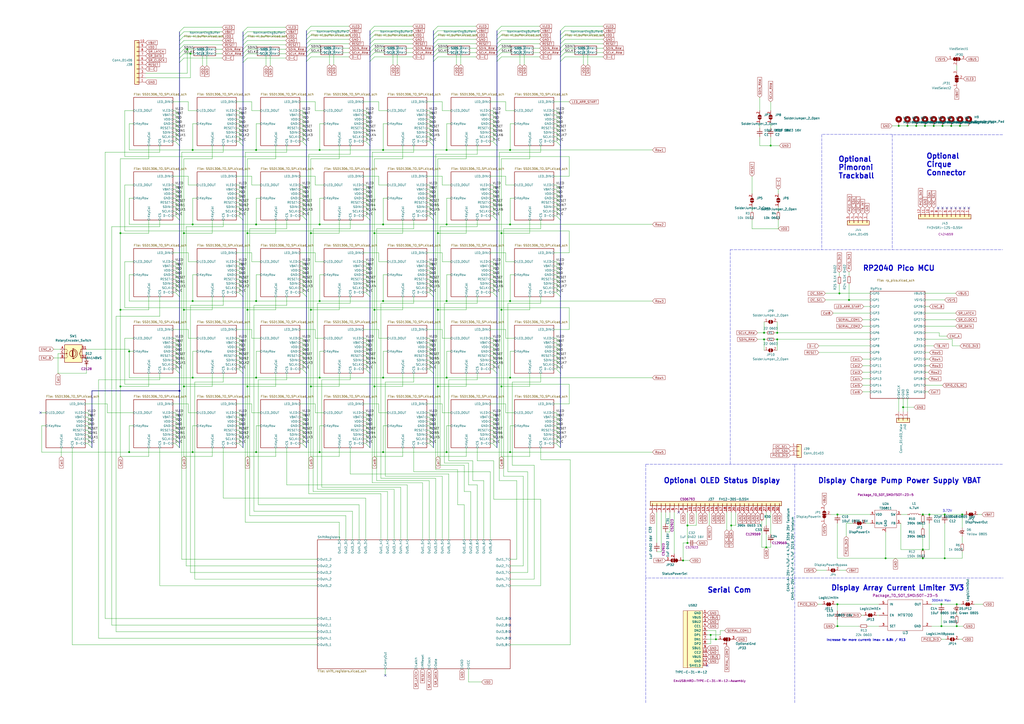
<source format=kicad_sch>
(kicad_sch (version 20211123) (generator eeschema)
  (paper "A2")
  (title_block (title "Poly Keyboard Wave R") (rev "1.4"))
  (junction (at 554.99 350.52))
  (junction (at 259.08 219.075))
  (junction (at 535.305 318.77))
  (junction (at 104.14 226.695))
  (junction (at 185.42 130.175))
  (junction (at 546.1 363.22))
  (junction (at 69.85 224.155))
  (junction (at 450.85 196.85))
  (junction (at 148.59 130.175))
  (junction (at 398.78 304.8))
  (junction (at 443.23 196.85))
  (junction (at 539.115 298.45))
  (junction (at 447.04 84.455))
  (junction (at 523.875 236.22))
  (junction (at 290.83 179.705))
  (junction (at 217.17 224.155))
  (junction (at 535.305 323.85))
  (junction (at 412.242 368.3))
  (junction (at 222.25 130.175))
  (junction (at 106.68 224.155))
  (junction (at 69.85 135.255))
  (junction (at 69.85 179.705))
  (junction (at 535.305 298.45))
  (junction (at 222.25 219.075))
  (junction (at 444.5 317.5))
  (junction (at 548.005 323.85))
  (junction (at 492.506 173.99))
  (junction (at 111.76 86.995))
  (junction (at 148.59 262.255))
  (junction (at 398.78 314.96))
  (junction (at 536.575 73.025))
  (junction (at 222.25 86.995))
  (junction (at 148.59 219.075))
  (junction (at 222.25 174.625))
  (junction (at 290.83 224.155))
  (junction (at 290.83 135.255))
  (junction (at 185.42 86.995))
  (junction (at 485.775 363.22))
  (junction (at 551.815 73.025))
  (junction (at 521.335 73.025))
  (junction (at 546.735 73.025))
  (junction (at 254 135.255))
  (junction (at 541.655 73.025))
  (junction (at 295.91 130.175))
  (junction (at 558.165 298.45))
  (junction (at 180.34 179.705))
  (junction (at 111.76 219.075))
  (junction (at 259.08 262.255))
  (junction (at 148.59 174.625))
  (junction (at 185.42 174.625))
  (junction (at 424.18 304.8))
  (junction (at 143.51 224.155))
  (junction (at 295.91 262.255))
  (junction (at 295.91 86.995))
  (junction (at 485.775 350.52))
  (junction (at 513.715 323.85))
  (junction (at 295.91 219.075))
  (junction (at 111.76 174.625))
  (junction (at 254 179.705))
  (junction (at 295.91 174.625))
  (junction (at 259.08 86.995))
  (junction (at 259.08 130.175))
  (junction (at 106.68 179.705))
  (junction (at 254 224.155))
  (junction (at 554.99 363.22))
  (junction (at 185.42 262.255))
  (junction (at 148.59 86.995))
  (junction (at 526.415 73.025))
  (junction (at 217.17 179.705))
  (junction (at 222.25 262.255))
  (junction (at 415.29 370.84))
  (junction (at 450.85 193.04))
  (junction (at 111.76 130.175))
  (junction (at 74.93 203.835))
  (junction (at 185.42 219.075))
  (junction (at 546.1 350.52))
  (junction (at 180.34 135.255))
  (junction (at 443.23 193.04))
  (junction (at 143.51 179.705))
  (junction (at 485.775 298.45))
  (junction (at 143.51 135.255))
  (junction (at 180.34 224.155))
  (junction (at 110.49 31.115))
  (junction (at 111.76 262.255))
  (junction (at 106.68 135.255))
  (junction (at 108.585 28.575))
  (junction (at 217.17 135.255))
  (junction (at 531.495 73.025))
  (junction (at 259.08 174.625))
  (junction (at 556.895 73.025))
  (junction (at 486.918 170.18))
  (junction (at 548.005 298.45))
  (junction (at 74.93 262.255))
  (junction (at 396.24 325.12))
  (no_connect (at 23.495 239.395))
  (no_connect (at 410.21 386.08))
  (no_connect (at 295.91 358.775))
  (no_connect (at 295.91 362.585))
  (no_connect (at 295.91 366.395))
  (no_connect (at 295.91 370.205))
  (no_connect (at 393.7 297.18))
  (no_connect (at 223.52 391.795))
  (no_connect (at 544.195 120.65))
  (no_connect (at 561.975 120.65))
  (no_connect (at 559.435 120.65))
  (no_connect (at 551.815 120.65))
  (no_connect (at 549.275 120.65))
  (no_connect (at 546.735 120.65))
  (no_connect (at 556.895 120.65))
  (no_connect (at 554.355 120.65))
  (bus_entry (at 285.75 213.995) (size 2.54 2.54))
  (bus_entry (at 285.75 203.835) (size 2.54 2.54))
  (bus_entry (at 212.09 254.635) (size 2.54 2.54))
  (bus_entry (at 248.92 66.675) (size 2.54 2.54))
  (bus_entry (at 101.6 117.475) (size 2.54 2.54))
  (bus_entry (at 322.58 76.835) (size 2.54 2.54))
  (bus_entry (at 138.43 71.755) (size 2.54 2.54))
  (bus_entry (at 175.26 247.015) (size 2.54 2.54))
  (bus_entry (at 325.12 22.86) (size 2.54 -2.54))
  (bus_entry (at 50.8 244.475) (size 2.54 2.54))
  (bus_entry (at 322.58 120.015) (size 2.54 2.54))
  (bus_entry (at 50.8 247.015) (size 2.54 2.54))
  (bus_entry (at 101.6 151.765) (size 2.54 2.54))
  (bus_entry (at 248.92 161.925) (size 2.54 2.54))
  (bus_entry (at 212.09 203.835) (size 2.54 2.54))
  (bus_entry (at 285.75 254.635) (size 2.54 2.54))
  (bus_entry (at 138.43 81.915) (size 2.54 2.54))
  (bus_entry (at 322.58 151.765) (size 2.54 2.54))
  (bus_entry (at 101.6 112.395) (size 2.54 2.54))
  (bus_entry (at 101.6 156.845) (size 2.54 2.54))
  (bus_entry (at 212.09 74.295) (size 2.54 2.54))
  (bus_entry (at 104.14 18.415) (size 2.54 -2.54))
  (bus_entry (at 138.43 203.835) (size 2.54 2.54))
  (bus_entry (at 140.97 26.035) (size 2.54 -2.54))
  (bus_entry (at 101.6 208.915) (size 2.54 2.54))
  (bus_entry (at 322.58 201.295) (size 2.54 2.54))
  (bus_entry (at 248.92 156.845) (size 2.54 2.54))
  (bus_entry (at 285.75 241.935) (size 2.54 2.54))
  (bus_entry (at 177.8 20.32) (size 2.54 -2.54))
  (bus_entry (at 248.92 120.015) (size 2.54 2.54))
  (bus_entry (at 175.26 76.835) (size 2.54 2.54))
  (bus_entry (at 50.8 239.395) (size 2.54 2.54))
  (bus_entry (at 177.8 22.86) (size 2.54 -2.54))
  (bus_entry (at 212.09 206.375) (size 2.54 2.54))
  (bus_entry (at 212.09 196.215) (size 2.54 2.54))
  (bus_entry (at 285.75 125.095) (size 2.54 2.54))
  (bus_entry (at 322.58 81.915) (size 2.54 2.54))
  (bus_entry (at 285.75 109.855) (size 2.54 2.54))
  (bus_entry (at 212.09 64.135) (size 2.54 2.54))
  (bus_entry (at 248.92 76.835) (size 2.54 2.54))
  (bus_entry (at 177.8 33.02) (size 2.54 -2.54))
  (bus_entry (at 322.58 66.675) (size 2.54 2.54))
  (bus_entry (at 212.09 69.215) (size 2.54 2.54))
  (bus_entry (at 138.43 151.765) (size 2.54 2.54))
  (bus_entry (at 248.92 114.935) (size 2.54 2.54))
  (bus_entry (at 101.6 114.935) (size 2.54 2.54))
  (bus_entry (at 212.09 244.475) (size 2.54 2.54))
  (bus_entry (at 138.43 69.215) (size 2.54 2.54))
  (bus_entry (at 214.63 22.86) (size 2.54 -2.54))
  (bus_entry (at 322.58 112.395) (size 2.54 2.54))
  (bus_entry (at 212.09 112.395) (size 2.54 2.54))
  (bus_entry (at 212.09 71.755) (size 2.54 2.54))
  (bus_entry (at 285.75 112.395) (size 2.54 2.54))
  (bus_entry (at 322.58 257.175) (size 2.54 2.54))
  (bus_entry (at 175.26 151.765) (size 2.54 2.54))
  (bus_entry (at 175.26 112.395) (size 2.54 2.54))
  (bus_entry (at 101.6 211.455) (size 2.54 2.54))
  (bus_entry (at 175.26 161.925) (size 2.54 2.54))
  (bus_entry (at 285.75 198.755) (size 2.54 2.54))
  (bus_entry (at 322.58 107.315) (size 2.54 2.54))
  (bus_entry (at 138.43 211.455) (size 2.54 2.54))
  (bus_entry (at 212.09 257.175) (size 2.54 2.54))
  (bus_entry (at 212.09 122.555) (size 2.54 2.54))
  (bus_entry (at 248.92 109.855) (size 2.54 2.54))
  (bus_entry (at 322.58 71.755) (size 2.54 2.54))
  (bus_entry (at 175.26 249.555) (size 2.54 2.54))
  (bus_entry (at 212.09 161.925) (size 2.54 2.54))
  (bus_entry (at 322.58 125.095) (size 2.54 2.54))
  (bus_entry (at 325.12 33.02) (size 2.54 -2.54))
  (bus_entry (at 138.43 239.395) (size 2.54 2.54))
  (bus_entry (at 285.75 161.925) (size 2.54 2.54))
  (bus_entry (at 175.26 252.095) (size 2.54 2.54))
  (bus_entry (at 285.75 244.475) (size 2.54 2.54))
  (bus_entry (at 212.09 169.545) (size 2.54 2.54))
  (bus_entry (at 212.09 76.835) (size 2.54 2.54))
  (bus_entry (at 248.92 196.215) (size 2.54 2.54))
  (bus_entry (at 138.43 206.375) (size 2.54 2.54))
  (bus_entry (at 138.43 252.095) (size 2.54 2.54))
  (bus_entry (at 322.58 167.005) (size 2.54 2.54))
  (bus_entry (at 248.92 117.475) (size 2.54 2.54))
  (bus_entry (at 248.92 79.375) (size 2.54 2.54))
  (bus_entry (at 138.43 201.295) (size 2.54 2.54))
  (bus_entry (at 177.8 30.48) (size 2.54 -2.54))
  (bus_entry (at 175.26 206.375) (size 2.54 2.54))
  (bus_entry (at 285.75 117.475) (size 2.54 2.54))
  (bus_entry (at 50.8 241.935) (size 2.54 2.54))
  (bus_entry (at 285.75 196.215) (size 2.54 2.54))
  (bus_entry (at 248.92 249.555) (size 2.54 2.54))
  (bus_entry (at 251.46 20.32) (size 2.54 -2.54))
  (bus_entry (at 138.43 74.295) (size 2.54 2.54))
  (bus_entry (at 104.14 33.655) (size 2.54 -2.54))
  (bus_entry (at 248.92 122.555) (size 2.54 2.54))
  (bus_entry (at 322.58 64.135) (size 2.54 2.54))
  (bus_entry (at 322.58 203.835) (size 2.54 2.54))
  (bus_entry (at 322.58 196.215) (size 2.54 2.54))
  (bus_entry (at 285.75 252.095) (size 2.54 2.54))
  (bus_entry (at 138.43 76.835) (size 2.54 2.54))
  (bus_entry (at 288.29 17.78) (size 2.54 -2.54))
  (bus_entry (at 101.6 154.305) (size 2.54 2.54))
  (bus_entry (at 104.14 28.575) (size 2.54 -2.54))
  (bus_entry (at 322.58 74.295) (size 2.54 2.54))
  (bus_entry (at 285.75 167.005) (size 2.54 2.54))
  (bus_entry (at 325.12 17.78) (size 2.54 -2.54))
  (bus_entry (at 175.26 66.675) (size 2.54 2.54))
  (bus_entry (at 175.26 257.175) (size 2.54 2.54))
  (bus_entry (at 322.58 117.475) (size 2.54 2.54))
  (bus_entry (at 322.58 249.555) (size 2.54 2.54))
  (bus_entry (at 212.09 239.395) (size 2.54 2.54))
  (bus_entry (at 322.58 114.935) (size 2.54 2.54))
  (bus_entry (at 138.43 244.475) (size 2.54 2.54))
  (bus_entry (at 175.26 81.915) (size 2.54 2.54))
  (bus_entry (at 248.92 198.755) (size 2.54 2.54))
  (bus_entry (at 175.26 125.095) (size 2.54 2.54))
  (bus_entry (at 248.92 154.305) (size 2.54 2.54))
  (bus_entry (at 322.58 241.935) (size 2.54 2.54))
  (bus_entry (at 177.8 25.4) (size 2.54 -2.54))
  (bus_entry (at 248.92 71.755) (size 2.54 2.54))
  (bus_entry (at 101.6 109.855) (size 2.54 2.54))
  (bus_entry (at 212.09 156.845) (size 2.54 2.54))
  (bus_entry (at 101.6 167.005) (size 2.54 2.54))
  (bus_entry (at 101.6 239.395) (size 2.54 2.54))
  (bus_entry (at 50.8 252.095) (size 2.54 2.54))
  (bus_entry (at 138.43 257.175) (size 2.54 2.54))
  (bus_entry (at 285.75 81.915) (size 2.54 2.54))
  (bus_entry (at 212.09 252.095) (size 2.54 2.54))
  (bus_entry (at 322.58 239.395) (size 2.54 2.54))
  (bus_entry (at 175.26 241.935) (size 2.54 2.54))
  (bus_entry (at 138.43 64.135) (size 2.54 2.54))
  (bus_entry (at 101.6 107.315) (size 2.54 2.54))
  (bus_entry (at 212.09 154.305) (size 2.54 2.54))
  (bus_entry (at 104.14 26.035) (size 2.54 -2.54))
  (bus_entry (at 285.75 169.545) (size 2.54 2.54))
  (bus_entry (at 104.14 23.495) (size 2.54 -2.54))
  (bus_entry (at 288.29 35.56) (size 2.54 -2.54))
  (bus_entry (at 322.58 164.465) (size 2.54 2.54))
  (bus_entry (at 138.43 122.555) (size 2.54 2.54))
  (bus_entry (at 175.26 114.935) (size 2.54 2.54))
  (bus_entry (at 175.26 122.555) (size 2.54 2.54))
  (bus_entry (at 285.75 76.835) (size 2.54 2.54))
  (bus_entry (at 140.97 36.195) (size 2.54 -2.54))
  (bus_entry (at 138.43 79.375) (size 2.54 2.54))
  (bus_entry (at 101.6 241.935) (size 2.54 2.54))
  (bus_entry (at 140.97 23.495) (size 2.54 -2.54))
  (bus_entry (at 212.09 208.915) (size 2.54 2.54))
  (bus_entry (at 285.75 69.215) (size 2.54 2.54))
  (bus_entry (at 212.09 198.755) (size 2.54 2.54))
  (bus_entry (at 212.09 247.015) (size 2.54 2.54))
  (bus_entry (at 175.26 64.135) (size 2.54 2.54))
  (bus_entry (at 138.43 114.935) (size 2.54 2.54))
  (bus_entry (at 322.58 206.375) (size 2.54 2.54))
  (bus_entry (at 325.12 20.32) (size 2.54 -2.54))
  (bus_entry (at 175.26 107.315) (size 2.54 2.54))
  (bus_entry (at 138.43 117.475) (size 2.54 2.54))
  (bus_entry (at 322.58 211.455) (size 2.54 2.54))
  (bus_entry (at 175.26 208.915) (size 2.54 2.54))
  (bus_entry (at 138.43 254.635) (size 2.54 2.54))
  (bus_entry (at 175.26 254.635) (size 2.54 2.54))
  (bus_entry (at 212.09 120.015) (size 2.54 2.54))
  (bus_entry (at 175.26 196.215) (size 2.54 2.54))
  (bus_entry (at 138.43 213.995) (size 2.54 2.54))
  (bus_entry (at 138.43 112.395) (size 2.54 2.54))
  (bus_entry (at 214.63 30.48) (size 2.54 -2.54))
  (bus_entry (at 175.26 203.835) (size 2.54 2.54))
  (bus_entry (at 138.43 249.555) (size 2.54 2.54))
  (bus_entry (at 248.92 74.295) (size 2.54 2.54))
  (bus_entry (at 101.6 196.215) (size 2.54 2.54))
  (bus_entry (at 140.97 33.655) (size 2.54 -2.54))
  (bus_entry (at 50.8 249.555) (size 2.54 2.54))
  (bus_entry (at 322.58 69.215) (size 2.54 2.54))
  (bus_entry (at 177.8 27.94) (size 2.54 -2.54))
  (bus_entry (at 138.43 167.005) (size 2.54 2.54))
  (bus_entry (at 322.58 213.995) (size 2.54 2.54))
  (bus_entry (at 212.09 114.935) (size 2.54 2.54))
  (bus_entry (at 288.29 30.48) (size 2.54 -2.54))
  (bus_entry (at 104.14 36.195) (size 2.54 -2.54))
  (bus_entry (at 177.8 17.78) (size 2.54 -2.54))
  (bus_entry (at 214.63 20.32) (size 2.54 -2.54))
  (bus_entry (at 212.09 167.005) (size 2.54 2.54))
  (bus_entry (at 248.92 159.385) (size 2.54 2.54))
  (bus_entry (at 285.75 66.675) (size 2.54 2.54))
  (bus_entry (at 288.29 33.02) (size 2.54 -2.54))
  (bus_entry (at 140.97 18.415) (size 2.54 -2.54))
  (bus_entry (at 175.26 198.755) (size 2.54 2.54))
  (bus_entry (at 138.43 154.305) (size 2.54 2.54))
  (bus_entry (at 322.58 254.635) (size 2.54 2.54))
  (bus_entry (at 248.92 169.545) (size 2.54 2.54))
  (bus_entry (at 175.26 120.015) (size 2.54 2.54))
  (bus_entry (at 175.26 239.395) (size 2.54 2.54))
  (bus_entry (at 248.92 206.375) (size 2.54 2.54))
  (bus_entry (at 138.43 196.215) (size 2.54 2.54))
  (bus_entry (at 101.6 249.555) (size 2.54 2.54))
  (bus_entry (at 248.92 213.995) (size 2.54 2.54))
  (bus_entry (at 248.92 244.475) (size 2.54 2.54))
  (bus_entry (at 212.09 66.675) (size 2.54 2.54))
  (bus_entry (at 175.26 213.995) (size 2.54 2.54))
  (bus_entry (at 322.58 208.915) (size 2.54 2.54))
  (bus_entry (at 288.29 25.4) (size 2.54 -2.54))
  (bus_entry (at 138.43 107.315) (size 2.54 2.54))
  (bus_entry (at 322.58 154.305) (size 2.54 2.54))
  (bus_entry (at 322.58 244.475) (size 2.54 2.54))
  (bus_entry (at 214.63 17.78) (size 2.54 -2.54))
  (bus_entry (at 248.92 164.465) (size 2.54 2.54))
  (bus_entry (at 212.09 211.455) (size 2.54 2.54))
  (bus_entry (at 322.58 198.755) (size 2.54 2.54))
  (bus_entry (at 175.26 169.545) (size 2.54 2.54))
  (bus_entry (at 104.14 31.115) (size 2.54 -2.54))
  (bus_entry (at 322.58 169.545) (size 2.54 2.54))
  (bus_entry (at 248.92 247.015) (size 2.54 2.54))
  (bus_entry (at 285.75 206.375) (size 2.54 2.54))
  (bus_entry (at 214.63 25.4) (size 2.54 -2.54))
  (bus_entry (at 175.26 201.295) (size 2.54 2.54))
  (bus_entry (at 212.09 213.995) (size 2.54 2.54))
  (bus_entry (at 325.12 25.4) (size 2.54 -2.54))
  (bus_entry (at 285.75 156.845) (size 2.54 2.54))
  (bus_entry (at 101.6 247.015) (size 2.54 2.54))
  (bus_entry (at 138.43 198.755) (size 2.54 2.54))
  (bus_entry (at 248.92 254.635) (size 2.54 2.54))
  (bus_entry (at 138.43 247.015) (size 2.54 2.54))
  (bus_entry (at 138.43 169.545) (size 2.54 2.54))
  (bus_entry (at 248.92 239.395) (size 2.54 2.54))
  (bus_entry (at 248.92 203.835) (size 2.54 2.54))
  (bus_entry (at 101.6 164.465) (size 2.54 2.54))
  (bus_entry (at 140.97 31.115) (size 2.54 -2.54))
  (bus_entry (at 248.92 257.175) (size 2.54 2.54))
  (bus_entry (at 285.75 164.465) (size 2.54 2.54))
  (bus_entry (at 138.43 66.675) (size 2.54 2.54))
  (bus_entry (at 248.92 112.395) (size 2.54 2.54))
  (bus_entry (at 214.63 27.94) (size 2.54 -2.54))
  (bus_entry (at 288.29 20.32) (size 2.54 -2.54))
  (bus_entry (at 285.75 64.135) (size 2.54 2.54))
  (bus_entry (at 175.26 211.455) (size 2.54 2.54))
  (bus_entry (at 101.6 252.095) (size 2.54 2.54))
  (bus_entry (at 285.75 120.015) (size 2.54 2.54))
  (bus_entry (at 175.26 109.855) (size 2.54 2.54))
  (bus_entry (at 138.43 156.845) (size 2.54 2.54))
  (bus_entry (at 175.26 74.295) (size 2.54 2.54))
  (bus_entry (at 251.46 22.86) (size 2.54 -2.54))
  (bus_entry (at 101.6 122.555) (size 2.54 2.54))
  (bus_entry (at 212.09 249.555) (size 2.54 2.54))
  (bus_entry (at 322.58 79.375) (size 2.54 2.54))
  (bus_entry (at 248.92 125.095) (size 2.54 2.54))
  (bus_entry (at 104.14 20.955) (size 2.54 -2.54))
  (bus_entry (at 288.29 27.94) (size 2.54 -2.54))
  (bus_entry (at 212.09 107.315) (size 2.54 2.54))
  (bus_entry (at 285.75 122.555) (size 2.54 2.54))
  (bus_entry (at 101.6 161.925) (size 2.54 2.54))
  (bus_entry (at 212.09 79.375) (size 2.54 2.54))
  (bus_entry (at 285.75 201.295) (size 2.54 2.54))
  (bus_entry (at 322.58 247.015) (size 2.54 2.54))
  (bus_entry (at 175.26 164.465) (size 2.54 2.54))
  (bus_entry (at 101.6 125.095) (size 2.54 2.54))
  (bus_entry (at 322.58 156.845) (size 2.54 2.54))
  (bus_entry (at 285.75 208.915) (size 2.54 2.54))
  (bus_entry (at 175.26 167.005) (size 2.54 2.54))
  (bus_entry (at 212.09 164.465) (size 2.54 2.54))
  (bus_entry (at 248.92 167.005) (size 2.54 2.54))
  (bus_entry (at 251.46 30.48) (size 2.54 -2.54))
  (bus_entry (at 175.26 71.755) (size 2.54 2.54))
  (bus_entry (at 251.46 17.78) (size 2.54 -2.54))
  (bus_entry (at 212.09 241.935) (size 2.54 2.54))
  (bus_entry (at 138.43 161.925) (size 2.54 2.54))
  (bus_entry (at 251.46 35.56) (size 2.54 -2.54))
  (bus_entry (at 212.09 201.295) (size 2.54 2.54))
  (bus_entry (at 285.75 74.295) (size 2.54 2.54))
  (bus_entry (at 285.75 211.455) (size 2.54 2.54))
  (bus_entry (at 138.43 208.915) (size 2.54 2.54))
  (bus_entry (at 248.92 81.915) (size 2.54 2.54))
  (bus_entry (at 101.6 79.375) (size 2.54 2.54))
  (bus_entry (at 101.6 81.915) (size 2.54 2.54))
  (bus_entry (at 101.6 74.295) (size 2.54 2.54))
  (bus_entry (at 101.6 76.835) (size 2.54 2.54))
  (bus_entry (at 101.6 69.215) (size 2.54 2.54))
  (bus_entry (at 101.6 71.755) (size 2.54 2.54))
  (bus_entry (at 101.6 64.135) (size 2.54 2.54))
  (bus_entry (at 101.6 66.675) (size 2.54 2.54))
  (bus_entry (at 285.75 114.935) (size 2.54 2.54))
  (bus_entry (at 175.26 159.385) (size 2.54 2.54))
  (bus_entry (at 140.97 28.575) (size 2.54 -2.54))
  (bus_entry (at 285.75 247.015) (size 2.54 2.54))
  (bus_entry (at 101.6 120.015) (size 2.54 2.54))
  (bus_entry (at 212.09 125.095) (size 2.54 2.54))
  (bus_entry (at 175.26 154.305) (size 2.54 2.54))
  (bus_entry (at 285.75 151.765) (size 2.54 2.54))
  (bus_entry (at 285.75 159.385) (size 2.54 2.54))
  (bus_entry (at 140.97 20.955) (size 2.54 -2.54))
  (bus_entry (at 288.29 22.86) (size 2.54 -2.54))
  (bus_entry (at 285.75 154.305) (size 2.54 2.54))
  (bus_entry (at 138.43 125.095) (size 2.54 2.54))
  (bus_entry (at 212.09 151.765) (size 2.54 2.54))
  (bus_entry (at 101.6 169.545) (size 2.54 2.54))
  (bus_entry (at 175.26 244.475) (size 2.54 2.54))
  (bus_entry (at 285.75 257.175) (size 2.54 2.54))
  (bus_entry (at 101.6 213.995) (size 2.54 2.54))
  (bus_entry (at 177.8 35.56) (size 2.54 -2.54))
  (bus_entry (at 138.43 109.855) (size 2.54 2.54))
  (bus_entry (at 285.75 79.375) (size 2.54 2.54))
  (bus_entry (at 322.58 161.925) (size 2.54 2.54))
  (bus_entry (at 248.92 252.095) (size 2.54 2.54))
  (bus_entry (at 138.43 164.465) (size 2.54 2.54))
  (bus_entry (at 248.92 201.295) (size 2.54 2.54))
  (bus_entry (at 285.75 249.555) (size 2.54 2.54))
  (bus_entry (at 101.6 159.385) (size 2.54 2.54))
  (bus_entry (at 138.43 241.935) (size 2.54 2.54))
  (bus_entry (at 322.58 159.385) (size 2.54 2.54))
  (bus_entry (at 322.58 252.095) (size 2.54 2.54))
  (bus_entry (at 285.75 239.395) (size 2.54 2.54))
  (bus_entry (at 214.63 35.56) (size 2.54 -2.54))
  (bus_entry (at 325.12 30.48) (size 2.54 -2.54))
  (bus_entry (at 285.75 71.755) (size 2.54 2.54))
  (bus_entry (at 175.26 117.475) (size 2.54 2.54))
  (bus_entry (at 248.92 151.765) (size 2.54 2.54))
  (bus_entry (at 248.92 107.315) (size 2.54 2.54))
  (bus_entry (at 101.6 198.755) (size 2.54 2.54))
  (bus_entry (at 50.8 257.175) (size 2.54 2.54))
  (bus_entry (at 248.92 211.455) (size 2.54 2.54))
  (bus_entry (at 50.8 254.635) (size 2.54 2.54))
  (bus_entry (at 101.6 257.175) (size 2.54 2.54))
  (bus_entry (at 175.26 79.375) (size 2.54 2.54))
  (bus_entry (at 248.92 64.135) (size 2.54 2.54))
  (bus_entry (at 248.92 241.935) (size 2.54 2.54))
  (bus_entry (at 212.09 109.855) (size 2.54 2.54))
  (bus_entry (at 248.92 208.915) (size 2.54 2.54))
  (bus_entry (at 212.09 117.475) (size 2.54 2.54))
  (bus_entry (at 251.46 33.02) (size 2.54 -2.54))
  (bus_entry (at 322.58 122.555) (size 2.54 2.54))
  (bus_entry (at 214.63 33.02) (size 2.54 -2.54))
  (bus_entry (at 248.92 69.215) (size 2.54 2.54))
  (bus_entry (at 101.6 201.295) (size 2.54 2.54))
  (bus_entry (at 322.58 109.855) (size 2.54 2.54))
  (bus_entry (at 325.12 27.94) (size 2.54 -2.54))
  (bus_entry (at 212.09 159.385) (size 2.54 2.54))
  (bus_entry (at 101.6 206.375) (size 2.54 2.54))
  (bus_entry (at 285.75 107.315) (size 2.54 2.54))
  (bus_entry (at 251.46 25.4) (size 2.54 -2.54))
  (bus_entry (at 101.6 203.835) (size 2.54 2.54))
  (bus_entry (at 138.43 159.385) (size 2.54 2.54))
  (bus_entry (at 212.09 81.915) (size 2.54 2.54))
  (bus_entry (at 251.46 27.94) (size 2.54 -2.54))
  (bus_entry (at 175.26 69.215) (size 2.54 2.54))
  (bus_entry (at 138.43 120.015) (size 2.54 2.54))
  (bus_entry (at 325.12 35.56) (size 2.54 -2.54))
  (bus_entry (at 101.6 244.475) (size 2.54 2.54))
  (bus_entry (at 175.26 156.845) (size 2.54 2.54))
  (bus_entry (at 101.6 254.635) (size 2.54 2.54))
  (wire (pts (xy 444.5 317.5) (xy 447.04 317.5)))
  (wire (pts (xy 173.99 247.015) (xy 175.26 247.015)))
  (wire (pts (xy 295.91 159.385) (xy 298.45 159.385)))
  (bus (pts (xy 140.97 26.035) (xy 140.97 28.575)))
  (bus (pts (xy 104.14 117.475) (xy 104.14 114.935)))
  (wire (pts (xy 86.36 264.795) (xy 86.36 259.715)))
  (wire (pts (xy 173.99 254.635) (xy 175.26 254.635)))
  (wire (pts (xy 173.99 120.015) (xy 175.26 120.015)))
  (wire (pts (xy 330.2 178.435) (xy 330.2 191.135)))
  (bus (pts (xy 288.29 109.855) (xy 288.29 112.395)))
  (bus (pts (xy 288.29 69.215) (xy 288.29 66.675)))
  (wire (pts (xy 187.96 107.315) (xy 182.88 107.315)))
  (wire (pts (xy 57.15 370.205) (xy 184.15 370.205)))
  (wire (pts (xy 200.66 299.085) (xy 144.78 299.085)))
  (wire (pts (xy 295.91 114.935) (xy 298.45 114.935)))
  (bus (pts (xy 140.97 247.015) (xy 140.97 244.475)))
  (wire (pts (xy 151.13 239.395) (xy 146.05 239.395)))
  (wire (pts (xy 295.91 174.625) (xy 378.46 174.625)))
  (wire (pts (xy 109.22 239.395) (xy 109.22 234.315)))
  (bus (pts (xy 104.14 211.455) (xy 104.14 213.995)))
  (wire (pts (xy 265.43 292.735) (xy 265.43 272.415)))
  (wire (pts (xy 224.79 151.765) (xy 219.71 151.765)))
  (bus (pts (xy 251.46 213.995) (xy 251.46 211.455)))
  (wire (pts (xy 187.96 196.215) (xy 182.88 196.215)))
  (wire (pts (xy 309.245 30.48) (xy 313.055 30.48)))
  (wire (pts (xy 92.71 216.535) (xy 92.71 220.345)))
  (wire (pts (xy 412.242 368.3) (xy 417.83 368.3)))
  (bus (pts (xy 53.34 226.695) (xy 53.34 241.935)))
  (bus (pts (xy 104.14 252.095) (xy 104.14 249.555)))
  (wire (pts (xy 327.66 25.4) (xy 349.885 25.4)))
  (wire (pts (xy 247.65 249.555) (xy 248.92 249.555)))
  (wire (pts (xy 74.93 219.075) (xy 111.76 219.075)))
  (wire (pts (xy 290.83 264.795) (xy 307.34 264.795)))
  (wire (pts (xy 137.16 247.015) (xy 138.43 247.015)))
  (wire (pts (xy 180.34 22.86) (xy 202.565 22.86)))
  (bus (pts (xy 104.14 36.195) (xy 104.14 66.675)))
  (bus (pts (xy 251.46 112.395) (xy 251.46 109.855)))
  (wire (pts (xy 160.02 179.705) (xy 143.51 179.705)))
  (wire (pts (xy 186.69 220.345) (xy 203.2 220.345)))
  (bus (pts (xy 177.8 20.32) (xy 177.8 22.86)))
  (bus (pts (xy 325.12 201.295) (xy 325.12 198.755)))
  (bus (pts (xy 288.29 33.02) (xy 288.29 35.56)))
  (wire (pts (xy 72.39 90.805) (xy 330.2 90.805)))
  (bus (pts (xy 104.14 81.915) (xy 104.14 79.375)))
  (bus (pts (xy 104.14 241.935) (xy 104.14 226.695)))
  (wire (pts (xy 292.1 132.715) (xy 313.69 132.715)))
  (wire (pts (xy 100.33 203.835) (xy 101.6 203.835)))
  (wire (pts (xy 173.99 159.385) (xy 175.26 159.385)))
  (wire (pts (xy 84.455 45.085) (xy 110.49 45.085)))
  (wire (pts (xy 186.69 282.575) (xy 186.69 220.345)))
  (bus (pts (xy 177.8 206.375) (xy 177.8 208.915)))
  (wire (pts (xy 137.16 234.315) (xy 146.05 234.315)))
  (wire (pts (xy 210.82 109.855) (xy 212.09 109.855)))
  (wire (pts (xy 321.31 241.935) (xy 322.58 241.935)))
  (bus (pts (xy 104.14 244.475) (xy 104.14 241.935)))
  (wire (pts (xy 185.42 71.755) (xy 187.96 71.755)))
  (bus (pts (xy 325.12 22.86) (xy 325.12 25.4)))
  (wire (pts (xy 410.21 368.3) (xy 412.242 368.3)))
  (bus (pts (xy 104.14 117.475) (xy 104.14 120.015)))
  (bus (pts (xy 325.12 211.455) (xy 325.12 208.915)))
  (bus (pts (xy 140.97 125.095) (xy 140.97 122.555)))
  (bus (pts (xy 177.8 257.175) (xy 177.8 254.635)))
  (bus (pts (xy 214.63 201.295) (xy 214.63 198.755)))
  (wire (pts (xy 284.48 196.215) (xy 285.75 196.215)))
  (wire (pts (xy 77.47 107.315) (xy 72.39 107.315)))
  (wire (pts (xy 210.82 203.835) (xy 212.09 203.835)))
  (wire (pts (xy 403.86 304.8) (xy 398.78 304.8)))
  (wire (pts (xy 111.76 203.835) (xy 114.3 203.835)))
  (wire (pts (xy 210.82 114.935) (xy 212.09 114.935)))
  (wire (pts (xy 173.99 206.375) (xy 175.26 206.375)))
  (wire (pts (xy 100.33 234.315) (xy 109.22 234.315)))
  (bus (pts (xy 140.97 203.835) (xy 140.97 206.375)))
  (bus (pts (xy 104.14 84.455) (xy 104.14 109.855)))
  (bus (pts (xy 251.46 125.095) (xy 251.46 122.555)))
  (wire (pts (xy 254 30.48) (xy 259.715 30.48)))
  (wire (pts (xy 292.1 276.225) (xy 292.1 132.715)))
  (wire (pts (xy 248.92 278.765) (xy 218.44 278.765)))
  (bus (pts (xy 214.63 122.555) (xy 214.63 120.015)))
  (wire (pts (xy 108.585 28.575) (xy 112.395 28.575)))
  (bus (pts (xy 214.63 169.545) (xy 214.63 167.005)))
  (wire (pts (xy 23.495 239.395) (xy 26.67 239.395)))
  (wire (pts (xy 270.51 264.795) (xy 270.51 259.715)))
  (wire (pts (xy 500.38 185.42) (xy 504.825 185.42)))
  (wire (pts (xy 535.305 298.45) (xy 539.115 298.45)))
  (wire (pts (xy 210.82 247.015) (xy 212.09 247.015)))
  (wire (pts (xy 247.65 208.915) (xy 248.92 208.915)))
  (bus (pts (xy 104.14 112.395) (xy 104.14 109.855)))
  (polyline (pts (xy 374.65 335.28) (xy 374.65 407.67)))
  (wire (pts (xy 222.25 247.015) (xy 222.25 262.255)))
  (bus (pts (xy 214.63 206.375) (xy 214.63 203.835)))
  (wire (pts (xy 551.815 73.025) (xy 556.895 73.025)))
  (wire (pts (xy 284.48 201.295) (xy 285.75 201.295)))
  (wire (pts (xy 166.37 220.345) (xy 166.37 216.535)))
  (wire (pts (xy 129.54 288.925) (xy 212.09 288.925)))
  (bus (pts (xy 214.63 213.995) (xy 214.63 216.535)))
  (wire (pts (xy 210.82 244.475) (xy 212.09 244.475)))
  (wire (pts (xy 220.98 175.895) (xy 240.03 175.895)))
  (wire (pts (xy 137.16 74.295) (xy 138.43 74.295)))
  (wire (pts (xy 284.48 122.555) (xy 285.75 122.555)))
  (wire (pts (xy 254 224.155) (xy 254 264.795)))
  (wire (pts (xy 173.99 69.215) (xy 175.26 69.215)))
  (wire (pts (xy 33.655 205.105) (xy 33.655 216.535)))
  (wire (pts (xy 106.68 18.415) (xy 128.905 18.415)))
  (wire (pts (xy 424.18 297.18) (xy 424.18 304.8)))
  (bus (pts (xy 177.8 22.86) (xy 177.8 25.4)))
  (wire (pts (xy 261.62 196.215) (xy 256.54 196.215)))
  (bus (pts (xy 177.8 208.915) (xy 177.8 211.455)))
  (wire (pts (xy 398.78 304.8) (xy 398.78 314.96)))
  (bus (pts (xy 214.63 203.835) (xy 214.63 201.295)))
  (wire (pts (xy 259.08 219.075) (xy 295.91 219.075)))
  (bus (pts (xy 251.46 81.915) (xy 251.46 79.375)))
  (wire (pts (xy 217.17 33.02) (xy 239.395 33.02)))
  (wire (pts (xy 290.83 92.075) (xy 290.83 135.255)))
  (wire (pts (xy 210.82 196.215) (xy 212.09 196.215)))
  (wire (pts (xy 210.82 159.385) (xy 212.09 159.385)))
  (bus (pts (xy 104.14 79.375) (xy 104.14 76.835)))
  (bus (pts (xy 177.8 167.005) (xy 177.8 169.545)))
  (bus (pts (xy 251.46 161.925) (xy 251.46 159.385)))
  (wire (pts (xy 247.65 213.995) (xy 248.92 213.995)))
  (bus (pts (xy 214.63 159.385) (xy 214.63 156.845)))
  (wire (pts (xy 256.54 239.395) (xy 256.54 234.315)))
  (wire (pts (xy 546.735 73.025) (xy 551.815 73.025)))
  (bus (pts (xy 177.8 114.935) (xy 177.8 112.395)))
  (wire (pts (xy 137.16 208.915) (xy 138.43 208.915)))
  (wire (pts (xy 415.29 365.76) (xy 415.29 370.84)))
  (bus (pts (xy 325.12 172.085) (xy 325.12 169.545)))
  (wire (pts (xy 180.34 224.155) (xy 180.34 264.795)))
  (wire (pts (xy 100.33 66.675) (xy 101.6 66.675)))
  (wire (pts (xy 210.82 254.635) (xy 212.09 254.635)))
  (wire (pts (xy 148.59 114.935) (xy 148.59 130.175)))
  (bus (pts (xy 251.46 156.845) (xy 251.46 154.305)))
  (wire (pts (xy 100.33 213.995) (xy 101.6 213.995)))
  (wire (pts (xy 218.44 132.715) (xy 240.03 132.715)))
  (wire (pts (xy 111.76 247.015) (xy 111.76 262.255)))
  (wire (pts (xy 173.99 198.755) (xy 175.26 198.755)))
  (wire (pts (xy 173.99 167.005) (xy 175.26 167.005)))
  (wire (pts (xy 100.33 146.685) (xy 109.22 146.685)))
  (bus (pts (xy 140.97 71.755) (xy 140.97 69.215)))
  (wire (pts (xy 222.25 130.175) (xy 259.08 130.175)))
  (wire (pts (xy 276.86 89.535) (xy 276.86 84.455)))
  (wire (pts (xy 485.775 363.22) (xy 498.475 363.22)))
  (wire (pts (xy 210.82 69.215) (xy 212.09 69.215)))
  (wire (pts (xy 100.33 249.555) (xy 101.6 249.555)))
  (bus (pts (xy 140.97 74.295) (xy 140.97 71.755)))
  (wire (pts (xy 306.07 332.105) (xy 306.07 273.685)))
  (wire (pts (xy 284.48 164.465) (xy 285.75 164.465)))
  (bus (pts (xy 251.46 216.535) (xy 251.46 241.935)))
  (wire (pts (xy 276.86 220.345) (xy 276.86 216.535)))
  (wire (pts (xy 536.575 215.9) (xy 538.48 215.9)))
  (wire (pts (xy 303.53 328.295) (xy 303.53 276.225)))
  (wire (pts (xy 196.85 84.455) (xy 196.85 92.075)))
  (wire (pts (xy 114.3 151.765) (xy 109.22 151.765)))
  (wire (pts (xy 161.925 31.115) (xy 165.735 31.115)))
  (wire (pts (xy 114.3 64.135) (xy 109.22 64.135)))
  (wire (pts (xy 321.31 109.855) (xy 322.58 109.855)))
  (wire (pts (xy 222.25 159.385) (xy 222.25 174.625)))
  (wire (pts (xy 74.93 130.175) (xy 111.76 130.175)))
  (wire (pts (xy 261.62 151.765) (xy 256.54 151.765)))
  (wire (pts (xy 215.9 280.035) (xy 215.9 88.265)))
  (bus (pts (xy 214.63 22.86) (xy 214.63 25.4)))
  (wire (pts (xy 223.52 221.615) (xy 240.03 221.615)))
  (wire (pts (xy 270.51 179.705) (xy 254 179.705)))
  (bus (pts (xy 251.46 172.085) (xy 251.46 169.545)))
  (wire (pts (xy 137.16 125.095) (xy 138.43 125.095)))
  (wire (pts (xy 160.02 92.075) (xy 143.51 92.075)))
  (wire (pts (xy 321.31 191.135) (xy 330.2 191.135)))
  (wire (pts (xy 137.16 102.235) (xy 146.05 102.235)))
  (wire (pts (xy 219.71 107.315) (xy 219.71 102.235)))
  (polyline (pts (xy 461.01 335.28) (xy 461.01 407.67)))
  (wire (pts (xy 259.08 247.015) (xy 259.08 262.255)))
  (wire (pts (xy 247.65 59.055) (xy 256.54 59.055)))
  (wire (pts (xy 396.24 325.12) (xy 400.05 325.12)))
  (polyline (pts (xy 423.545 269.24) (xy 423.545 144.78)))
  (wire (pts (xy 173.99 114.935) (xy 175.26 114.935)))
  (wire (pts (xy 217.17 92.075) (xy 217.17 135.255)))
  (wire (pts (xy 210.82 252.095) (xy 212.09 252.095)))
  (wire (pts (xy 269.24 292.735) (xy 265.43 292.735)))
  (bus (pts (xy 104.14 211.455) (xy 104.14 208.915)))
  (wire (pts (xy 313.69 221.615) (xy 313.69 216.535)))
  (wire (pts (xy 148.59 71.755) (xy 148.59 86.995)))
  (wire (pts (xy 521.335 73.025) (xy 526.415 73.025)))
  (wire (pts (xy 100.33 74.295) (xy 101.6 74.295)))
  (wire (pts (xy 523.875 236.22) (xy 523.875 238.76)))
  (wire (pts (xy 554.99 38.1) (xy 554.99 40.64)))
  (wire (pts (xy 137.16 196.215) (xy 138.43 196.215)))
  (wire (pts (xy 217.17 224.155) (xy 217.17 264.795)))
  (wire (pts (xy 151.13 107.315) (xy 146.05 107.315)))
  (bus (pts (xy 104.14 81.915) (xy 104.14 84.455)))
  (bus (pts (xy 288.29 161.925) (xy 288.29 159.385)))
  (wire (pts (xy 74.93 114.935) (xy 74.93 130.175)))
  (wire (pts (xy 295.91 71.755) (xy 295.91 86.995)))
  (bus (pts (xy 53.34 252.095) (xy 53.34 254.635)))
  (wire (pts (xy 396.24 314.96) (xy 398.78 314.96)))
  (wire (pts (xy 486.918 170.18) (xy 504.825 170.18)))
  (wire (pts (xy 304.165 31.75) (xy 304.165 37.465)))
  (wire (pts (xy 41.91 259.715) (xy 41.91 374.015)))
  (bus (pts (xy 177.8 125.095) (xy 177.8 122.555)))
  (wire (pts (xy 535.305 303.53) (xy 535.305 306.07)))
  (bus (pts (xy 288.29 81.915) (xy 288.29 84.455)))
  (wire (pts (xy 313.69 266.7) (xy 313.69 259.715)))
  (wire (pts (xy 106.68 15.875) (xy 128.905 15.875)))
  (bus (pts (xy 177.8 74.295) (xy 177.8 71.755)))
  (wire (pts (xy 110.49 45.085) (xy 110.49 31.115)))
  (wire (pts (xy 321.31 161.925) (xy 322.58 161.925)))
  (wire (pts (xy 100.33 117.475) (xy 101.6 117.475)))
  (wire (pts (xy 290.83 17.78) (xy 313.055 17.78)))
  (wire (pts (xy 173.99 81.915) (xy 175.26 81.915)))
  (wire (pts (xy 450.85 193.04) (xy 504.825 193.04)))
  (wire (pts (xy 284.48 167.005) (xy 285.75 167.005)))
  (wire (pts (xy 187.96 64.135) (xy 182.88 64.135)))
  (wire (pts (xy 299.72 324.485) (xy 299.72 278.765)))
  (bus (pts (xy 325.12 117.475) (xy 325.12 114.935)))
  (wire (pts (xy 173.99 234.315) (xy 182.88 234.315)))
  (wire (pts (xy 60.96 88.265) (xy 92.71 88.265)))
  (wire (pts (xy 330.835 374.015) (xy 330.835 266.7)))
  (bus (pts (xy 214.63 172.085) (xy 214.63 198.755)))
  (wire (pts (xy 100.33 167.005) (xy 101.6 167.005)))
  (wire (pts (xy 474.345 350.52) (xy 476.885 350.52)))
  (wire (pts (xy 148.59 130.175) (xy 185.42 130.175)))
  (wire (pts (xy 548.005 303.53) (xy 548.005 323.85)))
  (wire (pts (xy 143.51 20.955) (xy 165.735 20.955)))
  (bus (pts (xy 251.46 259.715) (xy 251.46 257.175)))
  (wire (pts (xy 541.655 73.025) (xy 546.735 73.025)))
  (wire (pts (xy 166.37 84.455) (xy 166.37 88.265)))
  (wire (pts (xy 522.605 298.45) (xy 526.415 298.45)))
  (wire (pts (xy 182.88 239.395) (xy 182.88 234.315)))
  (wire (pts (xy 502.285 303.53) (xy 504.825 303.53)))
  (bus (pts (xy 288.29 169.545) (xy 288.29 167.005)))
  (wire (pts (xy 289.56 278.765) (xy 289.56 88.265)))
  (wire (pts (xy 386.08 303.53) (xy 386.08 297.18)))
  (wire (pts (xy 137.16 206.375) (xy 138.43 206.375)))
  (wire (pts (xy 284.48 76.835) (xy 285.75 76.835)))
  (wire (pts (xy 137.16 109.855) (xy 138.43 109.855)))
  (wire (pts (xy 173.99 164.465) (xy 175.26 164.465)))
  (wire (pts (xy 330.2 133.985) (xy 330.2 146.685)))
  (wire (pts (xy 252.73 89.535) (xy 276.86 89.535)))
  (wire (pts (xy 535.305 318.77) (xy 539.115 318.77)))
  (wire (pts (xy 293.37 64.135) (xy 293.37 59.055)))
  (wire (pts (xy 210.82 191.135) (xy 219.71 191.135)))
  (wire (pts (xy 271.78 268.605) (xy 257.81 268.605)))
  (bus (pts (xy 177.8 69.215) (xy 177.8 66.675)))
  (wire (pts (xy 160.02 264.795) (xy 160.02 259.715)))
  (wire (pts (xy 106.68 26.035) (xy 128.905 26.035)))
  (wire (pts (xy 284.48 112.395) (xy 285.75 112.395)))
  (wire (pts (xy 24.13 262.255) (xy 74.93 262.255)))
  (wire (pts (xy 247.65 234.315) (xy 256.54 234.315)))
  (wire (pts (xy 210.82 257.175) (xy 212.09 257.175)))
  (bus (pts (xy 214.63 164.465) (xy 214.63 161.925)))
  (wire (pts (xy 222.25 71.755) (xy 222.25 86.995)))
  (wire (pts (xy 284.48 234.315) (xy 293.37 234.315)))
  (wire (pts (xy 173.99 107.315) (xy 175.26 107.315)))
  (wire (pts (xy 259.08 203.835) (xy 261.62 203.835)))
  (wire (pts (xy 210.82 81.915) (xy 212.09 81.915)))
  (wire (pts (xy 123.19 179.705) (xy 106.68 179.705)))
  (wire (pts (xy 247.65 114.935) (xy 248.92 114.935)))
  (wire (pts (xy 295.91 328.295) (xy 303.53 328.295)))
  (wire (pts (xy 295.91 324.485) (xy 299.72 324.485)))
  (bus (pts (xy 177.8 161.925) (xy 177.8 164.465)))
  (wire (pts (xy 483.235 181.61) (xy 504.825 181.61)))
  (wire (pts (xy 219.71 151.765) (xy 219.71 146.685)))
  (wire (pts (xy 60.96 358.775) (xy 184.15 358.775)))
  (wire (pts (xy 490.855 303.53) (xy 490.855 311.15)))
  (wire (pts (xy 218.44 278.765) (xy 218.44 132.715)))
  (wire (pts (xy 49.53 239.395) (xy 50.8 239.395)))
  (wire (pts (xy 219.71 239.395) (xy 219.71 234.315)))
  (wire (pts (xy 203.2 274.955) (xy 260.35 274.955)))
  (wire (pts (xy 321.31 112.395) (xy 322.58 112.395)))
  (wire (pts (xy 247.65 244.475) (xy 248.92 244.475)))
  (bus (pts (xy 214.63 211.455) (xy 214.63 208.915)))
  (wire (pts (xy 309.88 269.875) (xy 297.18 269.875)))
  (bus (pts (xy 177.8 244.475) (xy 177.8 241.935)))
  (wire (pts (xy 137.16 191.135) (xy 146.05 191.135)))
  (wire (pts (xy 137.16 120.015) (xy 138.43 120.015)))
  (wire (pts (xy 270.51 135.255) (xy 254 135.255)))
  (wire (pts (xy 137.16 66.675) (xy 138.43 66.675)))
  (bus (pts (xy 140.97 81.915) (xy 140.97 79.375)))
  (bus (pts (xy 288.29 84.455) (xy 288.29 109.855)))
  (bus (pts (xy 104.14 76.835) (xy 104.14 74.295)))
  (wire (pts (xy 86.36 92.075) (xy 69.85 92.075)))
  (wire (pts (xy 77.47 196.215) (xy 72.39 196.215)))
  (wire (pts (xy 143.51 135.255) (xy 143.51 179.705)))
  (wire (pts (xy 224.79 64.135) (xy 219.71 64.135)))
  (bus (pts (xy 177.8 216.535) (xy 177.8 241.935)))
  (wire (pts (xy 106.68 135.255) (xy 106.68 179.705)))
  (wire (pts (xy 137.16 164.465) (xy 138.43 164.465)))
  (wire (pts (xy 540.385 363.22) (xy 546.1 363.22)))
  (wire (pts (xy 137.16 213.995) (xy 138.43 213.995)))
  (wire (pts (xy 137.16 254.635) (xy 138.43 254.635)))
  (wire (pts (xy 284.48 257.175) (xy 285.75 257.175)))
  (wire (pts (xy 257.81 175.895) (xy 276.86 175.895)))
  (wire (pts (xy 210.82 234.315) (xy 219.71 234.315)))
  (wire (pts (xy 536.575 181.61) (xy 554.355 181.61)))
  (wire (pts (xy 74.93 159.385) (xy 77.47 159.385)))
  (wire (pts (xy 412.242 368.3) (xy 412.242 373.38)))
  (wire (pts (xy 330.2 90.805) (xy 330.2 102.235)))
  (wire (pts (xy 57.15 220.345) (xy 92.71 220.345)))
  (wire (pts (xy 261.62 64.135) (xy 256.54 64.135)))
  (wire (pts (xy 77.47 64.135) (xy 72.39 64.135)))
  (wire (pts (xy 60.96 358.775) (xy 60.96 88.265)))
  (wire (pts (xy 184.15 328.295) (xy 107.95 328.295)))
  (wire (pts (xy 260.35 267.335) (xy 260.35 220.345)))
  (bus (pts (xy 214.63 25.4) (xy 214.63 27.94)))
  (wire (pts (xy 148.59 114.935) (xy 151.13 114.935)))
  (wire (pts (xy 247.65 252.095) (xy 248.92 252.095)))
  (wire (pts (xy 321.31 234.315) (xy 330.2 234.315)))
  (wire (pts (xy 247.65 146.685) (xy 256.54 146.685)))
  (wire (pts (xy 137.16 112.395) (xy 138.43 112.395)))
  (bus (pts (xy 214.63 249.555) (xy 214.63 247.015)))
  (wire (pts (xy 321.31 71.755) (xy 322.58 71.755)))
  (wire (pts (xy 184.15 175.895) (xy 203.2 175.895)))
  (wire (pts (xy 426.72 304.8) (xy 424.18 304.8)))
  (polyline (pts (xy 473.71 335.28) (xy 374.65 335.28)))
  (wire (pts (xy 276.86 281.305) (xy 271.78 281.305)))
  (bus (pts (xy 104.14 216.535) (xy 104.14 226.695)))
  (wire (pts (xy 142.24 88.265) (xy 166.37 88.265)))
  (bus (pts (xy 214.63 114.935) (xy 214.63 112.395)))
  (wire (pts (xy 100.33 241.935) (xy 101.6 241.935)))
  (wire (pts (xy 74.93 174.625) (xy 111.76 174.625)))
  (wire (pts (xy 224.79 285.115) (xy 181.61 285.115)))
  (wire (pts (xy 451.485 109.855) (xy 451.485 112.395)))
  (wire (pts (xy 321.31 196.215) (xy 322.58 196.215)))
  (wire (pts (xy 114.3 239.395) (xy 109.22 239.395)))
  (wire (pts (xy 34.925 205.105) (xy 33.655 205.105)))
  (wire (pts (xy 276.86 131.445) (xy 276.86 127.635)))
  (wire (pts (xy 567.055 298.45) (xy 569.595 298.45)))
  (wire (pts (xy 196.85 224.155) (xy 180.34 224.155)))
  (bus (pts (xy 140.97 84.455) (xy 140.97 109.855)))
  (wire (pts (xy 108.585 42.545) (xy 108.585 28.575)))
  (wire (pts (xy 403.86 297.18) (xy 403.86 304.8)))
  (wire (pts (xy 552.45 196.85) (xy 552.45 200.66)))
  (bus (pts (xy 251.46 167.005) (xy 251.46 164.465)))
  (wire (pts (xy 544.83 194.945) (xy 549.275 194.945)))
  (bus (pts (xy 177.8 127.635) (xy 177.8 154.305)))
  (wire (pts (xy 146.05 196.215) (xy 146.05 191.135)))
  (wire (pts (xy 500.38 212.09) (xy 504.825 212.09)))
  (bus (pts (xy 288.29 25.4) (xy 288.29 27.94)))
  (wire (pts (xy 49.53 244.475) (xy 50.8 244.475)))
  (bus (pts (xy 288.29 156.845) (xy 288.29 154.305)))
  (bus (pts (xy 177.8 79.375) (xy 177.8 76.835)))
  (wire (pts (xy 41.91 374.015) (xy 184.15 374.015)))
  (wire (pts (xy 100.33 164.465) (xy 101.6 164.465)))
  (wire (pts (xy 72.39 196.215) (xy 72.39 222.885)))
  (bus (pts (xy 214.63 206.375) (xy 214.63 208.915)))
  (wire (pts (xy 160.02 84.455) (xy 160.02 92.075)))
  (wire (pts (xy 204.47 313.055) (xy 204.47 296.545)))
  (wire (pts (xy 86.36 172.085) (xy 86.36 179.705)))
  (wire (pts (xy 309.245 27.94) (xy 313.055 27.94)))
  (bus (pts (xy 251.46 22.86) (xy 251.46 25.4)))
  (wire (pts (xy 259.08 86.995) (xy 295.91 86.995)))
  (wire (pts (xy 280.67 278.765) (xy 274.32 278.765)))
  (wire (pts (xy 443.23 196.85) (xy 444.5 196.85)))
  (wire (pts (xy 321.31 198.755) (xy 322.58 198.755)))
  (wire (pts (xy 256.54 151.765) (xy 256.54 146.685)))
  (wire (pts (xy 313.69 339.725) (xy 313.69 289.56)))
  (wire (pts (xy 439.42 193.04) (xy 443.23 193.04)))
  (wire (pts (xy 210.82 66.675) (xy 212.09 66.675)))
  (bus (pts (xy 177.8 169.545) (xy 177.8 172.085)))
  (wire (pts (xy 298.45 64.135) (xy 293.37 64.135)))
  (wire (pts (xy 450.85 196.85) (xy 450.85 203.2)))
  (bus (pts (xy 325.12 203.835) (xy 325.12 201.295)))
  (wire (pts (xy 49.53 252.095) (xy 50.8 252.095)))
  (wire (pts (xy 173.99 112.395) (xy 175.26 112.395)))
  (polyline (pts (xy 581.66 78.105) (xy 517.525 78.105)))
  (wire (pts (xy 148.59 174.625) (xy 185.42 174.625)))
  (wire (pts (xy 294.64 175.895) (xy 313.69 175.895)))
  (bus (pts (xy 288.29 172.085) (xy 288.29 169.545)))
  (wire (pts (xy 290.83 179.705) (xy 290.83 224.155)))
  (wire (pts (xy 233.68 135.255) (xy 217.17 135.255)))
  (bus (pts (xy 104.14 172.085) (xy 104.14 198.755)))
  (wire (pts (xy 485.775 323.85) (xy 513.715 323.85)))
  (wire (pts (xy 146.05 64.135) (xy 146.05 59.055)))
  (bus (pts (xy 104.14 254.635) (xy 104.14 252.095)))
  (wire (pts (xy 185.42 262.255) (xy 222.25 262.255)))
  (wire (pts (xy 100.33 196.215) (xy 101.6 196.215)))
  (wire (pts (xy 143.51 28.575) (xy 149.225 28.575)))
  (wire (pts (xy 49.53 241.935) (xy 50.8 241.935)))
  (wire (pts (xy 330.2 59.055) (xy 321.31 59.055)))
  (wire (pts (xy 196.85 313.055) (xy 196.85 302.895)))
  (bus (pts (xy 140.97 259.715) (xy 140.97 257.175)))
  (wire (pts (xy 148.59 203.835) (xy 151.13 203.835)))
  (bus (pts (xy 251.46 201.295) (xy 251.46 198.755)))
  (wire (pts (xy 484.505 350.52) (xy 485.775 350.52)))
  (wire (pts (xy 410.21 365.76) (xy 415.29 365.76)))
  (wire (pts (xy 144.78 299.085) (xy 144.78 132.715)))
  (wire (pts (xy 327.66 30.48) (xy 333.375 30.48)))
  (wire (pts (xy 173.99 239.395) (xy 175.26 239.395)))
  (wire (pts (xy 233.68 127.635) (xy 233.68 135.255)))
  (bus (pts (xy 140.97 69.215) (xy 140.97 66.675)))
  (wire (pts (xy 383.54 320.04) (xy 383.54 297.18)))
  (bus (pts (xy 140.97 31.115) (xy 140.97 33.655)))
  (wire (pts (xy 69.85 179.705) (xy 69.85 224.155)))
  (wire (pts (xy 210.82 156.845) (xy 212.09 156.845)))
  (bus (pts (xy 325.12 206.375) (xy 325.12 203.835)))
  (bus (pts (xy 325.12 259.715) (xy 325.12 257.175)))
  (wire (pts (xy 198.755 27.94) (xy 202.565 27.94)))
  (wire (pts (xy 276.86 267.335) (xy 276.86 259.715)))
  (wire (pts (xy 160.02 224.155) (xy 143.51 224.155)))
  (bus (pts (xy 251.46 84.455) (xy 251.46 109.855)))
  (wire (pts (xy 210.82 201.295) (xy 212.09 201.295)))
  (wire (pts (xy 558.165 311.15) (xy 558.165 314.96)))
  (bus (pts (xy 325.12 161.925) (xy 325.12 159.385)))
  (wire (pts (xy 210.82 206.375) (xy 212.09 206.375)))
  (wire (pts (xy 500.38 215.9) (xy 504.825 215.9)))
  (bus (pts (xy 251.46 84.455) (xy 251.46 81.915)))
  (bus (pts (xy 140.97 201.295) (xy 140.97 203.835)))
  (wire (pts (xy 474.98 204.47) (xy 504.825 204.47)))
  (wire (pts (xy 565.15 350.52) (xy 570.23 350.52)))
  (bus (pts (xy 214.63 125.095) (xy 214.63 122.555)))
  (wire (pts (xy 240.03 221.615) (xy 240.03 216.535)))
  (bus (pts (xy 140.97 120.015) (xy 140.97 117.475)))
  (wire (pts (xy 290.83 15.24) (xy 313.055 15.24)))
  (wire (pts (xy 499.745 356.87) (xy 501.015 356.87)))
  (bus (pts (xy 214.63 252.095) (xy 214.63 249.555)))
  (wire (pts (xy 210.82 117.475) (xy 212.09 117.475)))
  (wire (pts (xy 247.65 257.175) (xy 248.92 257.175)))
  (wire (pts (xy 284.48 146.685) (xy 293.37 146.685)))
  (wire (pts (xy 321.31 64.135) (xy 322.58 64.135)))
  (wire (pts (xy 129.54 88.265) (xy 129.54 84.455)))
  (wire (pts (xy 185.42 130.175) (xy 222.25 130.175)))
  (wire (pts (xy 180.34 27.94) (xy 186.055 27.94)))
  (wire (pts (xy 217.17 25.4) (xy 239.395 25.4)))
  (bus (pts (xy 288.29 254.635) (xy 288.29 252.095)))
  (wire (pts (xy 196.85 216.535) (xy 196.85 224.155)))
  (wire (pts (xy 156.845 32.385) (xy 156.845 38.1)))
  (wire (pts (xy 69.85 224.155) (xy 69.85 264.795)))
  (wire (pts (xy 166.37 281.305) (xy 236.22 281.305)))
  (wire (pts (xy 321.31 102.235) (xy 330.2 102.235)))
  (wire (pts (xy 321.31 159.385) (xy 322.58 159.385)))
  (wire (pts (xy 556.26 370.84) (xy 558.165 370.84)))
  (bus (pts (xy 325.12 76.835) (xy 325.12 79.375)))
  (bus (pts (xy 288.29 22.86) (xy 288.29 25.4)))
  (wire (pts (xy 247.65 169.545) (xy 248.92 169.545)))
  (bus (pts (xy 140.97 249.555) (xy 140.97 247.015)))
  (wire (pts (xy 106.68 28.575) (xy 108.585 28.575)))
  (wire (pts (xy 173.99 71.755) (xy 175.26 71.755)))
  (wire (pts (xy 240.03 132.715) (xy 240.03 127.635)))
  (wire (pts (xy 297.18 269.875) (xy 297.18 221.615)))
  (wire (pts (xy 100.33 206.375) (xy 101.6 206.375)))
  (wire (pts (xy 227.965 31.75) (xy 227.965 37.465)))
  (wire (pts (xy 321.31 154.305) (xy 322.58 154.305)))
  (wire (pts (xy 259.08 130.175) (xy 295.91 130.175)))
  (wire (pts (xy 125.095 28.575) (xy 128.905 28.575)))
  (wire (pts (xy 143.51 23.495) (xy 165.735 23.495)))
  (bus (pts (xy 104.14 69.215) (xy 104.14 66.675)))
  (bus (pts (xy 325.12 125.095) (xy 325.12 122.555)))
  (bus (pts (xy 104.14 198.755) (xy 104.14 201.295)))
  (bus (pts (xy 288.29 252.095) (xy 288.29 249.555)))
  (wire (pts (xy 295.91 159.385) (xy 295.91 174.625)))
  (wire (pts (xy 100.33 161.925) (xy 101.6 161.925)))
  (wire (pts (xy 321.31 244.475) (xy 322.58 244.475)))
  (bus (pts (xy 251.46 117.475) (xy 251.46 114.935)))
  (wire (pts (xy 313.69 175.895) (xy 313.69 172.085)))
  (wire (pts (xy 485.775 303.53) (xy 485.775 323.85)))
  (wire (pts (xy 536.575 189.23) (xy 554.355 189.23)))
  (wire (pts (xy 100.33 109.855) (xy 101.6 109.855)))
  (wire (pts (xy 415.29 370.84) (xy 416.56 370.84)))
  (wire (pts (xy 284.48 211.455) (xy 285.75 211.455)))
  (bus (pts (xy 140.97 79.375) (xy 140.97 76.835)))
  (bus (pts (xy 325.12 208.915) (xy 325.12 206.375)))
  (wire (pts (xy 273.05 313.055) (xy 273.05 285.115)))
  (wire (pts (xy 92.71 183.515) (xy 92.71 172.085)))
  (wire (pts (xy 74.93 202.565) (xy 74.93 203.835)))
  (wire (pts (xy 513.715 323.85) (xy 535.305 323.85)))
  (wire (pts (xy 247.65 71.755) (xy 248.92 71.755)))
  (bus (pts (xy 214.63 254.635) (xy 214.63 252.095)))
  (wire (pts (xy 24.13 247.015) (xy 26.67 247.015)))
  (wire (pts (xy 173.99 249.555) (xy 175.26 249.555)))
  (wire (pts (xy 247.65 196.215) (xy 248.92 196.215)))
  (wire (pts (xy 106.68 224.155) (xy 106.68 264.795)))
  (wire (pts (xy 137.16 198.755) (xy 138.43 198.755)))
  (wire (pts (xy 233.68 92.075) (xy 217.17 92.075)))
  (bus (pts (xy 177.8 122.555) (xy 177.8 120.015)))
  (wire (pts (xy 185.42 247.015) (xy 187.96 247.015)))
  (bus (pts (xy 288.29 74.295) (xy 288.29 71.755)))
  (wire (pts (xy 217.17 22.86) (xy 239.395 22.86)))
  (wire (pts (xy 259.08 262.255) (xy 295.91 262.255)))
  (wire (pts (xy 552.45 200.66) (xy 556.895 200.66)))
  (bus (pts (xy 288.29 167.005) (xy 288.29 164.465)))
  (bus (pts (xy 288.29 117.475) (xy 288.29 114.935)))
  (bus (pts (xy 251.46 252.095) (xy 251.46 249.555)))
  (wire (pts (xy 321.31 125.095) (xy 322.58 125.095)))
  (wire (pts (xy 517.525 73.025) (xy 521.335 73.025)))
  (bus (pts (xy 288.29 257.175) (xy 288.29 254.635)))
  (wire (pts (xy 327.66 17.78) (xy 349.885 17.78)))
  (wire (pts (xy 210.82 64.135) (xy 212.09 64.135)))
  (wire (pts (xy 228.6 313.055) (xy 228.6 283.845)))
  (wire (pts (xy 217.17 135.255) (xy 217.17 179.705)))
  (bus (pts (xy 251.46 172.085) (xy 251.46 198.755)))
  (bus (pts (xy 251.46 114.935) (xy 251.46 112.395)))
  (wire (pts (xy 290.83 135.255) (xy 290.83 179.705)))
  (bus (pts (xy 140.97 167.005) (xy 140.97 169.545)))
  (wire (pts (xy 410.21 373.38) (xy 412.242 373.38)))
  (bus (pts (xy 53.34 254.635) (xy 53.34 257.175)))
  (wire (pts (xy 100.33 64.135) (xy 101.6 64.135)))
  (wire (pts (xy 386.08 308.61) (xy 388.62 308.61)))
  (wire (pts (xy 100.33 59.055) (xy 109.22 59.055)))
  (wire (pts (xy 100.33 151.765) (xy 101.6 151.765)))
  (wire (pts (xy 100.33 81.915) (xy 101.6 81.915)))
  (bus (pts (xy 177.8 203.835) (xy 177.8 206.375)))
  (wire (pts (xy 307.34 264.795) (xy 307.34 259.715)))
  (wire (pts (xy 100.33 208.915) (xy 101.6 208.915)))
  (wire (pts (xy 346.075 27.94) (xy 349.885 27.94)))
  (wire (pts (xy 301.625 31.75) (xy 301.625 37.465)))
  (wire (pts (xy 72.39 64.135) (xy 72.39 90.805)))
  (wire (pts (xy 215.9 88.265) (xy 240.03 88.265)))
  (bus (pts (xy 325.12 127.635) (xy 325.12 125.095)))
  (wire (pts (xy 219.71 64.135) (xy 219.71 59.055)))
  (wire (pts (xy 113.03 221.615) (xy 129.54 221.615)))
  (bus (pts (xy 104.14 125.095) (xy 104.14 122.555)))
  (wire (pts (xy 100.33 156.845) (xy 101.6 156.845)))
  (wire (pts (xy 184.15 283.845) (xy 184.15 175.895)))
  (wire (pts (xy 307.34 84.455) (xy 307.34 92.075)))
  (wire (pts (xy 536.575 227.33) (xy 538.48 227.33)))
  (wire (pts (xy 180.34 179.705) (xy 180.34 224.155)))
  (bus (pts (xy 104.14 23.495) (xy 104.14 26.035)))
  (wire (pts (xy 114.3 196.215) (xy 109.22 196.215)))
  (wire (pts (xy 481.965 298.45) (xy 485.775 298.45)))
  (wire (pts (xy 228.6 283.845) (xy 184.15 283.845)))
  (polyline (pts (xy 461.01 269.24) (xy 581.66 269.24)))
  (wire (pts (xy 233.68 84.455) (xy 233.68 92.075)))
  (wire (pts (xy 327.66 20.32) (xy 349.885 20.32)))
  (bus (pts (xy 288.29 208.915) (xy 288.29 206.375)))
  (wire (pts (xy 143.51 224.155) (xy 143.51 264.795)))
  (wire (pts (xy 338.455 31.75) (xy 338.455 37.465)))
  (bus (pts (xy 177.8 201.295) (xy 177.8 203.835)))
  (wire (pts (xy 247.65 239.395) (xy 248.92 239.395)))
  (wire (pts (xy 143.51 92.075) (xy 143.51 135.255)))
  (wire (pts (xy 447.04 71.755) (xy 447.04 74.295)))
  (wire (pts (xy 62.23 239.395) (xy 77.47 239.395)))
  (wire (pts (xy 290.83 30.48) (xy 296.545 30.48)))
  (bus (pts (xy 288.29 17.78) (xy 288.29 20.32)))
  (bus (pts (xy 177.8 33.02) (xy 177.8 35.56)))
  (wire (pts (xy 485.775 350.52) (xy 485.775 354.33)))
  (bus (pts (xy 325.12 127.635) (xy 325.12 154.305)))
  (wire (pts (xy 321.31 164.465) (xy 322.58 164.465)))
  (wire (pts (xy 284.48 208.915) (xy 285.75 208.915)))
  (wire (pts (xy 86.36 135.255) (xy 69.85 135.255)))
  (wire (pts (xy 450.85 196.85) (xy 504.825 196.85)))
  (wire (pts (xy 33.655 216.535) (xy 50.165 216.535)))
  (bus (pts (xy 104.14 28.575) (xy 104.14 31.115)))
  (wire (pts (xy 254 27.94) (xy 259.715 27.94)))
  (wire (pts (xy 247.65 198.755) (xy 248.92 198.755)))
  (wire (pts (xy 107.95 131.445) (xy 129.54 131.445)))
  (bus (pts (xy 251.46 35.56) (xy 251.46 66.675)))
  (wire (pts (xy 86.36 224.155) (xy 69.85 224.155)))
  (wire (pts (xy 196.85 302.895) (xy 142.24 302.895)))
  (bus (pts (xy 104.14 26.035) (xy 104.14 28.575)))
  (bus (pts (xy 251.46 76.835) (xy 251.46 74.295)))
  (wire (pts (xy 185.42 174.625) (xy 222.25 174.625)))
  (wire (pts (xy 284.48 81.915) (xy 285.75 81.915)))
  (wire (pts (xy 203.2 89.535) (xy 203.2 84.455)))
  (wire (pts (xy 222.25 219.075) (xy 259.08 219.075)))
  (wire (pts (xy 200.66 313.055) (xy 200.66 299.085)))
  (wire (pts (xy 69.85 92.075) (xy 69.85 135.255)))
  (wire (pts (xy 210.82 208.915) (xy 212.09 208.915)))
  (bus (pts (xy 325.12 169.545) (xy 325.12 167.005)))
  (wire (pts (xy 100.33 112.395) (xy 101.6 112.395)))
  (polyline (pts (xy 461.01 269.24) (xy 374.65 269.24)))
  (wire (pts (xy 143.51 179.705) (xy 143.51 224.155)))
  (wire (pts (xy 536.575 219.71) (xy 538.48 219.71)))
  (wire (pts (xy 100.33 247.015) (xy 101.6 247.015)))
  (bus (pts (xy 251.46 27.94) (xy 251.46 30.48)))
  (wire (pts (xy 523.875 231.14) (xy 523.875 236.22)))
  (wire (pts (xy 256.54 64.135) (xy 256.54 59.055)))
  (wire (pts (xy 330.835 266.7) (xy 313.69 266.7)))
  (wire (pts (xy 536.575 208.28) (xy 539.115 208.28)))
  (wire (pts (xy 74.93 86.995) (xy 111.76 86.995)))
  (wire (pts (xy 247.65 151.765) (xy 248.92 151.765)))
  (bus (pts (xy 251.46 203.835) (xy 251.46 201.295)))
  (wire (pts (xy 321.31 247.015) (xy 322.58 247.015)))
  (wire (pts (xy 148.59 86.995) (xy 185.42 86.995)))
  (wire (pts (xy 276.86 313.055) (xy 276.86 281.305)))
  (wire (pts (xy 137.16 81.915) (xy 138.43 81.915)))
  (bus (pts (xy 288.29 247.015) (xy 288.29 244.475)))
  (wire (pts (xy 247.65 122.555) (xy 248.92 122.555)))
  (wire (pts (xy 274.32 278.765) (xy 274.32 267.335)))
  (wire (pts (xy 148.59 159.385) (xy 151.13 159.385)))
  (bus (pts (xy 104.14 156.845) (xy 104.14 154.305)))
  (wire (pts (xy 24.13 262.255) (xy 24.13 247.015)))
  (wire (pts (xy 254 179.705) (xy 254 224.155)))
  (wire (pts (xy 284.48 159.385) (xy 285.75 159.385)))
  (bus (pts (xy 288.29 216.535) (xy 288.29 213.995)))
  (wire (pts (xy 173.99 244.475) (xy 175.26 244.475)))
  (wire (pts (xy 137.16 244.475) (xy 138.43 244.475)))
  (bus (pts (xy 177.8 35.56) (xy 177.8 66.675)))
  (wire (pts (xy 284.48 64.135) (xy 285.75 64.135)))
  (wire (pts (xy 182.88 151.765) (xy 182.88 146.685)))
  (wire (pts (xy 447.04 314.96) (xy 447.04 317.5)))
  (wire (pts (xy 137.16 252.095) (xy 138.43 252.095)))
  (wire (pts (xy 486.918 157.988) (xy 486.918 160.02)))
  (bus (pts (xy 325.12 114.935) (xy 325.12 112.395)))
  (wire (pts (xy 210.82 102.235) (xy 219.71 102.235)))
  (wire (pts (xy 210.82 154.305) (xy 212.09 154.305)))
  (wire (pts (xy 521.335 231.14) (xy 521.335 238.76)))
  (wire (pts (xy 293.37 196.215) (xy 293.37 191.135)))
  (wire (pts (xy 441.96 302.26) (xy 441.96 317.5)))
  (wire (pts (xy 185.42 86.995) (xy 222.25 86.995)))
  (wire (pts (xy 217.17 20.32) (xy 239.395 20.32)))
  (wire (pts (xy 180.34 30.48) (xy 186.055 30.48)))
  (wire (pts (xy 539.115 303.53) (xy 539.115 318.77)))
  (wire (pts (xy 247.65 74.295) (xy 248.92 74.295)))
  (wire (pts (xy 523.875 236.22) (xy 530.225 236.22)))
  (wire (pts (xy 284.48 249.555) (xy 285.75 249.555)))
  (wire (pts (xy 450.85 186.69) (xy 450.85 193.04)))
  (wire (pts (xy 123.19 92.075) (xy 106.68 92.075)))
  (wire (pts (xy 321.31 249.555) (xy 322.58 249.555)))
  (wire (pts (xy 536.575 204.47) (xy 539.115 204.47)))
  (wire (pts (xy 106.68 20.955) (xy 128.905 20.955)))
  (wire (pts (xy 321.31 167.005) (xy 322.58 167.005)))
  (wire (pts (xy 182.88 64.135) (xy 182.88 59.055)))
  (wire (pts (xy 210.82 122.555) (xy 212.09 122.555)))
  (wire (pts (xy 137.16 161.925) (xy 138.43 161.925)))
  (wire (pts (xy 210.82 71.755) (xy 212.09 71.755)))
  (wire (pts (xy 284.48 107.315) (xy 285.75 107.315)))
  (wire (pts (xy 260.35 220.345) (xy 276.86 220.345)))
  (wire (pts (xy 556.895 73.025) (xy 561.975 73.025)))
  (wire (pts (xy 257.81 268.605) (xy 257.81 175.895)))
  (wire (pts (xy 535.305 311.15) (xy 535.305 318.77)))
  (wire (pts (xy 137.16 239.395) (xy 138.43 239.395)))
  (bus (pts (xy 325.12 164.465) (xy 325.12 161.925)))
  (wire (pts (xy 290.83 20.32) (xy 313.055 20.32)))
  (bus (pts (xy 214.63 27.94) (xy 214.63 30.48)))
  (wire (pts (xy 92.71 84.455) (xy 92.71 88.265)))
  (wire (pts (xy 210.82 198.755) (xy 212.09 198.755)))
  (wire (pts (xy 185.42 203.835) (xy 187.96 203.835)))
  (bus (pts (xy 325.12 27.94) (xy 325.12 30.48)))
  (bus (pts (xy 251.46 30.48) (xy 251.46 33.02)))
  (wire (pts (xy 129.54 177.165) (xy 129.54 172.085)))
  (wire (pts (xy 173.99 213.995) (xy 175.26 213.995)))
  (bus (pts (xy 214.63 211.455) (xy 214.63 213.995)))
  (wire (pts (xy 210.82 107.315) (xy 212.09 107.315)))
  (wire (pts (xy 117.475 32.385) (xy 117.475 38.1)))
  (wire (pts (xy 280.67 313.055) (xy 280.67 278.765)))
  (wire (pts (xy 100.33 244.475) (xy 101.6 244.475)))
  (wire (pts (xy 247.65 254.635) (xy 248.92 254.635)))
  (bus (pts (xy 104.14 216.535) (xy 104.14 213.995)))
  (bus (pts (xy 325.12 216.535) (xy 325.12 213.995)))
  (wire (pts (xy 254 25.4) (xy 276.225 25.4)))
  (wire (pts (xy 111.76 247.015) (xy 114.3 247.015)))
  (wire (pts (xy 100.33 191.135) (xy 109.22 191.135)))
  (wire (pts (xy 284.48 156.845) (xy 285.75 156.845)))
  (wire (pts (xy 233.68 264.795) (xy 233.68 259.715)))
  (wire (pts (xy 173.99 76.835) (xy 175.26 76.835)))
  (wire (pts (xy 185.42 159.385) (xy 185.42 174.625)))
  (wire (pts (xy 396.24 314.96) (xy 396.24 325.12)))
  (wire (pts (xy 321.31 69.215) (xy 322.58 69.215)))
  (bus (pts (xy 53.34 244.475) (xy 53.34 247.015)))
  (wire (pts (xy 113.03 335.915) (xy 113.03 221.615)))
  (bus (pts (xy 251.46 208.915) (xy 251.46 206.375)))
  (wire (pts (xy 254 33.02) (xy 276.225 33.02)))
  (wire (pts (xy 558.165 323.85) (xy 558.165 320.04)))
  (wire (pts (xy 210.82 59.055) (xy 219.71 59.055)))
  (bus (pts (xy 325.12 244.475) (xy 325.12 241.935)))
  (wire (pts (xy 284.48 203.835) (xy 285.75 203.835)))
  (wire (pts (xy 252.73 277.495) (xy 220.98 277.495)))
  (wire (pts (xy 109.22 151.765) (xy 109.22 146.685)))
  (bus (pts (xy 288.29 211.455) (xy 288.29 208.915)))
  (wire (pts (xy 137.16 107.315) (xy 138.43 107.315)))
  (wire (pts (xy 137.16 69.215) (xy 138.43 69.215)))
  (wire (pts (xy 100.33 122.555) (xy 101.6 122.555)))
  (wire (pts (xy 210.82 211.455) (xy 212.09 211.455)))
  (wire (pts (xy 303.53 276.225) (xy 292.1 276.225)))
  (wire (pts (xy 272.415 30.48) (xy 276.225 30.48)))
  (wire (pts (xy 86.36 127.635) (xy 86.36 135.255)))
  (wire (pts (xy 111.76 114.935) (xy 114.3 114.935)))
  (wire (pts (xy 295.91 203.835) (xy 295.91 219.075)))
  (wire (pts (xy 254 15.24) (xy 276.225 15.24)))
  (wire (pts (xy 492.506 157.734) (xy 492.506 159.766)))
  (wire (pts (xy 313.69 84.455) (xy 313.69 88.265)))
  (wire (pts (xy 143.51 33.655) (xy 165.735 33.655)))
  (bus (pts (xy 251.46 17.78) (xy 251.46 20.32)))
  (wire (pts (xy 447.04 79.375) (xy 447.04 84.455)))
  (wire (pts (xy 173.99 161.925) (xy 175.26 161.925)))
  (wire (pts (xy 540.385 350.52) (xy 546.1 350.52)))
  (bus (pts (xy 177.8 117.475) (xy 177.8 114.935)))
  (wire (pts (xy 321.31 79.375) (xy 322.58 79.375)))
  (bus (pts (xy 104.14 164.465) (xy 104.14 161.925)))
  (wire (pts (xy 146.05 239.395) (xy 146.05 234.315)))
  (wire (pts (xy 284.48 161.925) (xy 285.75 161.925)))
  (wire (pts (xy 50.165 212.725) (xy 50.165 216.535)))
  (wire (pts (xy 307.34 135.255) (xy 290.83 135.255)))
  (wire (pts (xy 270.51 216.535) (xy 270.51 224.155)))
  (polyline (pts (xy 473.9935 335.28) (xy 581.9435 335.28)))
  (wire (pts (xy 508.635 356.87) (xy 509.905 356.87)))
  (bus (pts (xy 214.63 164.465) (xy 214.63 167.005)))
  (wire (pts (xy 307.34 216.535) (xy 307.34 224.155)))
  (wire (pts (xy 321.31 254.635) (xy 322.58 254.635)))
  (bus (pts (xy 177.8 198.755) (xy 177.8 201.295)))
  (bus (pts (xy 251.46 169.545) (xy 251.46 167.005)))
  (bus (pts (xy 251.46 69.215) (xy 251.46 71.755)))
  (polyline (pts (xy 374.65 269.24) (xy 374.65 335.28)))
  (polyline (pts (xy 461.01 335.28) (xy 461.01 269.24)))
  (bus (pts (xy 177.8 27.94) (xy 177.8 30.48)))
  (wire (pts (xy 137.16 59.055) (xy 146.05 59.055)))
  (bus (pts (xy 104.14 112.395) (xy 104.14 114.935)))
  (bus (pts (xy 104.14 33.655) (xy 104.14 36.195)))
  (wire (pts (xy 307.34 127.635) (xy 307.34 135.255)))
  (wire (pts (xy 223.52 276.225) (xy 223.52 221.615)))
  (bus (pts (xy 251.46 122.555) (xy 251.46 120.015)))
  (wire (pts (xy 284.48 79.375) (xy 285.75 79.375)))
  (wire (pts (xy 240.03 273.685) (xy 240.03 259.715)))
  (bus (pts (xy 104.14 203.835) (xy 104.14 206.375)))
  (wire (pts (xy 321.31 257.175) (xy 322.58 257.175)))
  (wire (pts (xy 210.82 169.545) (xy 212.09 169.545)))
  (wire (pts (xy 554.99 363.22) (xy 558.8 363.22)))
  (bus (pts (xy 325.12 81.915) (xy 325.12 79.375)))
  (bus (pts (xy 214.63 17.78) (xy 214.63 20.32)))
  (wire (pts (xy 254 20.32) (xy 276.225 20.32)))
  (wire (pts (xy 284.48 117.475) (xy 285.75 117.475)))
  (bus (pts (xy 214.63 30.48) (xy 214.63 33.02)))
  (wire (pts (xy 503.555 363.22) (xy 509.905 363.22)))
  (wire (pts (xy 267.335 31.75) (xy 267.335 37.465)))
  (wire (pts (xy 298.45 196.215) (xy 293.37 196.215)))
  (bus (pts (xy 140.97 114.935) (xy 140.97 112.395)))
  (wire (pts (xy 182.88 196.215) (xy 182.88 191.135)))
  (wire (pts (xy 180.34 135.255) (xy 180.34 179.705)))
  (wire (pts (xy 123.19 172.085) (xy 123.19 179.705)))
  (wire (pts (xy 100.33 102.235) (xy 109.22 102.235)))
  (wire (pts (xy 330.2 222.885) (xy 330.2 234.315)))
  (wire (pts (xy 447.04 84.455) (xy 452.12 84.455)))
  (bus (pts (xy 288.29 79.375) (xy 288.29 81.915)))
  (wire (pts (xy 105.41 324.485) (xy 105.41 88.265)))
  (bus (pts (xy 177.8 25.4) (xy 177.8 27.94)))
  (wire (pts (xy 485.775 298.45) (xy 504.825 298.45)))
  (wire (pts (xy 536.575 223.52) (xy 546.735 223.52)))
  (wire (pts (xy 187.96 239.395) (xy 182.88 239.395)))
  (bus (pts (xy 325.12 35.56) (xy 325.12 66.675)))
  (wire (pts (xy 410.21 370.84) (xy 415.29 370.84)))
  (wire (pts (xy 295.91 332.105) (xy 306.07 332.105)))
  (wire (pts (xy 534.035 298.45) (xy 535.305 298.45)))
  (wire (pts (xy 436.245 132.715) (xy 451.485 132.715)))
  (wire (pts (xy 233.68 216.535) (xy 233.68 224.155)))
  (bus (pts (xy 325.12 159.385) (xy 325.12 156.845)))
  (wire (pts (xy 436.245 127.635) (xy 436.245 132.715)))
  (wire (pts (xy 179.07 89.535) (xy 203.2 89.535)))
  (wire (pts (xy 284.48 239.395) (xy 285.75 239.395)))
  (wire (pts (xy 247.65 64.135) (xy 248.92 64.135)))
  (wire (pts (xy 210.82 125.095) (xy 212.09 125.095)))
  (wire (pts (xy 327.66 27.94) (xy 333.375 27.94)))
  (bus (pts (xy 140.97 84.455) (xy 140.97 81.915)))
  (wire (pts (xy 256.54 196.215) (xy 256.54 191.135)))
  (wire (pts (xy 269.24 269.875) (xy 255.27 269.875)))
  (bus (pts (xy 325.12 172.085) (xy 325.12 198.755)))
  (bus (pts (xy 140.97 122.555) (xy 140.97 120.015)))
  (bus (pts (xy 177.8 71.755) (xy 177.8 69.215)))
  (wire (pts (xy 137.16 151.765) (xy 138.43 151.765)))
  (wire (pts (xy 284.48 69.215) (xy 285.75 69.215)))
  (wire (pts (xy 295.91 203.835) (xy 298.45 203.835)))
  (bus (pts (xy 140.97 154.305) (xy 140.97 156.845)))
  (wire (pts (xy 299.72 278.765) (xy 289.56 278.765)))
  (wire (pts (xy 185.42 114.935) (xy 185.42 130.175)))
  (polyline (pts (xy 517.652 77.978) (xy 476.758 77.978)))
  (wire (pts (xy 247.65 159.385) (xy 248.92 159.385)))
  (wire (pts (xy 247.65 109.855) (xy 248.92 109.855)))
  (wire (pts (xy 173.99 211.455) (xy 175.26 211.455)))
  (wire (pts (xy 123.19 216.535) (xy 123.19 224.155)))
  (wire (pts (xy 492.506 164.846) (xy 492.506 173.99)))
  (bus (pts (xy 214.63 117.475) (xy 214.63 114.935)))
  (wire (pts (xy 284.48 66.675) (xy 285.75 66.675)))
  (wire (pts (xy 160.02 127.635) (xy 160.02 135.255)))
  (wire (pts (xy 321.31 201.295) (xy 322.58 201.295)))
  (bus (pts (xy 214.63 35.56) (xy 214.63 66.675)))
  (wire (pts (xy 269.24 313.055) (xy 269.24 292.735)))
  (wire (pts (xy 149.86 220.345) (xy 166.37 220.345)))
  (wire (pts (xy 321.31 146.685) (xy 330.2 146.685)))
  (wire (pts (xy 255.27 269.875) (xy 255.27 131.445)))
  (wire (pts (xy 151.13 64.135) (xy 146.05 64.135)))
  (wire (pts (xy 191.135 31.75) (xy 191.135 37.465)))
  (wire (pts (xy 284.48 191.135) (xy 293.37 191.135)))
  (wire (pts (xy 180.34 25.4) (xy 202.565 25.4)))
  (bus (pts (xy 325.12 249.555) (xy 325.12 247.015)))
  (wire (pts (xy 247.65 247.015) (xy 248.92 247.015)))
  (wire (pts (xy 265.43 272.415) (xy 252.73 272.415)))
  (bus (pts (xy 325.12 247.015) (xy 325.12 244.475)))
  (wire (pts (xy 295.91 335.915) (xy 309.88 335.915)))
  (wire (pts (xy 500.38 219.71) (xy 504.825 219.71)))
  (wire (pts (xy 161.925 28.575) (xy 165.735 28.575)))
  (bus (pts (xy 104.14 20.955) (xy 104.14 23.495)))
  (bus (pts (xy 177.8 17.78) (xy 177.8 20.32)))
  (wire (pts (xy 92.71 259.715) (xy 92.71 339.725)))
  (wire (pts (xy 210.82 161.925) (xy 212.09 161.925)))
  (bus (pts (xy 251.46 216.535) (xy 251.46 213.995)))
  (wire (pts (xy 137.16 241.935) (xy 138.43 241.935)))
  (wire (pts (xy 173.99 117.475) (xy 175.26 117.475)))
  (bus (pts (xy 140.97 36.195) (xy 140.97 66.675)))
  (wire (pts (xy 185.42 159.385) (xy 187.96 159.385)))
  (wire (pts (xy 184.15 324.485) (xy 105.41 324.485)))
  (wire (pts (xy 72.39 222.885) (xy 330.2 222.885)))
  (wire (pts (xy 417.83 365.76) (xy 417.83 368.3)))
  (wire (pts (xy 74.93 203.835) (xy 77.47 203.835)))
  (wire (pts (xy 513.715 308.61) (xy 513.715 323.85)))
  (wire (pts (xy 146.05 151.765) (xy 146.05 146.685)))
  (wire (pts (xy 233.68 224.155) (xy 217.17 224.155)))
  (bus (pts (xy 251.46 254.635) (xy 251.46 252.095)))
  (bus (pts (xy 177.8 249.555) (xy 177.8 247.015)))
  (wire (pts (xy 441.96 317.5) (xy 444.5 317.5)))
  (wire (pts (xy 110.49 31.115) (xy 112.395 31.115)))
  (wire (pts (xy 57.15 220.345) (xy 57.15 370.205)))
  (wire (pts (xy 193.675 31.75) (xy 193.675 37.465)))
  (wire (pts (xy 443.23 186.69) (xy 443.23 193.04)))
  (wire (pts (xy 293.37 107.315) (xy 293.37 102.235)))
  (wire (pts (xy 107.95 328.295) (xy 107.95 131.445)))
  (wire (pts (xy 546.1 370.84) (xy 548.64 370.84)))
  (bus (pts (xy 140.97 252.095) (xy 140.97 249.555)))
  (bus (pts (xy 104.14 203.835) (xy 104.14 201.295)))
  (wire (pts (xy 148.59 203.835) (xy 148.59 219.075)))
  (wire (pts (xy 179.07 286.385) (xy 179.07 89.535)))
  (wire (pts (xy 295.91 86.995) (xy 378.46 86.995)))
  (wire (pts (xy 137.16 257.175) (xy 138.43 257.175)))
  (bus (pts (xy 325.12 69.215) (xy 325.12 66.675)))
  (wire (pts (xy 173.99 66.675) (xy 175.26 66.675)))
  (wire (pts (xy 173.99 252.095) (xy 175.26 252.095)))
  (wire (pts (xy 123.19 135.255) (xy 106.68 135.255)))
  (wire (pts (xy 154.305 32.385) (xy 154.305 38.1)))
  (wire (pts (xy 137.16 64.135) (xy 138.43 64.135)))
  (wire (pts (xy 111.76 159.385) (xy 114.3 159.385)))
  (wire (pts (xy 173.99 154.305) (xy 175.26 154.305)))
  (bus (pts (xy 214.63 247.015) (xy 214.63 244.475)))
  (wire (pts (xy 74.93 203.835) (xy 74.93 219.075)))
  (wire (pts (xy 86.36 216.535) (xy 86.36 224.155)))
  (wire (pts (xy 217.17 27.94) (xy 222.885 27.94)))
  (bus (pts (xy 140.97 76.835) (xy 140.97 74.295)))
  (wire (pts (xy 74.93 262.255) (xy 111.76 262.255)))
  (wire (pts (xy 284.48 114.935) (xy 285.75 114.935)))
  (wire (pts (xy 173.99 208.915) (xy 175.26 208.915)))
  (wire (pts (xy 321.31 208.915) (xy 322.58 208.915)))
  (bus (pts (xy 325.12 156.845) (xy 325.12 154.305)))
  (wire (pts (xy 270.51 84.455) (xy 270.51 92.075)))
  (wire (pts (xy 196.85 135.255) (xy 180.34 135.255)))
  (wire (pts (xy 100.33 254.635) (xy 101.6 254.635)))
  (wire (pts (xy 478.79 170.18) (xy 486.918 170.18)))
  (wire (pts (xy 289.56 88.265) (xy 313.69 88.265)))
  (bus (pts (xy 251.46 247.015) (xy 251.46 244.475)))
  (bus (pts (xy 288.29 122.555) (xy 288.29 120.015)))
  (bus (pts (xy 140.97 257.175) (xy 140.97 254.635)))
  (wire (pts (xy 77.47 151.765) (xy 72.39 151.765)))
  (wire (pts (xy 210.82 112.395) (xy 212.09 112.395)))
  (wire (pts (xy 321.31 213.995) (xy 322.58 213.995)))
  (wire (pts (xy 219.71 196.215) (xy 219.71 191.135)))
  (wire (pts (xy 210.82 164.465) (xy 212.09 164.465)))
  (bus (pts (xy 104.14 257.175) (xy 104.14 254.635)))
  (wire (pts (xy 166.37 177.165) (xy 166.37 172.085)))
  (wire (pts (xy 254 22.86) (xy 276.225 22.86)))
  (wire (pts (xy 321.31 117.475) (xy 322.58 117.475)))
  (wire (pts (xy 224.79 239.395) (xy 219.71 239.395)))
  (wire (pts (xy 247.65 66.675) (xy 248.92 66.675)))
  (wire (pts (xy 185.42 203.835) (xy 185.42 219.075)))
  (wire (pts (xy 232.41 313.055) (xy 232.41 282.575)))
  (bus (pts (xy 214.63 156.845) (xy 214.63 154.305)))
  (wire (pts (xy 449.58 196.85) (xy 450.85 196.85)))
  (wire (pts (xy 72.39 107.315) (xy 72.39 133.985)))
  (wire (pts (xy 233.68 179.705) (xy 217.17 179.705)))
  (wire (pts (xy 259.08 174.625) (xy 295.91 174.625)))
  (bus (pts (xy 177.8 172.085) (xy 177.8 198.755)))
  (wire (pts (xy 173.99 122.555) (xy 175.26 122.555)))
  (bus (pts (xy 104.14 71.755) (xy 104.14 69.215)))
  (wire (pts (xy 173.99 203.835) (xy 175.26 203.835)))
  (wire (pts (xy 546.1 363.22) (xy 554.99 363.22)))
  (wire (pts (xy 487.045 330.835) (xy 490.855 330.835)))
  (wire (pts (xy 203.2 274.955) (xy 203.2 259.715)))
  (wire (pts (xy 261.62 107.315) (xy 256.54 107.315)))
  (bus (pts (xy 140.97 117.475) (xy 140.97 114.935)))
  (bus (pts (xy 214.63 259.715) (xy 214.63 257.175)))
  (bus (pts (xy 140.97 213.995) (xy 140.97 216.535)))
  (wire (pts (xy 474.98 200.66) (xy 504.825 200.66)))
  (wire (pts (xy 536.575 212.09) (xy 539.115 212.09)))
  (wire (pts (xy 235.585 30.48) (xy 239.395 30.48)))
  (wire (pts (xy 247.65 154.305) (xy 248.92 154.305)))
  (wire (pts (xy 123.19 84.455) (xy 123.19 92.075)))
  (wire (pts (xy 210.82 239.395) (xy 212.09 239.395)))
  (wire (pts (xy 391.16 297.18) (xy 391.16 321.31)))
  (wire (pts (xy 411.48 297.18) (xy 411.48 304.8)))
  (wire (pts (xy 284.48 247.015) (xy 285.75 247.015)))
  (wire (pts (xy 274.32 267.335) (xy 260.35 267.335)))
  (wire (pts (xy 485.775 350.52) (xy 509.905 350.52)))
  (bus (pts (xy 214.63 69.215) (xy 214.63 66.675)))
  (wire (pts (xy 554.99 355.6) (xy 554.99 356.87)))
  (wire (pts (xy 444.5 309.88) (xy 444.5 317.5)))
  (wire (pts (xy 143.51 26.035) (xy 165.735 26.035)))
  (wire (pts (xy 398.78 297.18) (xy 398.78 304.8)))
  (bus (pts (xy 288.29 201.295) (xy 288.29 203.835)))
  (bus (pts (xy 288.29 259.715) (xy 288.29 257.175)))
  (bus (pts (xy 140.97 254.635) (xy 140.97 252.095)))
  (bus (pts (xy 214.63 127.635) (xy 214.63 154.305)))
  (bus (pts (xy 251.46 71.755) (xy 251.46 74.295)))
  (wire (pts (xy 148.59 247.015) (xy 148.59 262.255)))
  (wire (pts (xy 321.31 66.675) (xy 322.58 66.675)))
  (wire (pts (xy 451.485 127.635) (xy 451.485 132.715)))
  (bus (pts (xy 140.97 159.385) (xy 140.97 161.925)))
  (wire (pts (xy 247.65 102.235) (xy 256.54 102.235)))
  (wire (pts (xy 173.99 191.135) (xy 182.88 191.135)))
  (wire (pts (xy 69.85 135.255) (xy 69.85 179.705)))
  (wire (pts (xy 105.41 88.265) (xy 129.54 88.265)))
  (wire (pts (xy 208.28 292.735) (xy 149.86 292.735)))
  (wire (pts (xy 62.23 234.315) (xy 62.23 239.395)))
  (wire (pts (xy 100.33 120.015) (xy 101.6 120.015)))
  (wire (pts (xy 180.34 15.24) (xy 202.565 15.24)))
  (wire (pts (xy 306.07 273.685) (xy 294.64 273.685)))
  (wire (pts (xy 270.51 172.085) (xy 270.51 179.705)))
  (wire (pts (xy 185.42 219.075) (xy 222.25 219.075)))
  (bus (pts (xy 325.12 25.4) (xy 325.12 27.94)))
  (wire (pts (xy 279.4 395.605) (xy 271.78 395.605)))
  (wire (pts (xy 271.78 281.305) (xy 271.78 268.605)))
  (wire (pts (xy 247.65 206.375) (xy 248.92 206.375)))
  (bus (pts (xy 53.34 257.175) (xy 53.34 259.715)))
  (wire (pts (xy 220.98 286.385) (xy 179.07 286.385)))
  (wire (pts (xy 230.505 31.75) (xy 230.505 37.465)))
  (wire (pts (xy 72.39 133.985) (xy 330.2 133.985)))
  (wire (pts (xy 67.31 366.395) (xy 67.31 183.515)))
  (wire (pts (xy 443.23 196.85) (xy 443.23 203.2)))
  (wire (pts (xy 129.54 127.635) (xy 129.54 131.445)))
  (wire (pts (xy 500.38 223.52) (xy 504.825 223.52)))
  (wire (pts (xy 247.65 79.375) (xy 248.92 79.375)))
  (wire (pts (xy 173.99 146.685) (xy 182.88 146.685)))
  (bus (pts (xy 288.29 120.015) (xy 288.29 117.475)))
  (wire (pts (xy 100.33 159.385) (xy 101.6 159.385)))
  (bus (pts (xy 104.14 127.635) (xy 104.14 154.305)))
  (wire (pts (xy 232.41 282.575) (xy 186.69 282.575)))
  (bus (pts (xy 288.29 159.385) (xy 288.29 156.845)))
  (bus (pts (xy 53.34 241.935) (xy 53.34 244.475)))
  (wire (pts (xy 295.91 262.255) (xy 378.46 262.255)))
  (bus (pts (xy 140.97 172.085) (xy 140.97 198.755)))
  (wire (pts (xy 558.165 298.45) (xy 559.435 298.45)))
  (wire (pts (xy 224.79 107.315) (xy 219.71 107.315)))
  (bus (pts (xy 325.12 254.635) (xy 325.12 252.095)))
  (wire (pts (xy 208.28 313.055) (xy 208.28 292.735)))
  (wire (pts (xy 295.91 71.755) (xy 298.45 71.755)))
  (wire (pts (xy 536.575 193.04) (xy 544.83 193.04)))
  (wire (pts (xy 160.02 135.255) (xy 143.51 135.255)))
  (wire (pts (xy 74.93 247.015) (xy 77.47 247.015)))
  (wire (pts (xy 536.575 73.025) (xy 541.655 73.025)))
  (wire (pts (xy 440.69 79.375) (xy 440.69 84.455)))
  (wire (pts (xy 72.39 151.765) (xy 72.39 178.435)))
  (wire (pts (xy 31.115 202.565) (xy 34.925 202.565)))
  (wire (pts (xy 270.51 127.635) (xy 270.51 135.255)))
  (wire (pts (xy 143.51 264.795) (xy 160.02 264.795)))
  (wire (pts (xy 284.48 254.635) (xy 285.75 254.635)))
  (wire (pts (xy 321.31 76.835) (xy 322.58 76.835)))
  (bus (pts (xy 214.63 257.175) (xy 214.63 254.635)))
  (bus (pts (xy 140.97 244.475) (xy 140.97 241.935)))
  (wire (pts (xy 247.65 156.845) (xy 248.92 156.845)))
  (wire (pts (xy 307.34 179.705) (xy 290.83 179.705)))
  (bus (pts (xy 288.29 164.465) (xy 288.29 161.925)))
  (wire (pts (xy 148.59 219.075) (xy 185.42 219.075)))
  (wire (pts (xy 173.99 79.375) (xy 175.26 79.375)))
  (bus (pts (xy 140.97 164.465) (xy 140.97 167.005)))
  (wire (pts (xy 210.82 151.765) (xy 212.09 151.765)))
  (wire (pts (xy 137.16 154.305) (xy 138.43 154.305)))
  (wire (pts (xy 500.38 189.23) (xy 504.825 189.23)))
  (bus (pts (xy 288.29 20.32) (xy 288.29 22.86)))
  (bus (pts (xy 104.14 31.115) (xy 104.14 33.655)))
  (wire (pts (xy 259.08 71.755) (xy 261.62 71.755)))
  (wire (pts (xy 173.99 109.855) (xy 175.26 109.855)))
  (bus (pts (xy 325.12 33.02) (xy 325.12 35.56)))
  (bus (pts (xy 177.8 120.015) (xy 177.8 117.475)))
  (wire (pts (xy 109.22 107.315) (xy 109.22 102.235)))
  (bus (pts (xy 325.12 76.835) (xy 325.12 74.295)))
  (wire (pts (xy 247.65 69.215) (xy 248.92 69.215)))
  (wire (pts (xy 210.82 120.015) (xy 212.09 120.015)))
  (wire (pts (xy 247.65 107.315) (xy 248.92 107.315)))
  (wire (pts (xy 185.42 71.755) (xy 185.42 86.995)))
  (bus (pts (xy 251.46 127.635) (xy 251.46 125.095)))
  (wire (pts (xy 321.31 74.295) (xy 322.58 74.295)))
  (wire (pts (xy 284.48 74.295) (xy 285.75 74.295)))
  (wire (pts (xy 295.91 130.175) (xy 378.46 130.175)))
  (wire (pts (xy 269.24 285.115) (xy 269.24 269.875)))
  (wire (pts (xy 182.88 107.315) (xy 182.88 102.235)))
  (bus (pts (xy 140.97 127.635) (xy 140.97 154.305)))
  (wire (pts (xy 259.08 247.015) (xy 261.62 247.015)))
  (wire (pts (xy 270.51 92.075) (xy 254 92.075)))
  (bus (pts (xy 104.14 74.295) (xy 104.14 71.755)))
  (wire (pts (xy 100.33 257.175) (xy 101.6 257.175)))
  (bus (pts (xy 325.12 84.455) (xy 325.12 81.915)))
  (wire (pts (xy 260.35 313.055) (xy 260.35 274.955)))
  (wire (pts (xy 173.99 59.055) (xy 182.88 59.055)))
  (wire (pts (xy 137.16 146.685) (xy 146.05 146.685)))
  (bus (pts (xy 325.12 112.395) (xy 325.12 109.855)))
  (wire (pts (xy 148.59 71.755) (xy 151.13 71.755)))
  (wire (pts (xy 187.96 151.765) (xy 182.88 151.765)))
  (wire (pts (xy 290.83 27.94) (xy 296.545 27.94)))
  (wire (pts (xy 293.37 239.395) (xy 293.37 234.315)))
  (wire (pts (xy 436.245 102.235) (xy 436.245 112.395)))
  (wire (pts (xy 110.49 332.105) (xy 110.49 177.165)))
  (polyline (pts (xy 517.525 78.105) (xy 517.525 144.78)))
  (bus (pts (xy 104.14 259.715) (xy 104.14 257.175)))
  (wire (pts (xy 212.09 313.055) (xy 212.09 288.925)))
  (bus (pts (xy 177.8 159.385) (xy 177.8 156.845)))
  (wire (pts (xy 146.05 107.315) (xy 146.05 102.235)))
  (wire (pts (xy 74.93 71.755) (xy 74.93 86.995)))
  (wire (pts (xy 271.78 387.985) (xy 271.78 395.605)))
  (wire (pts (xy 327.66 15.24) (xy 349.885 15.24)))
  (wire (pts (xy 321.31 81.915) (xy 322.58 81.915)))
  (wire (pts (xy 240.03 88.265) (xy 240.03 84.455)))
  (wire (pts (xy 536.575 196.85) (xy 552.45 196.85)))
  (wire (pts (xy 224.79 313.055) (xy 224.79 285.115)))
  (wire (pts (xy 125.095 31.115) (xy 128.905 31.115)))
  (wire (pts (xy 210.82 76.835) (xy 212.09 76.835)))
  (bus (pts (xy 288.29 30.48) (xy 288.29 33.02)))
  (wire (pts (xy 143.51 18.415) (xy 165.735 18.415)))
  (wire (pts (xy 224.79 196.215) (xy 219.71 196.215)))
  (wire (pts (xy 111.76 71.755) (xy 114.3 71.755)))
  (bus (pts (xy 251.46 25.4) (xy 251.46 27.94)))
  (bus (pts (xy 214.63 71.755) (xy 214.63 69.215)))
  (bus (pts (xy 214.63 79.375) (xy 214.63 76.835)))
  (wire (pts (xy 558.165 298.45) (xy 558.165 306.07)))
  (wire (pts (xy 173.99 102.235) (xy 182.88 102.235)))
  (wire (pts (xy 69.85 264.795) (xy 86.36 264.795)))
  (wire (pts (xy 173.99 125.095) (xy 175.26 125.095)))
  (wire (pts (xy 49.53 257.175) (xy 50.8 257.175)))
  (wire (pts (xy 270.51 224.155) (xy 254 224.155)))
  (bus (pts (xy 214.63 172.085) (xy 214.63 169.545)))
  (wire (pts (xy 184.15 332.105) (xy 110.49 332.105)))
  (wire (pts (xy 440.69 56.515) (xy 440.69 64.135)))
  (wire (pts (xy 222.25 203.835) (xy 224.79 203.835)))
  (wire (pts (xy 259.08 203.835) (xy 259.08 219.075)))
  (wire (pts (xy 100.33 169.545) (xy 101.6 169.545)))
  (wire (pts (xy 180.34 264.795) (xy 196.85 264.795)))
  (wire (pts (xy 100.33 125.095) (xy 101.6 125.095)))
  (wire (pts (xy 531.495 73.025) (xy 536.575 73.025)))
  (bus (pts (xy 140.97 211.455) (xy 140.97 213.995)))
  (wire (pts (xy 143.51 15.875) (xy 165.735 15.875)))
  (wire (pts (xy 247.65 164.465) (xy 248.92 164.465)))
  (wire (pts (xy 100.33 201.295) (xy 101.6 201.295)))
  (bus (pts (xy 177.8 259.715) (xy 177.8 257.175)))
  (wire (pts (xy 114.3 107.315) (xy 109.22 107.315)))
  (wire (pts (xy 554.99 361.95) (xy 554.99 363.22)))
  (wire (pts (xy 284.48 102.235) (xy 293.37 102.235)))
  (wire (pts (xy 100.33 198.755) (xy 101.6 198.755)))
  (bus (pts (xy 288.29 76.835) (xy 288.29 74.295)))
  (wire (pts (xy 272.415 27.94) (xy 276.225 27.94)))
  (wire (pts (xy 284.48 59.055) (xy 293.37 59.055)))
  (wire (pts (xy 276.86 175.895) (xy 276.86 172.085)))
  (wire (pts (xy 148.59 159.385) (xy 148.59 174.625)))
  (bus (pts (xy 325.12 167.005) (xy 325.12 164.465)))
  (wire (pts (xy 173.99 156.845) (xy 175.26 156.845)))
  (wire (pts (xy 203.2 132.715) (xy 203.2 127.635)))
  (wire (pts (xy 247.65 125.095) (xy 248.92 125.095)))
  (wire (pts (xy 181.61 285.115) (xy 181.61 132.715)))
  (wire (pts (xy 444.5 297.18) (xy 444.5 304.8)))
  (bus (pts (xy 140.97 127.635) (xy 140.97 125.095)))
  (bus (pts (xy 140.97 18.415) (xy 140.97 20.955)))
  (wire (pts (xy 106.68 31.115) (xy 110.49 31.115)))
  (wire (pts (xy 544.83 193.04) (xy 544.83 194.945)))
  (wire (pts (xy 256.54 313.055) (xy 256.54 276.225)))
  (wire (pts (xy 210.82 79.375) (xy 212.09 79.375)))
  (wire (pts (xy 50.165 202.565) (xy 74.93 202.565)))
  (wire (pts (xy 151.13 196.215) (xy 146.05 196.215)))
  (wire (pts (xy 421.64 297.18) (xy 421.64 307.34)))
  (wire (pts (xy 284.48 109.855) (xy 285.75 109.855)))
  (bus (pts (xy 251.46 249.555) (xy 251.46 247.015)))
  (bus (pts (xy 214.63 112.395) (xy 214.63 109.855)))
  (wire (pts (xy 298.45 151.765) (xy 293.37 151.765)))
  (bus (pts (xy 251.46 164.465) (xy 251.46 161.925)))
  (wire (pts (xy 295.91 374.015) (xy 330.835 374.015)))
  (wire (pts (xy 160.02 216.535) (xy 160.02 224.155)))
  (wire (pts (xy 196.85 259.715) (xy 196.85 264.795)))
  (wire (pts (xy 327.66 22.86) (xy 349.885 22.86)))
  (bus (pts (xy 214.63 33.02) (xy 214.63 35.56)))
  (wire (pts (xy 259.08 71.755) (xy 259.08 86.995)))
  (bus (pts (xy 104.14 169.545) (xy 104.14 167.005)))
  (wire (pts (xy 321.31 203.835) (xy 322.58 203.835)))
  (wire (pts (xy 137.16 156.845) (xy 138.43 156.845)))
  (wire (pts (xy 447.04 297.18) (xy 447.04 309.88)))
  (wire (pts (xy 100.33 239.395) (xy 101.6 239.395)))
  (wire (pts (xy 500.38 227.33) (xy 504.825 227.33)))
  (wire (pts (xy 210.82 167.005) (xy 212.09 167.005)))
  (wire (pts (xy 137.16 114.935) (xy 138.43 114.935)))
  (wire (pts (xy 196.85 92.075) (xy 180.34 92.075)))
  (wire (pts (xy 137.16 203.835) (xy 138.43 203.835)))
  (wire (pts (xy 74.93 71.755) (xy 77.47 71.755)))
  (wire (pts (xy 484.505 363.22) (xy 485.775 363.22)))
  (bus (pts (xy 214.63 74.295) (xy 214.63 71.755)))
  (wire (pts (xy 254 92.075) (xy 254 135.255)))
  (wire (pts (xy 321.31 120.015) (xy 322.58 120.015)))
  (wire (pts (xy 340.995 31.75) (xy 340.995 37.465)))
  (wire (pts (xy 313.69 289.56) (xy 286.385 289.56)))
  (wire (pts (xy 123.19 127.635) (xy 123.19 135.255)))
  (wire (pts (xy 321.31 156.845) (xy 322.58 156.845)))
  (bus (pts (xy 214.63 76.835) (xy 214.63 74.295)))
  (bus (pts (xy 325.12 71.755) (xy 325.12 69.215)))
  (wire (pts (xy 284.48 241.935) (xy 285.75 241.935)))
  (bus (pts (xy 325.12 71.755) (xy 325.12 74.295)))
  (wire (pts (xy 273.05 285.115) (xy 269.24 285.115)))
  (wire (pts (xy 284.48 206.375) (xy 285.75 206.375)))
  (bus (pts (xy 140.97 216.535) (xy 140.97 241.935)))
  (wire (pts (xy 327.66 33.02) (xy 349.885 33.02)))
  (wire (pts (xy 180.34 20.32) (xy 202.565 20.32)))
  (wire (pts (xy 64.77 131.445) (xy 64.77 362.585)))
  (wire (pts (xy 222.25 114.935) (xy 222.25 130.175)))
  (bus (pts (xy 214.63 84.455) (xy 214.63 81.915)))
  (wire (pts (xy 220.98 277.495) (xy 220.98 175.895)))
  (wire (pts (xy 309.88 335.915) (xy 309.88 269.875)))
  (bus (pts (xy 140.97 161.925) (xy 140.97 164.465)))
  (wire (pts (xy 217.17 264.795) (xy 233.68 264.795)))
  (wire (pts (xy 436.245 120.015) (xy 436.245 122.555)))
  (wire (pts (xy 554.99 350.52) (xy 557.53 350.52)))
  (wire (pts (xy 284.48 273.685) (xy 284.48 313.055)))
  (wire (pts (xy 100.33 252.095) (xy 101.6 252.095)))
  (wire (pts (xy 298.45 239.395) (xy 293.37 239.395)))
  (wire (pts (xy 74.93 159.385) (xy 74.93 174.625)))
  (bus (pts (xy 288.29 203.835) (xy 288.29 206.375)))
  (bus (pts (xy 288.29 71.755) (xy 288.29 69.215)))
  (bus (pts (xy 104.14 127.635) (xy 104.14 125.095)))
  (wire (pts (xy 535.305 323.85) (xy 548.005 323.85)))
  (wire (pts (xy 443.23 193.04) (xy 444.5 193.04)))
  (wire (pts (xy 222.25 71.755) (xy 224.79 71.755)))
  (bus (pts (xy 140.97 20.955) (xy 140.97 23.495)))
  (wire (pts (xy 381 320.04) (xy 383.54 320.04)))
  (wire (pts (xy 293.37 151.765) (xy 293.37 146.685)))
  (wire (pts (xy 248.92 313.055) (xy 248.92 278.765)))
  (wire (pts (xy 210.82 241.935) (xy 212.09 241.935)))
  (wire (pts (xy 181.61 132.715) (xy 203.2 132.715)))
  (bus (pts (xy 214.63 20.32) (xy 214.63 22.86)))
  (wire (pts (xy 247.65 201.295) (xy 248.92 201.295)))
  (bus (pts (xy 177.8 254.635) (xy 177.8 252.095)))
  (bus (pts (xy 288.29 244.475) (xy 288.29 241.935)))
  (wire (pts (xy 321.31 169.545) (xy 322.58 169.545)))
  (wire (pts (xy 217.17 15.24) (xy 239.395 15.24)))
  (wire (pts (xy 173.99 169.545) (xy 175.26 169.545)))
  (wire (pts (xy 198.755 30.48) (xy 202.565 30.48)))
  (wire (pts (xy 222.25 114.935) (xy 224.79 114.935)))
  (wire (pts (xy 137.16 249.555) (xy 138.43 249.555)))
  (bus (pts (xy 177.8 213.995) (xy 177.8 216.535)))
  (wire (pts (xy 173.99 196.215) (xy 175.26 196.215)))
  (bus (pts (xy 140.97 28.575) (xy 140.97 31.115)))
  (wire (pts (xy 137.16 201.295) (xy 138.43 201.295)))
  (wire (pts (xy 92.71 127.635) (xy 92.71 131.445)))
  (wire (pts (xy 526.415 73.025) (xy 531.495 73.025)))
  (bus (pts (xy 325.12 17.78) (xy 325.12 20.32)))
  (wire (pts (xy 129.54 221.615) (xy 129.54 216.535)))
  (wire (pts (xy 252.73 313.055) (xy 252.73 277.495)))
  (bus (pts (xy 288.29 216.535) (xy 288.29 241.935)))
  (bus (pts (xy 214.63 244.475) (xy 214.63 241.935)))
  (bus (pts (xy 104.14 18.415) (xy 104.14 20.955)))
  (bus (pts (xy 53.34 247.015) (xy 53.34 249.555)))
  (wire (pts (xy 307.34 172.085) (xy 307.34 179.705)))
  (wire (pts (xy 111.76 130.175) (xy 148.59 130.175)))
  (wire (pts (xy 284.48 252.095) (xy 285.75 252.095)))
  (wire (pts (xy 64.77 362.585) (xy 184.15 362.585)))
  (wire (pts (xy 440.69 71.755) (xy 440.69 74.295)))
  (wire (pts (xy 166.37 132.715) (xy 166.37 127.635)))
  (wire (pts (xy 222.25 159.385) (xy 224.79 159.385)))
  (wire (pts (xy 210.82 146.685) (xy 219.71 146.685)))
  (wire (pts (xy 137.16 117.475) (xy 138.43 117.475)))
  (wire (pts (xy 297.18 221.615) (xy 313.69 221.615)))
  (bus (pts (xy 325.12 216.535) (xy 325.12 241.935)))
  (bus (pts (xy 104.14 249.555) (xy 104.14 247.015)))
  (wire (pts (xy 184.15 335.915) (xy 113.03 335.915)))
  (wire (pts (xy 284.48 151.765) (xy 285.75 151.765)))
  (wire (pts (xy 49.53 234.315) (xy 62.23 234.315)))
  (bus (pts (xy 140.97 169.545) (xy 140.97 172.085)))
  (wire (pts (xy 451.485 120.015) (xy 451.485 122.555)))
  (wire (pts (xy 137.16 71.755) (xy 138.43 71.755)))
  (wire (pts (xy 106.68 33.655) (xy 128.905 33.655)))
  (wire (pts (xy 247.65 117.475) (xy 248.92 117.475)))
  (bus (pts (xy 104.14 226.695) (xy 53.34 226.695)))
  (wire (pts (xy 222.25 247.015) (xy 224.79 247.015)))
  (bus (pts (xy 251.46 20.32) (xy 251.46 22.86)))
  (wire (pts (xy 166.37 281.305) (xy 166.37 259.715)))
  (wire (pts (xy 203.2 175.895) (xy 203.2 172.085)))
  (wire (pts (xy 120.015 32.385) (xy 120.015 38.1)))
  (wire (pts (xy 449.58 193.04) (xy 450.85 193.04)))
  (wire (pts (xy 111.76 219.075) (xy 148.59 219.075)))
  (wire (pts (xy 298.45 107.315) (xy 293.37 107.315)))
  (wire (pts (xy 142.24 302.895) (xy 142.24 88.265)))
  (bus (pts (xy 104.14 159.385) (xy 104.14 156.845)))
  (wire (pts (xy 196.85 127.635) (xy 196.85 135.255)))
  (bus (pts (xy 288.29 249.555) (xy 288.29 247.015)))
  (wire (pts (xy 111.76 71.755) (xy 111.76 86.995)))
  (wire (pts (xy 522.605 303.53) (xy 522.605 318.77)))
  (wire (pts (xy 222.25 174.625) (xy 259.08 174.625)))
  (wire (pts (xy 536.575 170.18) (xy 554.355 170.18)))
  (bus (pts (xy 177.8 127.635) (xy 177.8 125.095)))
  (bus (pts (xy 140.97 23.495) (xy 140.97 26.035)))
  (bus (pts (xy 325.12 84.455) (xy 325.12 109.855)))
  (wire (pts (xy 294.64 273.685) (xy 294.64 175.895)))
  (wire (pts (xy 160.02 172.085) (xy 160.02 179.705)))
  (wire (pts (xy 284.48 120.015) (xy 285.75 120.015)))
  (wire (pts (xy 494.665 303.53) (xy 490.855 303.53)))
  (wire (pts (xy 184.15 366.395) (xy 67.31 366.395)))
  (polyline (pts (xy 476.758 77.978) (xy 476.758 144.78)))
  (bus (pts (xy 177.8 211.455) (xy 177.8 213.995)))
  (wire (pts (xy 109.22 196.215) (xy 109.22 191.135)))
  (wire (pts (xy 84.455 42.545) (xy 108.585 42.545)))
  (bus (pts (xy 53.34 249.555) (xy 53.34 252.095)))
  (wire (pts (xy 439.42 196.85) (xy 443.23 196.85)))
  (bus (pts (xy 325.12 257.175) (xy 325.12 254.635)))
  (bus (pts (xy 177.8 164.465) (xy 177.8 167.005)))
  (wire (pts (xy 424.18 304.8) (xy 424.18 307.34)))
  (wire (pts (xy 143.51 31.115) (xy 149.225 31.115)))
  (bus (pts (xy 325.12 30.48) (xy 325.12 33.02)))
  (bus (pts (xy 288.29 114.935) (xy 288.29 112.395)))
  (wire (pts (xy 290.83 25.4) (xy 313.055 25.4)))
  (wire (pts (xy 252.73 272.415) (xy 252.73 89.535)))
  (wire (pts (xy 284.48 244.475) (xy 285.75 244.475)))
  (bus (pts (xy 177.8 112.395) (xy 177.8 109.855)))
  (bus (pts (xy 104.14 167.005) (xy 104.14 164.465)))
  (bus (pts (xy 288.29 127.635) (xy 288.29 125.095)))
  (bus (pts (xy 104.14 247.015) (xy 104.14 244.475)))
  (wire (pts (xy 173.99 64.135) (xy 175.26 64.135)))
  (wire (pts (xy 492.506 173.99) (xy 504.825 173.99)))
  (wire (pts (xy 447.04 59.055) (xy 447.04 64.135)))
  (bus (pts (xy 214.63 127.635) (xy 214.63 125.095)))
  (wire (pts (xy 247.65 120.015) (xy 248.92 120.015)))
  (bus (pts (xy 288.29 35.56) (xy 288.29 66.675)))
  (bus (pts (xy 325.12 122.555) (xy 325.12 120.015)))
  (wire (pts (xy 196.85 172.085) (xy 196.85 179.705)))
  (wire (pts (xy 548.005 298.45) (xy 558.165 298.45)))
  (wire (pts (xy 180.34 33.02) (xy 202.565 33.02)))
  (bus (pts (xy 251.46 79.375) (xy 251.46 76.835)))
  (wire (pts (xy 148.59 247.015) (xy 151.13 247.015)))
  (bus (pts (xy 140.97 198.755) (xy 140.97 201.295)))
  (bus (pts (xy 177.8 252.095) (xy 177.8 249.555)))
  (wire (pts (xy 151.13 151.765) (xy 146.05 151.765)))
  (wire (pts (xy 49.53 247.015) (xy 50.8 247.015)))
  (wire (pts (xy 321.31 211.455) (xy 322.58 211.455)))
  (wire (pts (xy 100.33 154.305) (xy 101.6 154.305)))
  (wire (pts (xy 149.86 292.735) (xy 149.86 220.345)))
  (wire (pts (xy 100.33 79.375) (xy 101.6 79.375)))
  (bus (pts (xy 288.29 172.085) (xy 288.29 198.755)))
  (wire (pts (xy 473.71 330.835) (xy 479.425 330.835)))
  (bus (pts (xy 214.63 216.535) (xy 214.63 241.935)))
  (wire (pts (xy 100.33 69.215) (xy 101.6 69.215)))
  (wire (pts (xy 321.31 151.765) (xy 322.58 151.765)))
  (wire (pts (xy 67.31 183.515) (xy 92.71 183.515)))
  (wire (pts (xy 247.65 76.835) (xy 248.92 76.835)))
  (wire (pts (xy 109.22 64.135) (xy 109.22 59.055)))
  (bus (pts (xy 251.46 69.215) (xy 251.46 66.675)))
  (bus (pts (xy 177.8 84.455) (xy 177.8 109.855)))
  (bus (pts (xy 140.97 112.395) (xy 140.97 109.855)))
  (bus (pts (xy 104.14 159.385) (xy 104.14 161.925)))
  (wire (pts (xy 173.99 241.935) (xy 175.26 241.935)))
  (wire (pts (xy 86.36 179.705) (xy 69.85 179.705)))
  (bus (pts (xy 251.46 257.175) (xy 251.46 254.635)))
  (wire (pts (xy 478.79 173.99) (xy 492.506 173.99)))
  (wire (pts (xy 222.25 262.255) (xy 259.08 262.255)))
  (wire (pts (xy 536.575 177.8) (xy 539.115 177.8)))
  (wire (pts (xy 137.16 211.455) (xy 138.43 211.455)))
  (wire (pts (xy 49.53 254.635) (xy 50.8 254.635)))
  (wire (pts (xy 536.575 200.66) (xy 541.655 200.66)))
  (wire (pts (xy 245.11 280.035) (xy 215.9 280.035)))
  (wire (pts (xy 284.48 213.995) (xy 285.75 213.995)))
  (bus (pts (xy 177.8 84.455) (xy 177.8 81.915)))
  (bus (pts (xy 104.14 206.375) (xy 104.14 208.915)))
  (wire (pts (xy 236.22 313.055) (xy 236.22 281.305)))
  (bus (pts (xy 288.29 76.835) (xy 288.29 79.375)))
  (bus (pts (xy 288.29 198.755) (xy 288.29 201.295)))
  (wire (pts (xy 173.99 257.175) (xy 175.26 257.175)))
  (wire (pts (xy 137.16 159.385) (xy 138.43 159.385)))
  (wire (pts (xy 137.16 76.835) (xy 138.43 76.835)))
  (wire (pts (xy 426.72 297.18) (xy 426.72 304.8)))
  (bus (pts (xy 251.46 206.375) (xy 251.46 203.835)))
  (bus (pts (xy 177.8 76.835) (xy 177.8 74.295)))
  (wire (pts (xy 295.91 219.075) (xy 378.46 219.075)))
  (bus (pts (xy 214.63 159.385) (xy 214.63 161.925)))
  (wire (pts (xy 204.47 296.545) (xy 147.32 296.545)))
  (wire (pts (xy 346.075 30.48) (xy 349.885 30.48)))
  (bus (pts (xy 288.29 125.095) (xy 288.29 122.555)))
  (wire (pts (xy 173.99 201.295) (xy 175.26 201.295)))
  (wire (pts (xy 147.32 296.545) (xy 147.32 177.165)))
  (wire (pts (xy 546.1 355.6) (xy 546.1 363.22)))
  (polyline (pts (xy 423.545 144.78) (xy 581.66 144.78)))
  (bus (pts (xy 251.46 127.635) (xy 251.46 154.305)))
  (wire (pts (xy 255.27 131.445) (xy 276.86 131.445)))
  (wire (pts (xy 137.16 122.555) (xy 138.43 122.555)))
  (wire (pts (xy 86.36 84.455) (xy 86.36 92.075)))
  (bus (pts (xy 325.12 252.095) (xy 325.12 249.555)))
  (wire (pts (xy 247.65 112.395) (xy 248.92 112.395)))
  (wire (pts (xy 111.76 114.935) (xy 111.76 130.175)))
  (wire (pts (xy 307.34 92.075) (xy 290.83 92.075)))
  (wire (pts (xy 522.605 318.77) (xy 535.305 318.77)))
  (wire (pts (xy 290.83 22.86) (xy 313.055 22.86)))
  (wire (pts (xy 100.33 211.455) (xy 101.6 211.455)))
  (bus (pts (xy 251.46 159.385) (xy 251.46 156.845)))
  (wire (pts (xy 247.65 241.935) (xy 248.92 241.935)))
  (wire (pts (xy 254 17.78) (xy 276.225 17.78)))
  (wire (pts (xy 259.08 114.935) (xy 259.08 130.175)))
  (wire (pts (xy 147.32 177.165) (xy 166.37 177.165)))
  (wire (pts (xy 220.98 313.055) (xy 220.98 286.385)))
  (wire (pts (xy 210.82 213.995) (xy 212.09 213.995)))
  (bus (pts (xy 177.8 247.015) (xy 177.8 244.475)))
  (wire (pts (xy 500.38 208.28) (xy 504.825 208.28)))
  (wire (pts (xy 420.37 365.76) (xy 417.83 365.76)))
  (wire (pts (xy 245.11 313.055) (xy 245.11 280.035)))
  (wire (pts (xy 222.25 203.835) (xy 222.25 219.075)))
  (wire (pts (xy 295.91 247.015) (xy 295.91 262.255)))
  (wire (pts (xy 295.91 339.725) (xy 313.69 339.725)))
  (wire (pts (xy 144.78 132.715) (xy 166.37 132.715)))
  (bus (pts (xy 251.46 120.015) (xy 251.46 117.475)))
  (bus (pts (xy 104.14 172.085) (xy 104.14 169.545)))
  (bus (pts (xy 325.12 213.995) (xy 325.12 211.455)))
  (wire (pts (xy 321.31 114.935) (xy 322.58 114.935)))
  (bus (pts (xy 288.29 213.995) (xy 288.29 211.455)))
  (wire (pts (xy 106.68 92.075) (xy 106.68 135.255)))
  (wire (pts (xy 217.17 179.705) (xy 217.17 224.155)))
  (wire (pts (xy 180.34 17.78) (xy 202.565 17.78)))
  (wire (pts (xy 217.17 17.78) (xy 239.395 17.78)))
  (bus (pts (xy 214.63 84.455) (xy 214.63 109.855)))
  (wire (pts (xy 261.62 239.395) (xy 256.54 239.395)))
  (wire (pts (xy 536.575 185.42) (xy 554.355 185.42)))
  (wire (pts (xy 284.48 125.095) (xy 285.75 125.095)))
  (bus (pts (xy 177.8 30.48) (xy 177.8 33.02)))
  (wire (pts (xy 259.08 159.385) (xy 261.62 159.385)))
  (wire (pts (xy 254 264.795) (xy 270.51 264.795)))
  (wire (pts (xy 501.015 177.8) (xy 504.825 177.8)))
  (wire (pts (xy 313.69 132.715) (xy 313.69 127.635)))
  (wire (pts (xy 233.68 172.085) (xy 233.68 179.705)))
  (wire (pts (xy 106.68 23.495) (xy 128.905 23.495)))
  (bus (pts (xy 177.8 156.845) (xy 177.8 154.305)))
  (bus (pts (xy 104.14 122.555) (xy 104.14 120.015)))
  (wire (pts (xy 123.19 264.795) (xy 123.19 259.715)))
  (bus (pts (xy 288.29 27.94) (xy 288.29 30.48)))
  (wire (pts (xy 196.85 179.705) (xy 180.34 179.705)))
  (wire (pts (xy 210.82 249.555) (xy 212.09 249.555)))
  (wire (pts (xy 485.775 359.41) (xy 485.775 363.22)))
  (wire (pts (xy 259.08 159.385) (xy 259.08 174.625)))
  (wire (pts (xy 247.65 161.925) (xy 248.92 161.925)))
  (wire (pts (xy 536.575 173.99) (xy 548.005 173.99)))
  (wire (pts (xy 254 135.255) (xy 254 179.705)))
  (wire (pts (xy 173.99 74.295) (xy 175.26 74.295)))
  (bus (pts (xy 214.63 120.015) (xy 214.63 117.475)))
  (wire (pts (xy 240.03 172.085) (xy 240.03 175.895)))
  (wire (pts (xy 106.68 264.795) (xy 123.19 264.795)))
  (wire (pts (xy 307.34 224.155) (xy 290.83 224.155)))
  (wire (pts (xy 235.585 27.94) (xy 239.395 27.94)))
  (wire (pts (xy 110.49 177.165) (xy 129.54 177.165)))
  (bus (pts (xy 140.97 208.915) (xy 140.97 206.375)))
  (wire (pts (xy 284.48 198.755) (xy 285.75 198.755)))
  (wire (pts (xy 295.91 114.935) (xy 295.91 130.175)))
  (bus (pts (xy 251.46 211.455) (xy 251.46 208.915)))
  (bus (pts (xy 251.46 244.475) (xy 251.46 241.935)))
  (wire (pts (xy 74.93 114.935) (xy 77.47 114.935)))
  (bus (pts (xy 325.12 20.32) (xy 325.12 22.86)))
  (wire (pts (xy 486.918 165.1) (xy 486.918 170.18)))
  (wire (pts (xy 295.91 247.015) (xy 298.45 247.015)))
  (wire (pts (xy 92.71 339.725) (xy 184.15 339.725)))
  (bus (pts (xy 214.63 81.915) (xy 214.63 79.375)))
  (wire (pts (xy 284.48 169.545) (xy 285.75 169.545)))
  (wire (pts (xy 92.71 131.445) (xy 64.77 131.445)))
  (wire (pts (xy 222.25 86.995) (xy 259.08 86.995)))
  (wire (pts (xy 111.76 174.625) (xy 148.59 174.625)))
  (wire (pts (xy 35.56 264.795) (xy 35.56 259.715)))
  (bus (pts (xy 140.97 33.655) (xy 140.97 36.195)))
  (bus (pts (xy 325.12 120.015) (xy 325.12 117.475)))
  (wire (pts (xy 111.76 203.835) (xy 111.76 219.075)))
  (bus (pts (xy 177.8 81.915) (xy 177.8 79.375)))
  (bus (pts (xy 140.97 211.455) (xy 140.97 208.915)))
  (bus (pts (xy 251.46 33.02) (xy 251.46 35.56)))
  (wire (pts (xy 247.65 167.005) (xy 248.92 167.005)))
  (wire (pts (xy 284.48 273.685) (xy 240.03 273.685)))
  (wire (pts (xy 100.33 76.835) (xy 101.6 76.835)))
  (wire (pts (xy 111.76 86.995) (xy 148.59 86.995)))
  (bus (pts (xy 140.97 156.845) (xy 140.97 159.385)))
  (wire (pts (xy 264.795 31.75) (xy 264.795 37.465)))
  (wire (pts (xy 247.65 203.835) (xy 248.92 203.835)))
  (wire (pts (xy 321.31 252.095) (xy 322.58 252.095)))
  (wire (pts (xy 284.48 71.755) (xy 285.75 71.755)))
  (wire (pts (xy 111.76 159.385) (xy 111.76 174.625)))
  (wire (pts (xy 284.48 154.305) (xy 285.75 154.305)))
  (wire (pts (xy 259.08 114.935) (xy 261.62 114.935)))
  (wire (pts (xy 286.385 267.335) (xy 276.86 267.335)))
  (wire (pts (xy 137.16 79.375) (xy 138.43 79.375)))
  (wire (pts (xy 321.31 122.555) (xy 322.58 122.555)))
  (wire (pts (xy 381 314.96) (xy 381 297.18)))
  (wire (pts (xy 72.39 178.435) (xy 330.2 178.435)))
  (wire (pts (xy 217.17 30.48) (xy 222.885 30.48)))
  (wire (pts (xy 247.65 191.135) (xy 256.54 191.135)))
  (wire (pts (xy 440.69 84.455) (xy 447.04 84.455)))
  (wire (pts (xy 388.62 308.61) (xy 388.62 297.18)))
  (wire (pts (xy 129.54 288.925) (xy 129.54 259.715)))
  (wire (pts (xy 290.83 224.155) (xy 290.83 264.795)))
  (wire (pts (xy 247.65 81.915) (xy 248.92 81.915)))
  (wire (pts (xy 31.115 207.645) (xy 34.925 207.645)))
  (wire (pts (xy 539.115 298.45) (xy 548.005 298.45)))
  (wire (pts (xy 100.33 71.755) (xy 101.6 71.755)))
  (wire (pts (xy 548.005 323.85) (xy 558.165 323.85)))
  (wire (pts (xy 123.19 224.155) (xy 106.68 224.155)))
  (wire (pts (xy 100.33 107.315) (xy 101.6 107.315)))
  (wire (pts (xy 546.1 350.52) (xy 554.99 350.52)))
  (wire (pts (xy 148.59 262.255) (xy 185.42 262.255)))
  (wire (pts (xy 49.53 249.555) (xy 50.8 249.555)))
  (bus (pts (xy 288.29 127.635) (xy 288.29 154.305)))
  (wire (pts (xy 74.93 247.015) (xy 74.93 262.255)))
  (wire (pts (xy 106.68 179.705) (xy 106.68 224.155)))
  (wire (pts (xy 321.31 239.395) (xy 322.58 239.395)))
  (wire (pts (xy 173.99 151.765) (xy 175.26 151.765)))
  (wire (pts (xy 203.2 220.345) (xy 203.2 216.535)))
  (wire (pts (xy 247.65 211.455) (xy 248.92 211.455)))
  (wire (pts (xy 256.54 107.315) (xy 256.54 102.235)))
  (wire (pts (xy 256.54 276.225) (xy 223.52 276.225)))
  (wire (pts (xy 321.31 107.315) (xy 322.58 107.315)))
  (wire (pts (xy 185.42 114.935) (xy 187.96 114.935)))
  (wire (pts (xy 321.31 206.375) (xy 322.58 206.375)))
  (wire (pts (xy 180.34 92.075) (xy 180.34 135.255)))
  (wire (pts (xy 111.76 262.255) (xy 148.59 262.255)))
  (wire (pts (xy 526.415 238.76) (xy 526.415 231.14)))
  (wire (pts (xy 100.33 114.935) (xy 101.6 114.935)))
  (wire (pts (xy 185.42 247.015) (xy 185.42 262.255)))
  (bus (pts (xy 177.8 161.925) (xy 177.8 159.385)))
  (wire (pts (xy 286.385 289.56) (xy 286.385 267.335)))
  (wire (pts (xy 223.52 387.985) (xy 223.52 391.795)))
  (wire (pts (xy 210.82 74.295) (xy 212.09 74.295)))
  (wire (pts (xy 137.16 167.005) (xy 138.43 167.005)))
  (wire (pts (xy 290.83 33.02) (xy 313.055 33.02)))
  (wire (pts (xy 137.16 169.545) (xy 138.43 169.545)))
  (text "Optional\nCirque\nConnector" (at 537.21 102.108 0) (effects (font (size 3 3) (thickness 0.6) bold) (justify left bottom)))
  (text "RP2040 Pico MCU" (at 500.38 157.48 0) (effects (font (size 3 3) (thickness 0.6) bold) (justify left bottom)))
  (text "Increase for more current: Imax = 6.8k / R13" (at 479.425 372.11 0) (effects (font (size 1.27 1.27) bold) (justify left bottom)))
  (text "3.72V" (at 546.735 297.18 0) (effects (font (size 1.27 1.27)) (justify left bottom)))
  (text "Optional OLED Status Display" (at 384.81 280.67 0) (effects (font (size 3 3) (thickness 0.6) bold) (justify left bottom)))
  (text "300mA Max" (at 540.385 349.25 0) (effects (font (size 1.27 1.27)) (justify left bottom)))
  (text "Display Charge Pump Power Supply VBAT" (at 474.345 280.67 0) (effects (font (size 3 3) (thickness 0.6) bold) (justify left bottom)))
  (text "Optional\nPimoroni\nTrackball" (at 486.156 103.886 0) (effects (font (size 3 3) (thickness 0.6) bold) (justify left bottom)))
  (text "Display Array Current Limiter 3V3" (at 481.965 342.9 0) (effects (font (size 3 3) (thickness 0.6) bold) (justify left bottom)))
  (text "Serial Com" (at 410.21 344.17 0) (effects (font (size 3 3) (thickness 0.6) bold) (justify left bottom)))
  (label "VLED" (at 175.26 107.315 0))
  (label "SCLK6" (at 290.83 30.48 0))
  (label "VBAT" (at 285.75 241.935 0))
  (label "VBAT" (at 212.09 198.755 0))
  (label "VLED" (at 248.92 196.215 0))
  (label "VLED" (at 285.75 196.215 0))
  (label "RESET" (at 212.09 117.475 0))
  (label "VLED" (at 138.43 239.395 0))
  (label "SCLK2" (at 138.43 79.375 0))
  (label "SCLK7" (at 322.58 167.005 0))
  (label "SDIN3" (at 175.26 252.095 0))
  (label "RESET" (at 212.09 161.925 0))
  (label "D-C" (at 322.58 125.095 0))
  (label "D-C" (at 101.6 125.095 0))
  (label "VLED" (at 175.26 196.215 0))
  (label "D-C" (at 322.58 169.545 0))
  (label "SDIN5" (at 248.92 76.835 0))
  (label "SCLK3" (at 175.26 79.375 0))
  (label "GND" (at 138.43 159.385 0))
  (label "RESET" (at 322.58 249.555 0))
  (label "VDD" (at 101.6 201.295 0))
  (label "D-C" (at 138.43 81.915 0))
  (label "SCLK1" (at 101.6 79.375 0))
  (label "VLED" (at 322.58 196.215 0))
  (label "VLED" (at 212.09 107.315 0))
  (label "D-C" (at 175.26 81.915 0))
  (label "VDD" (at 212.09 201.295 0))
  (label "VBAT" (at 138.43 241.935 0))
  (label "GND" (at 248.92 203.835 0))
  (label "VLED" (at 322.58 64.135 0))
  (label "GND" (at 101.6 159.385 0))
  (label "SCLK5" (at 248.92 79.375 0))
  (label "VDD" (at 212.09 69.215 0))
  (label "SCLK2" (at 138.43 167.005 0))
  (label "SDIN1" (at 106.68 28.575 0))
  (label "D-C" (at 248.92 213.995 0))
  (label "RESET" (at 322.58 117.475 0))
  (label "VBAT" (at 101.6 109.855 0))
  (label "RESET" (at 285.75 74.295 0))
  (label "SCLK6" (at 285.75 167.005 0))
  (label "SCLK2" (at 143.51 31.115 0))
  (label "D-C" (at 248.92 257.175 0))
  (label "RESET" (at 175.26 117.475 0))
  (label "VDD" (at 248.92 69.215 0))
  (label "SCLK7" (at 322.58 211.455 0))
  (label "SDIN1" (at 101.6 164.465 0))
  (label "SDIN2" (at 138.43 76.835 0))
  (label "SCLK4" (at 212.09 122.555 0))
  (label "D-C" (at 248.92 125.095 0))
  (label "D-C" (at 248.92 169.545 0))
  (label "D-C" (at 138.43 169.545 0))
  (label "VBAT" (at 248.92 198.755 0))
  (label "RESET" (at 285.75 161.925 0))
  (label "VBAT" (at 322.58 66.675 0))
  (label "VLED" (at 322.58 239.395 0))
  (label "D-C" (at 322.58 81.915 0))
  (label "VDD" (at 248.92 112.395 0))
  (label "GND" (at 212.09 159.385 0))
  (label "GND" (at 212.09 114.935 0))
  (label "RESET" (at 212.09 206.375 0))
  (label "RESET" (at 138.43 161.925 0))
  (label "GND" (at 101.6 203.835 0))
  (label "VDD" (at 322.58 112.395 0))
  (label "GND" (at 322.58 203.835 0))
  (label "VLED" (at 101.6 196.215 0))
  (label "GND" (at 248.92 159.385 0))
  (label "D-C" (at 101.6 213.995 0))
  (label "SCLK7" (at 327.66 30.48 0))
  (label "GND" (at 138.43 247.015 0))
  (label "VDD" (at 248.92 201.295 0))
  (label "VBAT" (at 101.6 198.755 0))
  (label "VLED" (at 212.09 196.215 0))
  (label "GND" (at 212.09 71.755 0))
  (label "SCLK5" (at 248.92 211.455 0))
  (label "VBAT" (at 322.58 241.935 0))
  (label "D-C" (at 101.6 81.915 0))
  (label "RESET" (at 101.6 161.925 0))
  (label "VDD" (at 101.6 112.395 0))
  (label "RESET" (at 248.92 117.475 0))
  (label "VLED" (at 50.8 239.395 0))
  (label "GND" (at 175.26 114.935 0))
  (label "GND" (at 101.6 114.935 0))
  (label "SCLK4" (at 212.09 167.005 0))
  (label "VBAT" (at 212.09 109.855 0))
  (label "RESET" (at 285.75 249.555 0))
  (label "RESET" (at 138.43 249.555 0))
  (label "VBAT" (at 138.43 198.755 0))
  (label "GND" (at 285.75 71.755 0))
  (label "D-C" (at 101.6 257.175 0))
  (label "SCLK4" (at 212.09 211.455 0))
  (label "D-C" (at 212.09 125.095 0))
  (label "SDIN7" (at 322.58 252.095 0))
  (label "GND" (at 101.6 247.015 0))
  (label "SDIN6" (at 285.75 252.095 0))
  (label "RESET" (at 175.26 161.925 0))
  (label "GND" (at 175.26 203.835 0))
  (label "GND" (at 212.09 203.835 0))
  (label "SCLK4" (at 212.09 254.635 0))
  (label "VDD" (at 50.8 244.475 0))
  (label "D-C" (at 212.09 213.995 0))
  (label "D-C" (at 175.26 213.995 0))
  (label "VLED" (at 322.58 107.315 0))
  (label "VDD" (at 322.58 201.295 0))
  (label "SDIN2" (at 138.43 208.915 0))
  (label "VDD" (at 138.43 112.395 0))
  (label "SDIN2" (at 138.43 164.465 0))
  (label "VDD" (at 285.75 244.475 0))
  (label "SCLK4" (at 217.17 30.48 0))
  (label "RESET" (at 285.75 117.475 0))
  (label "RESET" (at 285.75 206.375 0))
  (label "VLED" (at 248.92 64.135 0))
  (label "SDIN3" (at 175.26 76.835 0))
  (label "VBAT" (at 248.92 241.935 0))
  (label "SCLK1" (at 101.6 211.455 0))
  (label "VBAT" (at 101.6 66.675 0))
  (label "GND" (at 175.26 159.385 0))
  (label "VDD" (at 138.43 201.295 0))
  (label "SDIN2" (at 143.51 28.575 0))
  (label "SDIN7" (at 327.66 27.94 0))
  (label "VBAT" (at 175.26 109.855 0))
  (label "D-C" (at 285.75 169.545 0))
  (label "VDD" (at 248.92 244.475 0))
  (label "VDD" (at 101.6 69.215 0))
  (label "GND" (at 322.58 114.935 0))
  (label "GND" (at 101.6 71.755 0))
  (label "VDD" (at 138.43 244.475 0))
  (label "SDIN3" (at 175.26 120.015 0))
  (label "SCLK1" (at 101.6 254.635 0))
  (label "SDIN4" (at 212.09 208.915 0))
  (label "VDD" (at 285.75 156.845 0))
  (label "GND" (at 138.43 203.835 0))
  (label "D-C" (at 175.26 169.545 0))
  (label "SCLK3" (at 180.34 30.48 0))
  (label "VBAT" (at 285.75 109.855 0))
  (label "RESET" (at 322.58 74.295 0))
  (label "D-C" (at 248.92 81.915 0))
  (label "SDIN1" (at 101.6 76.835 0))
  (label "SCLK5" (at 248.92 122.555 0))
  (label "SCLK3" (at 175.26 122.555 0))
  (label "SCLK7" (at 322.58 122.555 0))
  (label "SDIN4" (at 212.09 120.015 0))
  (label "SDIN3" (at 180.34 27.94 0))
  (label "SDIN6" (at 285.75 120.015 0))
  (label "GND" (at 322.58 71.755 0))
  (label "VLED" (at 101.6 239.395 0))
  (label "SCLK4" (at 212.09 79.375 0))
  (label "SDIN5" (at 248.92 252.095 0))
  (label "SDIN6" (at 290.83 27.94 0))
  (label "SCLK7" (at 322.58 254.635 0))
  (label "VLED" (at 285.75 239.395 0))
  (label "VLED" (at 138.43 107.315 0))
  (label "SDIN4" (at 217.17 27.94 0))
  (label "D-C" (at 138.43 213.995 0))
  (label "GND" (at 322.58 247.015 0))
  (label "D-C" (at 322.58 257.175 0))
  (label "VBAT" (at 322.58 154.305 0))
  (label "D-C" (at 285.75 213.995 0))
  (label "GND" (at 285.75 203.835 0))
  (label "RESET" (at 248.92 249.555 0))
  (label "RESET" (at 322.58 161.925 0))
  (label "RESET" (at 50.8 249.555 0))
  (label "D-C" (at 212.09 81.915 0))
  (label "SCLK6" (at 285.75 211.455 0))
  (label "VBAT" (at 175.26 198.755 0))
  (label "VDD" (at 175.26 201.295 0))
  (label "SCLK1" (at 106.68 31.115 0))
  (label "VDD" (at 175.26 156.845 0))
  (label "SDIN7" (at 322.58 208.915 0))
  (label "VBAT" (at 138.43 154.305 0))
  (label "SCLK3" (at 175.26 167.005 0))
  (label "SDIN5" (at 248.92 120.015 0))
  (label "SDIN1" (at 101.6 208.915 0))
  (label "SDIN7" (at 322.58 76.835 0))
  (label "VBAT" (at 248.92 109.855 0))
  (label "VBAT" (at 138.43 109.855 0))
  (label "GND" (at 138.43 71.755 0))
  (label "VLED" (at 101.6 64.135 0))
  (label "RESET" (at 248.92 161.925 0))
  (label "VBAT" (at 175.26 241.935 0))
  (label "VLED" (at 248.92 239.395 0))
  (label "VBAT" (at 322.58 198.755 0))
  (label "VLED" (at 212.09 151.765 0))
  (label "SCLK6" (at 285.75 122.555 0))
  (label "SCLK2" (at 138.43 122.555 0))
  (label "VBAT" (at 285.75 154.305 0))
  (label "VDD" (at 285.75 201.295 0))
  (label "D-C" (at 101.6 169.545 0))
  (label "D-C" (at 175.26 125.095 0))
  (label "D-C" (at 212.09 169.545 0))
  (label "VDD" (at 285.75 112.395 0))
  (label "VLED" (at 322.58 151.765 0))
  (label "RESET" (at 101.6 74.295 0))
  (label "VBAT" (at 248.92 154.305 0))
  (label "SCLK5" (at 248.92 254.635 0))
  (label "SDIN4" (at 212.09 164.465 0))
  (label "VBAT" (at 322.58 109.855 0))
  (label "SDIN6" (at 285.75 164.465 0))
  (label "SDIN2" (at 138.43 252.095 0))
  (label "VBAT" (at 101.6 241.935 0))
  (label "RESET" (at 138.43 206.375 0))
  (label "D-C" (at 138.43 257.175 0))
  (label "SCLK1" (at 50.8 254.635 0))
  (label "SDIN1" (at 101.6 252.095 0))
  (label "VDD" (at 101.6 156.845 0))
  (label "VDD" (at 322.58 69.215 0))
  (label "VBAT" (at 101.6 154.305 0))
  (label "GND" (at 285.75 159.385 0))
  (label "VLED" (at 285.75 64.135 0))
  (label "VBAT" (at 212.09 241.935 0))
  (label "SCLK1" (at 101.6 122.555 0))
  (label "SCLK6" (at 285.75 79.375 0))
  (label "D-C" (at 285.75 257.175 0))
  (label "VLED" (at 101.6 151.765 0))
  (label "RESET" (at 101.6 249.555 0))
  (label "VDD" (at 212.09 112.395 0))
  (label "VDD" (at 212.09 156.845 0))
  (label "SDIN6" (at 285.75 76.835 0))
  (label "VLED" (at 285.75 151.765 0))
  (label "VBAT" (at 212.09 154.305 0))
  (label "VDD" (at 248.92 156.845 0))
  (label "SCLK5" (at 248.92 167.005 0))
  (label "D-C" (at 285.75 81.915 0))
  (label "SCLK7" (at 322.58 79.375 0))
  (label "VLED" (at 138.43 196.215 0))
  (label "GND" (at 212.09 247.015 0))
  (label "GND" (at 285.75 247.015 0))
  (label "D-C" (at 138.43 125.095 0))
  (label "GND" (at 175.26 71.755 0))
  (label "VDD" (at 322.58 156.845 0))
  (label "VDD" (at 212.09 244.475 0))
  (label "VBAT" (at 212.09 66.675 0))
  (label "VBAT" (at 138.43 66.675 0))
  (label "SCLK5" (at 254 30.48 0))
  (label "SDIN4" (at 212.09 76.835 0))
  (label "RESET" (at 101.6 206.375 0))
  (label "VLED" (at 285.75 107.315 0))
  (label "GND" (at 175.26 247.015 0))
  (label "RESET" (at 175.26 206.375 0))
  (label "GND" (at 248.92 114.935 0))
  (label "SDIN7" (at 322.58 164.465 0))
  (label "SDIN4" (at 212.09 252.095 0))
  (label "SCLK2" (at 138.43 254.635 0))
  (label "SDIN1" (at 50.8 252.095 0))
  (label "RESET" (at 248.92 74.295 0))
  (label "GND" (at 285.75 114.935 0))
  (label "VLED" (at 212.09 64.135 0))
  (label "VBAT" (at 285.75 66.675 0))
  (label "VDD" (at 322.58 244.475 0))
  (label "VLED" (at 138.43 64.135 0))
  (label "SDIN6" (at 285.75 208.915 0))
  (label "D-C" (at 175.26 257.175 0))
  (label "D-C" (at 212.09 257.175 0))
  (label "VBAT" (at 285.75 198.755 0))
  (label "RESET" (at 175.26 74.295 0))
  (label "VLED" (at 138.43 151.765 0))
  (label "SDIN5" (at 248.92 164.465 0))
  (label "SCLK2" (at 138.43 211.455 0))
  (label "VLED" (at 212.09 239.395 0))
  (label "SCLK3" (at 175.26 211.455 0))
  (label "SCLK1" (at 101.6 167.005 0))
  (label "RESET" (at 212.09 74.295 0))
  (label "GND" (at 50.8 247.015 0))
  (label "SDIN5" (at 254 27.94 0))
  (label "D-C" (at 322.58 213.995 0))
  (label "D-C" (at 50.8 257.175 0))
  (label "SDIN5" (at 248.92 208.915 0))
  (label "VLED" (at 175.26 151.765 0))
  (label "RESET" (at 212.09 249.555 0))
  (label "SDIN2" (at 138.43 120.015 0))
  (label "VLED" (at 175.26 64.135 0))
  (label "D-C" (at 285.75 125.095 0))
  (label "RESET" (at 175.26 249.555 0))
  (label "VDD" (at 101.6 244.475 0))
  (label "VLED" (at 101.6 107.315 0))
  (label "GND" (at 248.92 247.015 0))
  (label "VBAT" (at 175.26 154.305 0))
  (label "VBAT" (at 175.26 66.675 0))
  (label "RESET" (at 138.43 117.475 0))
  (label "GND" (at 322.58 159.385 0))
  (label "GND" (at 138.43 114.935 0))
  (label "SDIN3" (at 175.26 164.465 0))
  (label "VLED" (at 248.92 107.315 0))
  (label "RESET" (at 248.92 206.375 0))
  (label "VDD" (at 285.75 69.215 0))
  (label "VLED" (at 175.26 239.395 0))
  (label "RESET" (at 138.43 74.295 0))
  (label "SDIN3" (at 175.26 208.915 0))
  (label "VDD" (at 175.26 112.395 0))
  (label "VDD" (at 138.43 156.845 0))
  (label "SDIN1" (at 101.6 120.015 0))
  (label "VBAT" (at 50.8 241.935 0))
  (label "VBAT" (at 248.92 66.675 0))
  (label "VDD" (at 175.26 69.215 0))
  (label "VLED" (at 248.92 151.765 0))
  (label "RESET" (at 322.58 206.375 0))
  (label "VDD" (at 175.26 244.475 0))
  (label "RESET" (at 101.6 117.475 0))
  (label "SCLK6" (at 285.75 254.635 0))
  (label "VDD" (at 138.43 69.215 0))
  (label "GND" (at 248.92 71.755 0))
  (label "SCLK3" (at 175.26 254.635 0))
  (label "SDIN7" (at 322.58 120.015 0))
  (global_label "Row5" (shape input) (at 539.115 204.47 0) (property "Intersheet References" "${INTERSHEET_REFS}" (effects hide)))
  (global_label "VDD" (shape input) (at 349.885 20.32 0) (property "Intersheet References" "${INTERSHEET_REFS}" (effects hide)))
  (global_label "GND" (shape input) (at 426.72 370.84 0) (property "Intersheet References" "${INTERSHEET_REFS}" (effects hide)))
  (global_label "LED_ARR_START" (shape input) (at 330.2 59.055 0) (property "Intersheet References" "${INTERSHEET_REFS}" (effects hide)))
  (global_label "D-C" (shape input) (at 128.905 33.655 0) (property "Intersheet References" "${INTERSHEET_REFS}" (effects hide)))
  (global_label "SR_DATA" (shape input) (at 84.455 32.385 0) (property "Intersheet References" "${INTERSHEET_REFS}" (effects hide)))
  (global_label "Row3" (shape input) (at 539.115 212.09 0) (property "Intersheet References" "${INTERSHEET_REFS}" (effects hide)))
  (global_label "RESET" (shape input) (at 349.885 25.4 0) (property "Intersheet References" "${INTERSHEET_REFS}" (effects hide)))
  (global_label "GND" (shape input) (at 202.565 22.86 0) (property "Intersheet References" "${INTERSHEET_REFS}" (effects hide)))
  (global_label "PICO_3V3" (shape input) (at 490.855 311.15 270) (property "Intersheet References" "${INTERSHEET_REFS}" (effects hide)))
  (global_label "D-C" (shape input) (at 84.455 40.005 0) (property "Intersheet References" "${INTERSHEET_REFS}" (effects hide)))
  (global_label "GND" (shape input) (at 429.26 297.18 270) (property "Intersheet References" "${INTERSHEET_REFS}" (effects hide)))
  (global_label "VBUS" (shape input) (at 554.355 170.18 0) (property "Intersheet References" "${INTERSHEET_REFS}" (effects hide)))
  (global_label "RESET" (shape input) (at 239.395 25.4 0) (property "Intersheet References" "${INTERSHEET_REFS}" (effects hide)))
  (global_label "LED_ARR_START" (shape input) (at 501.015 177.8 180) (property "Intersheet References" "${INTERSHEET_REFS}" (effects hide)))
  (global_label "I2C_SCL" (shape input) (at 541.655 120.65 90) (property "Intersheet References" "${INTERSHEET_REFS}" (effects hide)))
  (global_label "PICO_3V3" (shape input) (at 534.035 120.65 90) (property "Intersheet References" "${INTERSHEET_REFS}" (effects hide)))
  (global_label "GND" (shape input) (at 349.885 22.86 0) (property "Intersheet References" "${INTERSHEET_REFS}" (effects hide)))
  (global_label "GND" (shape input) (at 558.8 363.22 0) (property "Intersheet References" "${INTERSHEET_REFS}" (effects hide)))
  (global_label "GND" (shape input) (at 156.845 38.1 270) (property "Intersheet References" "${INTERSHEET_REFS}" (effects hide)))
  (global_label "TB_INT" (shape input) (at 500.38 124.206 90) (property "Intersheet References" "${INTERSHEET_REFS}" (effects hide)))
  (global_label "VBAT" (shape input) (at 313.055 17.78 0) (property "Intersheet References" "${INTERSHEET_REFS}" (effects hide)))
  (global_label "ENC_A" (shape input) (at 549.275 194.945 0) (property "Intersheet References" "${INTERSHEET_REFS}" (effects hide)))
  (global_label "VLED" (shape input) (at 349.885 15.24 0) (property "Intersheet References" "${INTERSHEET_REFS}" (effects hide)))
  (global_label "SDIN_RAW" (shape input) (at 439.42 196.85 180) (property "Intersheet References" "${INTERSHEET_REFS}" (effects hide)))
  (global_label "SCLK_RAW" (shape input) (at 349.885 30.48 0) (property "Intersheet References" "${INTERSHEET_REFS}" (effects hide)))
  (global_label "VLED" (shape input) (at 313.055 15.24 0) (property "Intersheet References" "${INTERSHEET_REFS}" (effects hide)))
  (global_label "D-C" (shape input) (at 202.565 33.02 0) (property "Intersheet References" "${INTERSHEET_REFS}" (effects hide)))
  (global_label "I2C_SCL" (shape input) (at 497.84 124.206 90) (property "Intersheet References" "${INTERSHEET_REFS}" (effects hide)))
  (global_label "Col1" (shape input) (at 35.56 264.795 270) (property "Intersheet References" "${INTERSHEET_REFS}" (effects hide)))
  (global_label "GND" (shape input) (at 536.575 120.65 90) (property "Intersheet References" "${INTERSHEET_REFS}" (effects hide)))
  (global_label "GND" (shape input) (at 165.735 23.495 0) (property "Intersheet References" "${INTERSHEET_REFS}" (effects hide)))
  (global_label "GND" (shape input) (at 406.4 297.18 270) (property "Intersheet References" "${INTERSHEET_REFS}" (effects hide)))
  (global_label "VDD" (shape input) (at 451.485 132.715 0) (property "Intersheet References" "${INTERSHEET_REFS}" (effects hide)))
  (global_label "PICO_3V3" (shape input) (at 556.895 200.66 0) (property "Intersheet References" "${INTERSHEET_REFS}" (effects hide)))
  (global_label "GND" (shape input) (at 452.12 84.455 0) (property "Intersheet References" "${INTERSHEET_REFS}" (effects hide)))
  (global_label "Col2" (shape input) (at 500.38 212.09 180) (property "Intersheet References" "${INTERSHEET_REFS}" (effects hide)))
  (global_label "GND" (shape input) (at 410.21 355.6 0) (property "Intersheet References" "${INTERSHEET_REFS}" (effects hide)))
  (global_label "GND" (shape input) (at 449.58 297.18 270) (property "Intersheet References" "${INTERSHEET_REFS}" (effects hide)))
  (global_label "VLED" (shape input) (at 128.905 15.875 0) (property "Intersheet References" "${INTERSHEET_REFS}" (effects hide)))
  (global_label "GND" (shape input) (at 410.21 360.68 0) (property "Intersheet References" "${INTERSHEET_REFS}" (effects hide)))
  (global_label "SR_DATA" (shape input) (at 252.73 387.985 270) (property "Intersheet References" "${INTERSHEET_REFS}" (effects hide)))
  (global_label "VBUS" (shape input) (at 478.155 293.37 90) (property "Intersheet References" "${INTERSHEET_REFS}" (effects hide)))
  (global_label "GND" (shape input) (at 239.395 22.86 0) (property "Intersheet References" "${INTERSHEET_REFS}" (effects hide)))
  (global_label "ENC_A" (shape input) (at 31.115 202.565 180) (property "Intersheet References" "${INTERSHEET_REFS}" (effects hide)))
  (global_label "VDD" (shape input) (at 154.305 38.1 270) (property "Intersheet References" "${INTERSHEET_REFS}" (effects hide)))
  (global_label "PICO_3V3" (shape input) (at 486.918 157.988 90) (property "Intersheet References" "${INTERSHEET_REFS}" (effects hide)))
  (global_label "PICO_3V3" (shape input) (at 492.506 157.734 90) (property "Intersheet References" "${INTERSHEET_REFS}" (effects hide)))
  (global_label "Col2" (shape input) (at 69.85 264.795 270) (property "Intersheet References" "${INTERSHEET_REFS}" (effects hide)))
  (global_label "D-C" (shape input) (at 165.735 33.655 0) (property "Intersheet References" "${INTERSHEET_REFS}" (effects hide)))
  (global_label "Col1" (shape input) (at 500.38 208.28 180) (property "Intersheet References" "${INTERSHEET_REFS}" (effects hide)))
  (global_label "RESET" (shape input) (at 436.245 102.235 90) (property "Intersheet References" "${INTERSHEET_REFS}" (effects hide)))
  (global_label "SERIAL_COM1" (shape input) (at 500.38 185.42 180) (property "Intersheet References" "${INTERSHEET_REFS}" (effects hide)))
  (global_label "Col5" (shape input) (at 500.38 223.52 180) (property "Intersheet References" "${INTERSHEET_REFS}" (effects hide)))
  (global_label "GND" (shape input) (at 276.225 22.86 0) (property "Intersheet References" "${INTERSHEET_REFS}" (effects hide)))
  (global_label "VDD" (shape input) (at 400.05 325.12 0) (property "Intersheet References" "${INTERSHEET_REFS}" (effects hide)))
  (global_label "Col4" (shape input) (at 500.38 219.71 180) (property "Intersheet References" "${INTERSHEET_REFS}" (effects hide)))
  (global_label "SDIN_RAW" (shape input) (at 313.055 27.94 0) (property "Intersheet References" "${INTERSHEET_REFS}" (effects hide)))
  (global_label "SCLK_RAW" (shape input) (at 239.395 30.48 0) (property "Intersheet References" "${INTERSHEET_REFS}" (effects hide)))
  (global_label "GND" (shape input) (at 313.055 22.86 0) (property "Intersheet References" "${INTERSHEET_REFS}" (effects hide)))
  (global_label "VBUS" (shape input) (at 560.07 34.29 0) (property "Intersheet References" "${INTERSHEET_REFS}" (effects hide)))
  (global_label "Row1" (shape input) (at 538.48 219.71 0) (property "Intersheet References" "${INTERSHEET_REFS}" (effects hide)))
  (global_label "D-C" (shape input) (at 349.885 33.02 0) (property "Intersheet References" "${INTERSHEET_REFS}" (effects hide)))
  (global_label "SPI0_CS_NC" (shape input) (at 546.735 223.52 0) (property "Intersheet References" "${INTERSHEET_REFS}" (effects hide)))
  (global_label "I2C_SCL" (shape input) (at 478.79 173.99 180) (property "Intersheet References" "${INTERSHEET_REFS}" (effects hide)))
  (global_label "RESET" (shape input) (at 276.225 25.4 0) (property "Intersheet References" "${INTERSHEET_REFS}" (effects hide)))
  (global_label "VDD" (shape input) (at 264.795 37.465 270) (property "Intersheet References" "${INTERSHEET_REFS}" (effects hide)))
  (global_label "RESET" (shape input) (at 313.055 25.4 0) (property "Intersheet References" "${INTERSHEET_REFS}" (effects hide)))
  (global_label "VBAT" (shape input) (at 239.395 17.78 0) (property "Intersheet References" "${INTERSHEET_REFS}" (effects hide)))
  (global_label "GND" (shape input) (at 120.015 38.1 270) (property "Intersheet References" "${INTERSHEET_REFS}" (effects hide)))
  (global_label "VDD" (shape input) (at 239.395 20.32 0) (property "Intersheet References" "${INTERSHEET_REFS}" (effects hide)))
  (global_label "I2C_SCL" (shape input) (at 421.64 307.34 270) (property "Intersheet References" "${INTERSHEET_REFS}" (effects hide)))
  (global_label "GND" (shape input) (at 452.12 297.18 270) (property "Intersheet References" "${INTERSHEET_REFS}" (effects hide)))
  (global_label "GND" (shape input) (at 403.86 314.96 0) (property "Intersheet References" "${INTERSHEET_REFS}" (effects hide)))
  (global_label "RESET" (shape input) (at 202.565 25.4 0) (property "Intersheet References" "${INTERSHEET_REFS}" (effects hide)))
  (global_label "VDD" (shape input) (at 570.23 350.52 0) (property "Intersheet References" "${INTERSHEET_REFS}" (effects hide)))
  (global_label "GND" (shape input) (at 408.94 297.18 270) (property "Intersheet References" "${INTERSHEET_REFS}" (effects hide)))
  (global_label "VBUS" (shape input) (at 410.21 358.14 0) (property "Intersheet References" "${INTERSHEET_REFS}" (effects hide)))
  (global_label "GND" (shape input) (at 439.42 297.18 270) (property "Intersheet References" "${INTERSHEET_REFS}" (effects hide)))
  (global_label "GND" (shape input) (at 484.505 363.22 180) (property "Intersheet References" "${INTERSHEET_REFS}" (effects hide)))
  (global_label "I2C_SDA" (shape input) (at 424.18 307.34 270) (property "Intersheet References" "${INTERSHEET_REFS}" (effects hide)))
  (global_label "Col8" (shape input) (at 290.83 264.795 270) (property "Intersheet References" "${INTERSHEET_REFS}" (effects hide)))
  (global_label "GND" (shape input) (at 267.97 387.985 270) (property "Intersheet References" "${INTERSHEET_REFS}" (effects hide)))
  (global_label "SCLK_RAW" (shape input) (at 202.565 30.48 0) (property "Intersheet References" "${INTERSHEET_REFS}" (effects hide)))
  (global_label "GND" (shape input) (at 396.24 297.18 270) (property "Intersheet References" "${INTERSHEET_REFS}" (effects hide)))
  (global_label "Col5" (shape input) (at 180.34 264.795 270) (property "Intersheet References" "${INTERSHEET_REFS}" (effects hide)))
  (global_label "GND" (shape input) (at 530.225 236.22 0) (property "Intersheet References" "${INTERSHEET_REFS}" (effects hide)))
  (global_label "SDIN_RAW" (shape input) (at 239.395 27.94 0) (property "Intersheet References" "${INTERSHEET_REFS}" (effects hide)))
  (global_label "SCLK_RAW" (shape input) (at 165.735 31.115 0) (property "Intersheet References" "${INTERSHEET_REFS}" (effects hide)))
  (global_label "D-C" (shape input) (at 313.055 33.02 0) (property "Intersheet References" "${INTERSHEET_REFS}" (effects hide)))
  (global_label "SDIN_RAW" (shape input) (at 349.885 27.94 0) (property "Intersheet References" "${INTERSHEET_REFS}" (effects hide)))
  (global_label "GND" (shape input) (at 502.92 124.206 90) (property "Intersheet References" "${INTERSHEET_REFS}" (effects hide)))
  (global_label "ENC_B" (shape input) (at 539.115 177.8 0) (property "Intersheet References" "${INTERSHEET_REFS}" (effects hide)))
  (global_label "I2C_SDA" (shape input) (at 478.79 170.18 180) (property "Intersheet References" "${INTERSHEET_REFS}" (effects hide)))
  (global_label "SR_DATA" (shape input) (at 554.355 189.23 0) (property "Intersheet References" "${INTERSHEET_REFS}" (effects hide)))
  (global_label "GND" (shape input) (at 230.505 37.465 270) (property "Intersheet References" "${INTERSHEET_REFS}" (effects hide)))
  (global_label "Row1" (shape input) (at 378.46 86.995 0) (property "Intersheet References" "${INTERSHEET_REFS}" (effects hide)))
  (global_label "SERIAL_COM2" (shape input) (at 500.38 189.23 180) (property "Intersheet References" "${INTERSHEET_REFS}" (effects hide)))
  (global_label "VBAT" (shape input) (at 128.905 18.415 0) (property "Intersheet References" "${INTERSHEET_REFS}" (effects hide)))
  (global_label "Row4" (shape input) (at 378.46 219.075 0) (property "Intersheet References" "${INTERSHEET_REFS}" (effects hide)))
  (global_label "VDD" (shape input) (at 338.455 37.465 270) (property "Intersheet References" "${INTERSHEET_REFS}" (effects hide)))
  (global_label "SR_LATCH" (shape input) (at 84.455 29.845 0) (property "Intersheet References" "${INTERSHEET_REFS}" (effects hide)))
  (global_label "GND" (shape input) (at 434.34 297.18 270) (property "Intersheet References" "${INTERSHEET_REFS}" (effects hide)))
  (global_label "SCLK_RAW" (shape input) (at 313.055 30.48 0) (property "Intersheet References" "${INTERSHEET_REFS}" (effects hide)))
  (global_label "GND" (shape input) (at 128.905 23.495 0) (property "Intersheet References" "${INTERSHEET_REFS}" (effects hide)))
  (global_label "GND" (shape input) (at 410.21 383.54 0) (property "Intersheet References" "${INTERSHEET_REFS}" (effects hide)))
  (global_label "PICO_3V3" (shape input) (at 474.345 350.52 180) (property "Intersheet References" "${INTERSHEET_REFS}" (effects hide)))
  (global_label "SCLK_RAW" (shape input) (at 276.225 30.48 0) (property "Intersheet References" "${INTERSHEET_REFS}" (effects hide)))
  (global_label "VDD" (shape input) (at 84.455 27.305 0) (property "Intersheet References" "${INTERSHEET_REFS}" (effects hide)))
  (global_label "I2C_SCL" (shape input) (at 458.47 259.08 180) (property "Intersheet References" "${INTERSHEET_REFS}" (effects hide)))
  (global_label "RESET" (shape input) (at 245.11 387.985 270) (property "Intersheet References" "${INTERSHEET_REFS}" (effects hide)))
  (global_label "SDIN_RAW" (shape input) (at 165.735 28.575 0) (property "Intersheet References" "${INTERSHEET_REFS}" (effects hide)))
  (global_label "GND" (shape input) (at 414.02 297.18 270) (property "Intersheet References" "${INTERSHEET_REFS}" (effects hide)))
  (global_label "GND" (shape input) (at 419.1 297.18 270) (property "Intersheet References" "${INTERSHEET_REFS}" (effects hide)))
  (global_label "VDD" (shape input) (at 227.965 37.465 270) (property "Intersheet References" "${INTERSHEET_REFS}" (effects hide)))
  (global_label "GND" (shape input) (at 444.5 317.5 270) (property "Intersheet References" "${INTERSHEET_REFS}" (effects hide)))
  (global_label "Col3" (shape input) (at 500.38 215.9 180) (property "Intersheet References" "${INTERSHEET_REFS}" (effects hide)))
  (global_label "GND" (shape input) (at 193.675 37.465 270) (property "Intersheet References" "${INTERSHEET_REFS}" (effects hide)))
  (global_label "SR_LATCH" (shape input) (at 241.3 387.985 270) (property "Intersheet References" "${INTERSHEET_REFS}" (effects hide)))
  (global_label "VDD" (shape input) (at 117.475 38.1 270) (property "Intersheet References" "${INTERSHEET_REFS}" (effects hide)))
  (global_label "RESET" (shape input) (at 128.905 26.035 0) (property "Intersheet References" "${INTERSHEET_REFS}" (effects hide)))
  (global_label "SR_CLOCK" (shape input) (at 248.92 387.985 270) (property "Intersheet References" "${INTERSHEET_REFS}" (effects hide)))
  (global_label "PICO_3V3" (shape input) (at 499.745 356.87 180) (property "Intersheet References" "${INTERSHEET_REFS}" (effects hide)))
  (global_label "VBAT" (shape input) (at 84.455 24.765 0) (property "Intersheet References" "${INTERSHEET_REFS}" (effects hide)))
  (global_label "Col6" (shape input) (at 500.38 227.33 180) (property "Intersheet References" "${INTERSHEET_REFS}" (effects hide)))
  (global_label "VSYS" (shape input) (at 473.71 330.835 180) (property "Intersheet References" "${INTERSHEET_REFS}" (effects hide)))
  (global_label "VDD" (shape input) (at 279.4 395.605 0) (property "Intersheet References" "${INTERSHEET_REFS}" (effects hide)))
  (global_label "VDD" (shape input) (at 202.565 20.32 0) (property "Intersheet References" "${INTERSHEET_REFS}" (effects hide)))
  (global_label "Row5" (shape input) (at 378.46 262.255 0) (property "Intersheet References" "${INTERSHEET_REFS}" (effects hide)))
  (global_label "RESET" (shape input) (at 165.735 26.035 0) (property "Intersheet References" "${INTERSHEET_REFS}" (effects hide)))
  (global_label "SCLK_RAW" (shape input) (at 128.905 31.115 0) (property "Intersheet References" "${INTERSHEET_REFS}" (effects hide)))
  (global_label "GND" (shape input) (at 416.56 297.18 270) (property "Intersheet References" "${INTERSHEET_REFS}" (effects hide)))
  (global_label "D-C" (shape input) (at 451.485 109.855 90) (property "Intersheet References" "${INTERSHEET_REFS}" (effects hide)))
  (global_label "VDD" (shape input) (at 301.625 37.465 270) (property "Intersheet References" "${INTERSHEET_REFS}" (effects hide)))
  (global_label "ENC_B" (shape input) (at 31.115 207.645 180) (property "Intersheet References" "${INTERSHEET_REFS}" (effects hide)))
  (global_label "SDIN_RAW" (shape input) (at 128.905 28.575 0) (property "Intersheet References" "${INTERSHEET_REFS}" (effects hide)))
  (global_label "VBAT" (shape input) (at 386.08 325.12 180) (property "Intersheet References" "${INTERSHEET_REFS}" (effects hide)))
  (global_label "SR_CLOCK" (shape input) (at 554.355 185.42 0) (property "Intersheet References" "${INTERSHEET_REFS}" (effects hide)))
  (global_label "RESET" (shape input) (at 474.98 204.47 180) (property "Intersheet References" "${INTERSHEET_REFS}" (effects hide)))
  (global_label "Row4" (shape input) (at 539.115 208.28 0) (property "Intersheet References" "${INTERSHEET_REFS}" (effects hide)))
  (global_label "GND" (shape input) (at 410.21 375.92 0) (property "Intersheet References" "${INTERSHEET_REFS}" (effects hide)))
  (global_label "SDIN_RAW" (shape input) (at 202.565 27.94 0) (property "Intersheet References" "${INTERSHEET_REFS}" (effects hide)))
  (global_label "VLED" (shape input) (at 239.395 15.24 0) (property "Intersheet References" "${INTERSHEET_REFS}" (effects hide)))
  (global_label "GND" (shape input) (at 267.335 37.465 270) (property "Intersheet References" "${INTERSHEET_REFS}" (effects hide)))
  (global_label "VBAT" (shape input) (at 202.565 17.78 0) (property "Intersheet References" "${INTERSHEET_REFS}" (effects hide)))
  (global_label "VSYS" (shape input) (at 548.005 173.99 0) (property "Intersheet References" "${INTERSHEET_REFS}" (effects hide)))
  (global_label "PICO_3V3" (shape input) (at 546.1 370.84 180) (property "Intersheet References" "${INTERSHEET_REFS}" (effects hide)))
  (global_label "VBAT" (shape input) (at 165.735 18.415 0) (property "Intersheet References" "${INTERSHEET_REFS}" (effects hide)))
  (global_label "SR_CLOCK" (shape input) (at 84.455 34.925 0) (property "Intersheet References" "${INTERSHEET_REFS}" (effects hide)))
  (global_label "SCLK_RAW" (shape input) (at 439.42 193.04 180) (property "Intersheet References" "${INTERSHEET_REFS}" (effects hide)))
  (global_label "GND" (shape input) (at 431.8 297.18 270) (property "Intersheet References" "${INTERSHEET_REFS}" (effects hide)))
  (global_label "VLED" (shape input) (at 276.225 15.24 0) (property "Intersheet References" "${INTERSHEET_REFS}" (effects hide)))
  (global_label "Row2" (shape input) (at 378.46 130.175 0) (property "Intersheet References" "${INTERSHEET_REFS}" (effects hide)))
  (global_label "I2C_SDA" (shape input) (at 458.47 261.62 180) (property "Intersheet References" "${INTERSHEET_REFS}" (effects hide)))
  (global_label "PICO_3V3" (shape input) (at 492.76 124.206 90) (property "Intersheet References" "${INTERSHEET_REFS}" (effects hide)))
  (global_label "D-C" (shape input) (at 474.98 200.66 180) (property "Intersheet References" "${INTERSHEET_REFS}" (effects hide)))
  (global_label "GND" (shape input) (at 401.32 297.18 270) (property "Intersheet References" "${INTERSHEET_REFS}" (effects hide)))
  (global_label "GND" (shape input) (at 519.43 323.85 270) (property "Intersheet References" "${INTERSHEET_REFS}" (effects hide)))
  (global_label "SERIAL_COM1" (shape input) (at 420.37 365.76 0) (property "Intersheet References" "${INTERSHEET_REFS}" (effects hide)))
  (global_label "RESET" (shape input) (at 84.455 37.465 0) (property "Intersheet References" "${INTERSHEET_REFS}" (effects hide)))
  (global_label "Col1" (shape input) (at 33.655 216.535 270) (property "Intersheet References" "${INTERSHEET_REFS}" (effects hide)))
  (global_label "GND" (shape input) (at 410.21 378.46 0) (property "Intersheet References" "${INTERSHEET_REFS}" (effects hide)))
  (global_label "VDD" (shape input) (at 165.735 20.955 0) (property "Intersheet References" "${INTERSHEET_REFS}" (effects hide)))
  (global_label "VDD" (shape input) (at 128.905 20.955 0) (property "Intersheet References" "${INTERSHEET_REFS}" (effects hide)))
  (global_label "VBUS" (shape input) (at 410.21 381 0) (property "Intersheet References" "${INTERSHEET_REFS}" (effects hide)))
  (global_label "GND" (shape input) (at 436.88 297.18 270) (property "Intersheet References" "${INTERSHEET_REFS}" (effects hide)))
  (global_label "VSYS" (shape input) (at 478.155 303.53 270) (property "Intersheet References" "${INTERSHEET_REFS}" (effects hide)))
  (global_label "Col8" (shape input) (at 483.235 181.61 180) (property "Intersheet References" "${INTERSHEET_REFS}" (effects hide)))
  (global_label "VBAT" (shape input) (at 349.885 17.78 0) (property "Intersheet References" "${INTERSHEET_REFS}" (effects hide)))
  (global_label "VBAT" (shape input) (at 490.855 330.835 0) (property "Intersheet References" "${INTERSHEET_REFS}" (effects hide)))
  (global_label "VLED" (shape input) (at 202.565 15.24 0) (property "Intersheet References" "${INTERSHEET_REFS}" (effects hide)))
  (global_label "GND" (shape input) (at 378.46 297.18 270) (property "Intersheet References" "${INTERSHEET_REFS}" (effects hide)))
  (global_label "VBAT" (shape input) (at 276.225 17.78 0) (property "Intersheet References" "${INTERSHEET_REFS}" (effects hide)))
  (global_label "Col3" (shape input) (at 106.68 264.795 270) (property "Intersheet References" "${INTERSHEET_REFS}" (effects hide)))
  (global_label "VSYS" (shape input) (at 549.91 34.29 180) (property "Intersheet References" "${INTERSHEET_REFS}" (effects hide)))
  (global_label "GND" (shape input) (at 410.21 363.22 0) (property "Intersheet References" "${INTERSHEET_REFS}" (effects hide)))
  (global_label "VBAT" (shape input) (at 554.99 50.8 270) (property "Intersheet References" "${INTERSHEET_REFS}" (effects hide)))
  (global_label "Col7" (shape input) (at 538.48 227.33 0) (property "Intersheet References" "${INTERSHEET_REFS}" (effects hide)))
  (global_label "VDD" (shape input) (at 558.165 370.84 0) (property "Intersheet References" "${INTERSHEET_REFS}" (effects hide)))
  (global_label "SR_LATCH" (shape input) (at 554.355 181.61 0) (property "Intersheet References" "${INTERSHEET_REFS}" (effects hide)))
  (global_label "SDIN_RAW" (shape input) (at 440.69 56.515 90) (property "Intersheet References" "${INTERSHEET_REFS}" (effects hide)))
  (global_label "Row2" (shape input) (at 538.48 215.9 0) (property "Intersheet References" "${INTERSHEET_REFS}" (effects hide)))
  (global_label "PICO_3V3" (shape input) (at 458.47 264.16 180) (property "Intersheet References" "${INTERSHEET_REFS}" (effects hide)))
  (global_label "RESET" (shape input) (at 411.48 304.8 270) (property "Intersheet References" "${INTERSHEET_REFS}" (effects hide)))
  (global_label "I2C_SDA" (shape input) (at 495.3 124.206 90) (property "Intersheet References" "${INTERSHEET_REFS}" (effects hide)))
  (global_label "SCLK_RAW" (shape input) (at 447.04 59.055 90) (property "Intersheet References" "${INTERSHEET_REFS}" (effects hide)))
  (global_label "I2C_SDA" (shape input) (at 539.115 120.65 90) (property "Intersheet References" "${INTERSHEET_REFS}" (effects hide)))
  (global_label "SERIAL_COM2" (shape input) (at 421.64 374.65 270) (property "Intersheet References" "${INTERSHEET_REFS}" (effects hide)))
  (global_label "GND" (shape input) (at 340.995 37.465 270) (property "Intersheet References" "${INTERSHEET_REFS}" (effects hide)))
  (global_label "GND" (shape input) (at 517.525 73.025 180) (property "Intersheet References" "${INTERSHEET_REFS}" (effects hide)))
  (global_label "Row3" (shape input) (at 378.46 174.625 0) (property "Intersheet References" "${INTERSHEET_REFS}" (effects hide)))
  (global_label "GND" (shape input) (at 84.455 47.625 0) (property "Intersheet References" "${INTERSHEET_REFS}" (effects hide)))
  (global_label "VBAT" (shape input) (at 569.595 298.45 0) (property "Intersheet References" "${INTERSHEET_REFS}" (effects hide)))
  (global_label "SDIN_RAW" (shape input) (at 276.225 27.94 0) (property "Intersheet References" "${INTERSHEET_REFS}" (effects hide)))
  (global_label "Col6" (shape input) (at 217.17 264.795 270) (property "Intersheet References" "${INTERSHEET_REFS}" (effects hide)))
  (global_label "VDD" (shape input) (at 191.135 37.465 270) (property "Intersheet References" "${INTERSHEET_REFS}" (effects hide)))
  (global_label "D-C" (shape input) (at 276.225 33.02 0) (property "Intersheet References" "${INTERSHEET_REFS}" (effects hide)))
  (global_label "GND" (shape input) (at 304.165 37.465 270) (property "Intersheet References" "${INTERSHEET_REFS}" (effects hide)))
  (global_label "VDD" (shape input) (at 313.055 20.32 0) (property "Intersheet References" "${INTERSHEET_REFS}" (effects hide)))
  (global_label "VLED" (shape input) (at 165.735 15.875 0) (property "Intersheet References" "${INTERSHEET_REFS}" (effects hide)))
  (global_label "D-C" (shape input) (at 239.395 33.02 0) (property "Intersheet References" "${INTERSHEET_REFS}" (effects hide)))
  (global_label "Col4" (shape input) (at 143.51 264.795 270) (property "Intersheet References" "${INTERSHEET_REFS}" (effects hide)))
  (global_label "TB_INT" (shape input) (at 541.655 200.66 0) (property "Intersheet References" "${INTERSHEET_REFS}" (effects hide)))
  (global_label "VLED" (shape input) (at 558.8 45.72 0) (property "Intersheet References" "${INTERSHEET_REFS}" (effects hide)))
  (global_label "VDD" (shape input) (at 276.225 20.32 0) (property "Intersheet References" "${INTERSHEET_REFS}" (effects hide)))
  (global_label "Col7" (shape input) (at 254 264.795 270) (property "Intersheet References" "${INTERSHEET_REFS}" (effects hide)))
  (symbol (lib_id "Jumper:SolderJumper_3_Bridged12") (at 421.64 370.84 0) (unit 1)
    (property "Reference" "JP33" (at 427.99 375.92 0) (effects (justify left)))
    (property "Value" "OptionalGnd" (at 426.72 373.38 0) (effects (justify left)))
    (property "Footprint" "Jumper:SolderJumper-3_P1.3mm_Bridged12_RoundedPad1.0x1.5mm" (effects hide))
  )
  (symbol (lib_id "Device:C_Small") (at 485.775 356.87 0) (unit 1)
    (property "Reference" "C13" (at 479.425 354.33 0) (effects (justify left)))
    (property "Value" "10uF 0805 16V" (at 479.425 356.87 0) (effects (justify left)))
    (property "Footprint" "Capacitor_SMD:C_0805_2012Metric" (effects hide))
    (property "MPN" "C15850" (effects hide))
  )
  (symbol (lib_id "Device:R_Small") (at 554.99 359.41 180) (unit 1)
    (property "Reference" "R5" (at 552.45 358.14 0))
    (property "Value" "1k 0603" (at 551.18 360.68 0))
    (property "Footprint" "Resistor_SMD:R_0603_1608Metric" (effects hide))
    (property "MPN" "C21190" (effects hide))
  )
  (symbol (lib_id "Device:C_Small") (at 546.1 353.06 0) (unit 1)
    (property "Reference" "C14" (at 539.75 353.06 0) (effects (justify left)))
    (property "Value" "10uF 0805 16V" (at 539.75 355.6 0) (effects (justify left)))
    (property "Footprint" "Capacitor_SMD:C_0805_2012Metric" (effects hide))
    (property "MPN" "C15850" (effects hide))
  )
  (symbol (lib_id "Mechanical:MountingHole_Pad") (at 551.815 70.485 0) (unit 1)
    (property "Reference" "H7" (at 554.355 68.3803 0) (effects (justify left)))
    (property "Value" "MountingHole_Pad" (at 554.355 70.9172 0) (effects (justify left)))
    (property "Footprint" "MountingHole:MountingHole_3mm_Pad_Via" (effects hide))
  )
  (symbol (lib_id "Device:R_Small") (at 535.305 308.61 180) (unit 1)
    (property "Reference" "R11" (at 528.955 308.61 0))
    (property "Value" "390k 0603" (at 531.495 311.15 0))
    (property "Footprint" "Resistor_SMD:R_0603_1608Metric" (effects hide))
    (property "MPN" "C23150" (effects hide))
  )
  (symbol (lib_id "Device:R_Small") (at 447.04 193.04 270) (unit 1)
    (property "Reference" "R1" (at 447.04 193.04 90))
    (property "Value" "22 0603" (at 447.04 190.5 90))
    (property "Footprint" "Resistor_SMD:R_0603_1608Metric" (effects hide))
    (property "MPN" "C23345" (effects hide))
  )
  (symbol (lib_id "poly_kb:TD6811") (at 513.715 300.99 0) (unit 1)
    (property "Reference" "U2" (at 513.715 292.261 0))
    (property "Value" "TD6811" (at 513.715 294.7979 0))
    (property "Footprint" "Package_TO_SOT_SMD:TSOT-23-5" (at 513.715 287.02 0))
    (property "Datasheet" "https://datasheet.lcsc.com/lcsc/1811061612_Techcode-Semicon-TD6811_C189486.pdf" (effects hide))
    (property "MPN" "C189486" (effects hide))
  )
  (symbol (lib_id "Jumper:SolderJumper_3_Bridged12") (at 554.99 45.72 90) (unit 1)
    (property "Reference" "JP31" (at 551.434 48.26 90) (effects (justify left)))
    (property "Value" "VledSelect2" (at 551.815 51.054 90) (effects (justify left)))
    (property "Footprint" "Jumper:SolderJumper-3_P1.3mm_Bridged12_RoundedPad1.0x1.5mm" (effects hide))
  )
  (symbol (lib_id "Jumper:SolderJumper_2_Open") (at 451.485 116.205 90) (unit 1)
    (property "Reference" "JP6" (at 454.025 114.9349 90) (effects (justify right)))
    (property "Value" "SolderJumper_2_Open" (at 441.325 121.285 90) (effects (justify right)))
    (property "Footprint" "Jumper:SolderJumper-2_P1.3mm_Open_RoundedPad1.0x1.5mm" (effects hide))
  )
  (symbol (lib_id "Device:R_Small") (at 492.506 162.306 0) (unit 1)
    (property "Reference" "R24" (at 489.966 166.116 90))
    (property "Value" "5.1K 0402" (at 489.966 158.496 90))
    (property "Footprint" "Resistor_SMD:R_0402_1005Metric" (effects hide))
    (property "MPN" "C25905" (effects hide))
  )
  (symbol (lib_id "Jumper:SolderJumper_2_Open") (at 447.04 67.945 90) (unit 1)
    (property "Reference" "JP8" (at 449.58 66.6749 90) (effects (justify right)))
    (property "Value" "SolderJumper_2_Open" (at 454.66 68.58 90) (effects (justify right)))
    (property "Footprint" "Jumper:SolderJumper-2_P1.3mm_Open_RoundedPad1.0x1.5mm" (effects hide))
  )
  (symbol (lib_id "Device:R_Small") (at 535.305 321.31 180) (unit 1)
    (property "Reference" "R12" (at 528.955 320.04 0))
    (property "Value" "150k 0603" (at 531.495 322.58 0))
    (property "Footprint" "Resistor_SMD:R_0603_1608Metric" (effects hide))
    (property "MPN" "C22807" (effects hide))
  )
  (symbol (lib_id "Device:L") (at 530.225 298.45 90) (unit 1)
    (property "Reference" "L1" (at 530.225 292.1 90))
    (property "Value" "4.7uH" (at 530.225 294.64 90))
    (property "Footprint" "poly_kb:MCS0530-4R7MN2" (effects hide))
    (property "Datasheet" "https://datasheet.lcsc.com/lcsc/2202010230_PANASONIC-ELT-5KT3R3MB_C2045449.pdf" (effects hide))
    (property "MPN" "C2836880" (effects hide))
  )
  (symbol (lib_id "Connector_Generic:Conn_01x03") (at 463.55 261.62 0) (unit 1)
    (property "Reference" "J39" (at 466.09 260.3499 0) (effects (justify left)))
    (property "Value" "Conn_01x03" (at 466.09 262.8899 0) (effects (justify left)))
    (property "Footprint" "Connector_PinHeader_2.54mm:PinHeader_1x03_P2.54mm_Vertical" (effects hide))
  )
  (symbol (lib_id "Device:R_Small") (at 558.165 317.5 180) (unit 1)
    (property "Reference" "R6" (at 555.625 316.23 0))
    (property "Value" "1k 0603" (at 554.355 318.77 0))
    (property "Footprint" "Resistor_SMD:R_0603_1608Metric" (effects hide))
    (property "MPN" "C21190" (effects hide))
  )
  (symbol (lib_id "Connector_Generic:Conn_01x30") (at 414.02 292.1 90) (unit 1)
    (property "Reference" "J37" (at 414.3755 289.56 90) (effects (justify left)))
    (property "Value" "FH12-30S-0.5SH" (at 434.34 289.56 90) (effects (justify left)))
    (property "Footprint" "Connector_FFC-FPC:Hirose_FH12-30S-0.5SH_1x30-1MP_P0.50mm_Horizontal" (effects hide))
    (property "Datasheet" "https://datasheet.lcsc.com/lcsc/2004261434_HRS-Hirose-FH12-30S-0-5SH-55_C506793.pdf" (effects hide))
    (property "MPN" "C506793" (at 398.78 289.56 90))
  )
  (symbol (lib_id "Device:LED_Small") (at 554.99 353.06 90) (unit 1)
    (property "Reference" "D5" (at 556.26 353.06 90) (effects (justify right)))
    (property "Value" "Green 0805" (at 556.26 355.6 90) (effects (justify right)))
    (property "Footprint" "LED_SMD:LED_0805_2012Metric" (effects hide))
    (property "Datasheet" "https://datasheet.lcsc.com/lcsc/1806130620_Hubei-KENTO-Elec-C2293_C2293.pdf" (effects hide))
    (property "MPN" "C2297" (effects hide))
  )
  (symbol (lib_id "Device:C_Small") (at 381 317.5 0) (unit 1)
    (property "Reference" "C30" (at 377.19 307.34 90))
    (property "Value" "1uF 0402 16V" (at 377.4948 317.5 90))
    (property "Footprint" "Capacitor_SMD:C_0402_1005Metric" (effects hide))
    (property "MPN" "C52923" (at 384.81 318.77 90))
  )
  (symbol (lib_id "Device:R_Small") (at 486.918 162.56 0) (unit 1)
    (property "Reference" "R25" (at 484.378 166.37 90))
    (property "Value" "5.1K 0402" (at 484.378 158.75 90))
    (property "Footprint" "Resistor_SMD:R_0402_1005Metric" (effects hide))
    (property "MPN" "C25905" (effects hide))
  )
  (symbol (lib_id "Device:C_Small") (at 485.775 300.99 0) (unit 1)
    (property "Reference" "C10" (at 488.315 299.7262 0) (effects (justify left)))
    (property "Value" "10uF 0805 16V" (at 488.315 302.2662 0) (effects (justify left)))
    (property "Footprint" "Capacitor_SMD:C_0805_2012Metric" (effects hide))
    (property "MPN" "C15850" (effects hide))
  )
  (symbol (lib_id "Jumper:SolderJumper_3_Bridged12") (at 391.16 325.12 180) (unit 1)
    (property "Reference" "JP32" (at 391.16 327.66 0) (effects (justify left)))
    (property "Value" "StatusPowerSel" (at 398.78 332.74 0) (effects (justify left)))
    (property "Footprint" "Jumper:SolderJumper-3_P1.3mm_Bridged12_RoundedPad1.0x1.5mm" (effects hide))
  )
  (symbol (lib_id "Jumper:SolderJumper_2_Open") (at 436.245 116.205 90) (unit 1)
    (property "Reference" "JP5" (at 438.785 114.9349 90) (effects (justify right)))
    (property "Value" "SolderJumper_2_Open" (at 426.085 120.65 90) (effects (justify right)))
    (property "Footprint" "Jumper:SolderJumper-2_P1.3mm_Open_RoundedPad1.0x1.5mm" (effects hide))
  )
  (symbol (lib_id "Jumper:SolderJumper_2_Open") (at 483.235 330.835 0) (unit 1)
    (property "Reference" "JP4" (at 483.235 333.375 0))
    (property "Value" "DisplayPowerBypass" (at 481.965 327.66 0))
    (property "Footprint" "Jumper:SolderJumper-2_P1.3mm_Open_RoundedPad1.0x1.5mm" (effects hide))
  )
  (symbol (lib_id "Jumper:SolderJumper_3_Bridged12") (at 478.155 298.45 90) (unit 1)
    (property "Reference" "JP1" (at 476.25 297.1799 90) (effects (justify left)))
    (property "Value" "DisplayPowerIn" (at 476.25 299.7199 90) (effects (justify left)))
    (property "Footprint" "Jumper:SolderJumper-3_P1.3mm_Bridged12_RoundedPad1.0x1.5mm" (effects hide))
  )
  (symbol (lib_id "Device:C_Polarized_Small") (at 444.5 307.34 0) (unit 1)
    (property "Reference" "C33" (at 441.96 307.34 0) (effects (justify right)))
    (property "Value" "CA45-A-25V-4.7uF-K 4.7uF 3216 25V Tantalum" (at 457.2 294.64 90) (effects (justify right)))
    (property "Footprint" "Capacitor_Tantalum_SMD:CP_EIA-3216-18_Kemet-A" (effects hide))
    (property "MPN" "C129569" (at 436.88 309.88 0))
  )
  (symbol (lib_id "Mechanical:MountingHole_Pad") (at 556.895 70.485 0) (unit 1)
    (property "Reference" "H8" (at 559.435 68.3803 0) (effects (justify left)))
    (property "Value" "MountingHole_Pad" (at 559.435 70.9172 0) (effects (justify left)))
    (property "Footprint" "MountingHole:MountingHole_3mm_Pad_Via" (effects hide))
  )
  (symbol (lib_id "Connector_Generic:Conn_01x10") (at 79.375 37.465 180) (unit 1)
    (property "Reference" "J38" (at 76.835 37.4651 0) (effects (justify left)))
    (property "Value" "Conn_01x06" (at 76.835 34.9251 0) (effects (justify left)))
    (property "Footprint" "Connector_PinHeader_2.54mm:PinHeader_1x10_P2.54mm_Vertical" (effects hide))
  )
  (symbol (lib_id "Jumper:SolderJumper_2_Bridged") (at 504.825 356.87 0) (unit 1)
    (property "Reference" "JP13" (at 504.825 359.41 0))
    (property "Value" "LogicLimitEn" (at 504.825 353.06 0))
    (property "Footprint" "Jumper:SolderJumper-2_P1.3mm_Bridged_RoundedPad1.0x1.5mm" (effects hide))
  )
  (symbol (lib_id "Device:C_Small") (at 548.005 300.99 0) (unit 1)
    (property "Reference" "C12" (at 550.545 302.26 0) (effects (justify left)))
    (property "Value" "10uF 0805 16V" (at 550.545 299.72 0) (effects (justify left)))
    (property "Footprint" "Capacitor_SMD:C_0805_2012Metric" (effects hide))
    (property "MPN" "C15850" (effects hide))
  )
  (symbol (lib_id "Device:D_Small") (at 50.165 210.185 90) (unit 1)
    (property "Reference" "D12" (at 51.435 205.105 90))
    (property "Value" "1N4148WS" (at 53.975 207.645 90))
    (property "Footprint" "poly_kb:D_SOD-323Ext" (effects hide))
    (property "MPN" "C2128" (at 50.165 213.995 90))
  )
  (symbol (lib_id "Device:RotaryEncoder_Switch") (at 42.545 205.105 0) (unit 1)
    (property "Reference" "SW1" (at 42.545 194.945 0))
    (property "Value" "RotaryEncoder_Switch" (at 42.545 197.485 0))
    (property "Footprint" "poly_kb:EVQWGD001_ALPS-EC11_mod" (effects hide))
  )
  (symbol (lib_id "Mechanical:MountingHole_Pad") (at 546.735 70.485 0) (unit 1)
    (property "Reference" "H6" (at 549.275 68.3803 0) (effects (justify left)))
    (property "Value" "MountingHole_Pad" (at 549.275 70.9172 0) (effects (justify left)))
    (property "Footprint" "MountingHole:MountingHole_3mm_Pad_Via" (effects hide))
  )
  (symbol (lib_id "Device:C_Small") (at 440.69 76.835 0) (unit 1)
    (property "Reference" "C1" (at 443.23 78.105 0) (effects (justify left)))
    (property "Value" "10pF 0603 16V" (at 443.23 75.565 0) (effects (justify left)))
    (property "Footprint" "Capacitor_SMD:C_0603_1608Metric" (effects hide))
    (property "MPN" "C1634" (effects hide))
  )
  (symbol (lib_id "Mechanical:MountingHole_Pad") (at 536.575 70.485 0) (unit 1)
    (property "Reference" "H4" (at 539.115 68.3803 0) (effects (justify left)))
    (property "Value" "MountingHole_Pad" (at 539.115 70.9172 0) (effects (justify left)))
    (property "Footprint" "MountingHole:MountingHole_3mm_Pad_Via" (effects hide))
  )
  (symbol (lib_id "Jumper:SolderJumper_3_Bridged12") (at 554.99 34.29 0) (unit 1)
    (property "Reference" "JP30" (at 553.847 31.75 0) (effects (justify left)))
    (property "Value" "VledSelect1" (at 550.545 28.321 0) (effects (justify left)))
    (property "Footprint" "Jumper:SolderJumper-3_P1.3mm_Bridged12_RoundedPad1.0x1.5mm" (effects hide))
  )
  (symbol (lib_id "Jumper:SolderJumper_2_Open") (at 447.04 203.2 0) (unit 1)
    (property "Reference" "JP10" (at 447.04 205.74 0))
    (property "Value" "SolderJumper_2_Open" (at 447.04 208.28 0))
    (property "Footprint" "Jumper:SolderJumper-2_P1.3mm_Open_RoundedPad1.0x1.5mm" (effects hide))
  )
  (symbol (lib_id "Device:R_Small") (at 441.96 299.72 180) (unit 1)
    (property "Reference" "R30" (at 447.04 299.72 0) (effects (justify left)))
    (property "Value" "390k 0603 1%" (at 441.96 304.8 0) (effects (justify left)))
    (property "Footprint" "Resistor_SMD:R_0603_1608Metric" (effects hide))
    (property "MPN" "C23150" (effects hide))
  )
  (symbol (lib_id "Connector_Generic:Conn_01x03") (at 523.875 243.84 270) (unit 1)
    (property "Reference" "J40" (at 524.9418 245.872 0) (effects (justify left)))
    (property "Value" "Conn_01x03_Male" (at 522.6304 245.872 0) (effects (justify left)))
    (property "Footprint" "Connector_PinHeader_2.54mm:PinHeader_1x03_P2.54mm_Vertical" (effects hide))
    (property "MPN" " " (effects hide))
  )
  (symbol (lib_id "Type-C:HRO-TYPE-C-31-M-12") (at 407.67 369.57 0) (unit 1)
    (property "Reference" "USB2" (at 404.495 351.155 0) (effects (justify right)))
    (property "Value" "TYPE-C-31-M-12" (at 410.21 389.89 0) (effects (justify right)))
    (property "Footprint" "EnvUSB:HRO-TYPE-C-31-M-12-Assembly" (at 411.607 394.97 0))
    (property "Datasheet" "https://datasheet.lcsc.com/lcsc/2205251630_Korean-Hroparts-Elec-TYPE-C-31-M-12_C165948.pdf" (effects hide))
    (property "MPN" "C165948" (effects hide))
  )
  (symbol (lib_id "Device:C_Small") (at 401.32 314.96 270) (unit 1)
    (property "Reference" "C32" (at 401.32 309.1434 90))
    (property "Value" "1uF 0402 16V" (at 401.32 311.4548 90))
    (property "Footprint" "Capacitor_SMD:C_0402_1005Metric" (effects hide))
    (property "MPN" "C52923" (at 401.32 317.5 90))
  )
  (symbol (lib_id "Connector_Generic:Conn_01x12") (at 549.275 125.73 270) (unit 1)
    (property "Reference" "J43" (at 548.005 129.54 90))
    (property "Value" "FH34SRJ-12S-0.5SH" (at 548.005 132.08 90))
    (property "Footprint" "poly_kb:FH34SRJ12S05SH50" (effects hide))
    (property "Datasheet" "https://datasheet.lcsc.com/lcsc/1912111437_HRS-Hirose-FH34SRJ-12S-0-5SH-50_C424659.pdf" (effects hide))
    (property "MPN" "C424659" (at 548.64 135.89 90))
  )
  (symbol (lib_id "Jumper:SolderJumper_2_Open") (at 552.45 370.84 0) (unit 1)
    (property "Reference" "JP14" (at 552.45 373.38 0))
    (property "Value" "LogicLimitBypass" (at 545.465 367.665 0))
    (property "Footprint" "Jumper:SolderJumper-2_P1.3mm_Open_RoundedPad1.0x1.5mm" (effects hide))
  )
  (symbol (lib_id "Jumper:SolderJumper_2_Bridged") (at 480.695 350.52 0) (unit 1)
    (property "Reference" "JP11" (at 480.695 353.06 0))
    (property "Value" "LogicLimitIn" (at 480.695 346.71 0))
    (property "Footprint" "Jumper:SolderJumper-2_P1.3mm_Bridged_RoundedPad1.0x1.5mm" (effects hide))
  )
  (symbol (lib_id "Device:LED_Small") (at 558.165 308.61 90) (unit 1)
    (property "Reference" "D6" (at 560.705 307.2764 90) (effects (justify right)))
    (property "Value" "Yellow 0805" (at 560.705 309.8164 90) (effects (justify right)))
    (property "Footprint" "LED_SMD:LED_0805_2012Metric" (effects hide))
    (property "Datasheet" "https://datasheet.lcsc.com/lcsc/1806151129_Hubei-KENTO-Elec-17-21SUYC-TR8_C2296.pdf" (effects hide))
    (property "MPN" "C2296" (effects hide))
  )
  (symbol (lib_id "Device:R_Small") (at 451.485 125.095 180) (unit 1)
    (property "Reference" "R4" (at 448.945 123.825 0))
    (property "Value" "10k 0603" (at 447.675 126.365 0))
    (property "Footprint" "Resistor_SMD:R_0603_1608Metric" (effects hide))
    (property "MPN" "C25804" (effects hide))
  )
  (symbol (lib_id "Jumper:SolderJumper_2_Open") (at 440.69 67.945 90) (unit 1)
    (property "Reference" "JP7" (at 443.23 66.6749 90) (effects (justify right)))
    (property "Value" "SolderJumper_2_Open" (at 429.895 71.755 90) (effects (justify right)))
    (property "Footprint" "Jumper:SolderJumper-2_P1.3mm_Open_RoundedPad1.0x1.5mm" (effects hide))
  )
  (symbol (lib_id "Device:C_Small") (at 386.08 306.07 0) (unit 1)
    (property "Reference" "C31" (at 387.35 302.26 90))
    (property "Value" "1uF 0402 16V" (at 387.35 316.23 90))
    (property "Footprint" "Capacitor_SMD:C_0402_1005Metric" (effects hide))
    (property "MPN" "C52923" (at 389.89 304.8 90))
  )
  (symbol (lib_id "Mechanical:MountingHole_Pad") (at 521.335 70.485 0) (unit 1)
    (property "Reference" "H1" (at 523.875 68.3803 0) (effects (justify left)))
    (property "Value" "MountingHole_Pad" (at 523.875 70.9172 0) (effects (justify left)))
    (property "Footprint" "MountingHole:MountingHole_3mm_Pad_Via" (effects hide))
  )
  (symbol (lib_id "Jumper:SolderJumper_2_Open") (at 447.04 186.69 0) (unit 1)
    (property "Reference" "JP9" (at 447.04 180.34 0))
    (property "Value" "SolderJumper_2_Open" (at 447.04 182.88 0))
    (property "Footprint" "Jumper:SolderJumper-2_P1.3mm_Open_RoundedPad1.0x1.5mm" (effects hide))
  )
  (symbol (lib_id "Device:C_Small") (at 447.04 76.835 0) (unit 1)
    (property "Reference" "C2" (at 449.58 78.105 0) (effects (justify left)))
    (property "Value" "10pF 0603 16V" (at 449.58 75.565 0) (effects (justify left)))
    (property "Footprint" "Capacitor_SMD:C_0603_1608Metric" (effects hide))
    (property "MPN" "C1634" (effects hide))
  )
  (symbol (lib_id "Mechanical:MountingHole_Pad") (at 526.415 70.485 0) (unit 1)
    (property "Reference" "H2" (at 528.955 68.3803 0) (effects (justify left)))
    (property "Value" "MountingHole_Pad" (at 528.955 70.9172 0) (effects (justify left)))
    (property "Footprint" "MountingHole:MountingHole_3mm_Pad_Via" (effects hide))
  )
  (symbol (lib_id "Device:R_Small") (at 501.015 363.22 270) (unit 1)
    (property "Reference" "R13" (at 501.015 365.76 90))
    (property "Value" "22k 0603" (at 501.015 368.3 90))
    (property "Footprint" "Resistor_SMD:R_0603_1608Metric" (effects hide))
    (property "MPN" "C31850" (effects hide))
  )
  (symbol (lib_id "tm-kicad-lib:MT9700") (at 525.145 353.06 0) (unit 1)
    (property "Reference" "U3" (at 525.145 367.03 0) (effects (font (size 1.524 1.524))))
    (property "Value" "MT9700" (at 525.145 356.87 0) (effects (font (size 1.524 1.524))))
    (property "Footprint" "Package_TO_SOT_SMD:SOT-23-5" (at 525.145 345.44 0) (effects (font (size 1.524 1.524))))
    (property "Datasheet" "https://www.lcsc.com/product-detail/Power-Distribution-Switches_XI-AN-Aerosemi-Tech-MT9700_C89855.html" (at 525.145 370.84 0) (effects (font (size 0 0))))
    (property "MPN" "C89855" (effects hide))
  )
  (symbol (lib_id "Connector_Generic:Conn_01x05") (at 497.84 129.286 270) (unit 1)
    (property "Reference" "J44" (at 497.84 133.35 90))
    (property "Value" "Conn_01x05" (at 497.84 135.89 90))
    (property "Footprint" "Connector_PinHeader_2.54mm:PinHeader_1x05_P2.54mm_Vertical" (effects hide))
  )
  (symbol (lib_id "Device:C_Polarized_Small") (at 447.04 312.42 0) (unit 1)
    (property "Reference" "C34" (at 450.85 311.15 0) (effects (justify right)))
    (property "Value" "CA45-A-25V-4.7uF-K 4.7uF 3216 25V Tantalum" (at 459.74 299.72 90) (effects (justify right)))
    (property "Footprint" "Capacitor_Tantalum_SMD:CP_EIA-3216-18_Kemet-A" (effects hide))
    (property "MPN" "C129569" (at 452.12 314.96 0))
  )
  (symbol (lib_id "Device:C_Small") (at 539.115 300.99 0) (unit 1)
    (property "Reference" "C11" (at 541.655 302.26 0) (effects (justify left)))
    (property "Value" "22pF 0603 16V" (at 541.655 299.72 0) (effects (justify left)))
    (property "Footprint" "Capacitor_SMD:C_0603_1608Metric" (effects hide))
    (property "MPN" "C1653" (effects hide))
  )
  (symbol (lib_id "Mechanical:MountingHole_Pad") (at 541.655 70.485 0) (unit 1)
    (property "Reference" "H5" (at 544.195 68.3803 0) (effects (justify left)))
    (property "Value" "MountingHole_Pad" (at 544.195 70.9172 0) (effects (justify left)))
    (property "Footprint" "MountingHole:MountingHole_3mm_Pad_Via" (effects hide))
  )
  (symbol (lib_id "Device:R_Small") (at 535.305 300.99 180) (unit 1)
    (property "Reference" "R10" (at 528.955 300.99 0))
    (property "Value" "390k 0603" (at 531.495 303.53 0))
    (property "Footprint" "Resistor_SMD:R_0603_1608Metric" (effects hide))
    (property "MPN" "C23150" (effects hide))
  )
  (symbol (lib_id "Device:R_Small") (at 447.04 196.85 270) (unit 1)
    (property "Reference" "R2" (at 447.04 196.85 90))
    (property "Value" "22 0603" (at 447.04 199.39 90))
    (property "Footprint" "Resistor_SMD:R_0603_1608Metric" (effects hide))
    (property "MPN" "C23345" (effects hide))
  )
  (symbol (lib_id "Jumper:SolderJumper_2_Bridged") (at 498.475 303.53 0) (unit 1)
    (property "Reference" "JP3" (at 498.475 306.07 0))
    (property "Value" "DispPowerEn" (at 498.475 308.61 0))
    (property "Footprint" "Jumper:SolderJumper-2_P1.3mm_Bridged_RoundedPad1.0x1.5mm" (effects hide))
  )
  (symbol (lib_id "Device:R_Small") (at 436.245 125.095 180) (unit 1)
    (property "Reference" "R3" (at 433.705 123.825 0))
    (property "Value" "10k 0603" (at 432.435 126.365 0))
    (property "Footprint" "Resistor_SMD:R_0603_1608Metric" (effects hide))
    (property "MPN" "C25804" (effects hide))
  )
  (symbol (lib_id "Mechanical:MountingHole_Pad") (at 561.975 70.485 0) (unit 1)
    (property "Reference" "H9" (at 565.15 67.9449 0) (effects (justify left)))
    (property "Value" "MountingHole_Pad" (at 565.15 70.4849 0) (effects (justify left)))
    (property "Footprint" "MountingHole:MountingHole_3mm_Pad_Via" (effects hide))
  )
  (symbol (lib_id "Mechanical:MountingHole_Pad") (at 531.495 70.485 0) (unit 1)
    (property "Reference" "H3" (at 534.035 68.3803 0) (effects (justify left)))
    (property "Value" "MountingHole_Pad" (at 534.035 70.9172 0) (effects (justify left)))
    (property "Footprint" "MountingHole:MountingHole_3mm_Pad_Via" (effects hide))
  )
  (symbol (lib_id "Jumper:SolderJumper_2_Bridged") (at 563.245 298.45 0) (unit 1)
    (property "Reference" "JP2" (at 563.245 300.99 0))
    (property "Value" "DispPowerOut" (at 566.42 302.895 0))
    (property "Footprint" "Jumper:SolderJumper-2_P1.3mm_Bridged_RoundedPad1.0x1.5mm" (effects hide))
  )
  (symbol (lib_id "Jumper:SolderJumper_2_Bridged") (at 561.34 350.52 0) (unit 1)
    (property "Reference" "JP12" (at 561.34 353.06 0))
    (property "Value" "LogicLimitOut" (at 561.34 342.265 90))
    (property "Footprint" "Jumper:SolderJumper-2_P1.3mm_Bridged_RoundedPad1.0x1.5mm" (effects hide))
  )
  (sheet (at 222.885 26.67) (size 12.7 5.08) (stroke (width 0.1524))
    (property "Sheet name" "NonInvertingBuffer3" (at 220.345 19.05 0) (effects (justify left bottom)))
    (property "Sheet file" "ni_buffer.kicad_sch" (at 217.17 19.685 0) (effects (justify left top)))
    (pin "GND" input (at 230.505 31.75 270))
    (pin "VCC" input (at 227.965 31.75 270))
    (pin "SCLK_RAW" input (at 235.585 30.48 0))
    (pin "SDIN_RAW" input (at 235.585 27.94 0))
    (pin "SCLK" input (at 222.885 30.48 180))
    (pin "SDIN" input (at 222.885 27.94 180))
  )
  (sheet (at 224.79 99.695) (size 22.86 27.94)
    (property "Sheet name" "K_R" (effects hide))
    (property "Sheet file" "SSD1306_TO_SPI.kicad_sch" (at 224.79 97.155 0) (effects (justify left top)))
    (pin "SDIN" input (at 247.65 120.015 0))
    (pin "SCLK" input (at 247.65 122.555 0))
    (pin "D-C" input (at 247.65 125.095 0))
    (pin "CS" input (at 240.03 127.635 270))
    (pin "RESET" input (at 247.65 117.475 0))
    (pin "LED_DIN" input (at 247.65 102.235 0))
    (pin "LED_DOUT" input (at 224.79 107.315 180))
    (pin "GND" input (at 247.65 114.935 0))
    (pin "KeyRow" input (at 224.79 114.935 180))
    (pin "KeyCol" input (at 233.68 127.635 270))
    (pin "VBAT" input (at 247.65 109.855 0))
    (pin "VLED" input (at 247.65 107.315 0))
    (pin "VDD" input (at 247.65 112.395 0))
  )
  (sheet (at 224.79 144.145) (size 22.86 27.94)
    (property "Sheet name" "K_F" (effects hide))
    (property "Sheet file" "SSD1306_TO_SPI.kicad_sch" (at 224.79 141.605 0) (effects (justify left top)))
    (pin "SDIN" input (at 247.65 164.465 0))
    (pin "SCLK" input (at 247.65 167.005 0))
    (pin "D-C" input (at 247.65 169.545 0))
    (pin "CS" input (at 240.03 172.085 270))
    (pin "RESET" input (at 247.65 161.925 0))
    (pin "LED_DIN" input (at 247.65 146.685 0))
    (pin "LED_DOUT" input (at 224.79 151.765 180))
    (pin "GND" input (at 247.65 159.385 0))
    (pin "KeyRow" input (at 224.79 159.385 180))
    (pin "KeyCol" input (at 233.68 172.085 270))
    (pin "VBAT" input (at 247.65 154.305 0))
    (pin "VLED" input (at 247.65 151.765 0))
    (pin "VDD" input (at 247.65 156.845 0))
  )
  (sheet (at 298.45 231.775) (size 22.86 27.94)
    (property "Sheet name" "K_B7" (effects hide))
    (property "Sheet file" "SSD1306_TO_SPI.kicad_sch" (at 298.45 229.235 0) (effects (justify left top)))
    (pin "SDIN" input (at 321.31 252.095 0))
    (pin "SCLK" input (at 321.31 254.635 0))
    (pin "D-C" input (at 321.31 257.175 0))
    (pin "CS" input (at 313.69 259.715 270))
    (pin "RESET" input (at 321.31 249.555 0))
    (pin "LED_DIN" input (at 321.31 234.315 0))
    (pin "LED_DOUT" input (at 298.45 239.395 180))
    (pin "GND" input (at 321.31 247.015 0))
    (pin "KeyRow" input (at 298.45 247.015 180))
    (pin "KeyCol" input (at 307.34 259.715 270))
    (pin "VBAT" input (at 321.31 241.935 0))
    (pin "VLED" input (at 321.31 239.395 0))
    (pin "VDD" input (at 321.31 244.475 0))
  )
  (sheet (at 77.47 144.145) (size 22.86 27.94)
    (property "Sheet name" "K_L3" (effects hide))
    (property "Sheet file" "SSD1306_TO_SPI.kicad_sch" (at 77.47 141.605 0) (effects (justify left top)))
    (pin "SDIN" input (at 100.33 164.465 0))
    (pin "SCLK" input (at 100.33 167.005 0))
    (pin "D-C" input (at 100.33 169.545 0))
    (pin "CS" input (at 92.71 172.085 270))
    (pin "RESET" input (at 100.33 161.925 0))
    (pin "LED_DIN" input (at 100.33 146.685 0))
    (pin "LED_DOUT" input (at 77.47 151.765 180))
    (pin "GND" input (at 100.33 159.385 0))
    (pin "KeyRow" input (at 77.47 159.385 180))
    (pin "KeyCol" input (at 86.36 172.085 270))
    (pin "VBAT" input (at 100.33 154.305 0))
    (pin "VLED" input (at 100.33 151.765 0))
    (pin "VDD" input (at 100.33 156.845 0))
  )
  (sheet (at 298.45 144.145) (size 22.86 27.94)
    (property "Sheet name" "K_L8" (effects hide))
    (property "Sheet file" "SSD1306_TO_SPI.kicad_sch" (at 298.45 141.605 0) (effects (justify left top)))
    (pin "SDIN" input (at 321.31 164.465 0))
    (pin "SCLK" input (at 321.31 167.005 0))
    (pin "D-C" input (at 321.31 169.545 0))
    (pin "CS" input (at 313.69 172.085 270))
    (pin "RESET" input (at 321.31 161.925 0))
    (pin "LED_DIN" input (at 321.31 146.685 0))
    (pin "LED_DOUT" input (at 298.45 151.765 180))
    (pin "GND" input (at 321.31 159.385 0))
    (pin "KeyRow" input (at 298.45 159.385 180))
    (pin "KeyCol" input (at 307.34 172.085 270))
    (pin "VBAT" input (at 321.31 154.305 0))
    (pin "VLED" input (at 321.31 151.765 0))
    (pin "VDD" input (at 321.31 156.845 0))
  )
  (sheet (at 149.225 27.305) (size 12.7 5.08) (stroke (width 0.1524))
    (property "Sheet name" "NonInvertingBuffer1" (at 146.685 19.685 0) (effects (justify left bottom)))
    (property "Sheet file" "ni_buffer.kicad_sch" (at 143.51 20.32 0) (effects (justify left top)))
    (pin "GND" input (at 156.845 32.385 270))
    (pin "VCC" input (at 154.305 32.385 270))
    (pin "SCLK_RAW" input (at 161.925 31.115 0))
    (pin "SDIN_RAW" input (at 161.925 28.575 0))
    (pin "SCLK" input (at 149.225 31.115 180))
    (pin "SDIN" input (at 149.225 28.575 180))
  )
  (sheet (at 187.96 99.695) (size 22.86 27.94)
    (property "Sheet name" "K_E" (effects hide))
    (property "Sheet file" "SSD1306_TO_SPI.kicad_sch" (at 187.96 97.155 0) (effects (justify left top)))
    (pin "SDIN" input (at 210.82 120.015 0))
    (pin "SCLK" input (at 210.82 122.555 0))
    (pin "D-C" input (at 210.82 125.095 0))
    (pin "CS" input (at 203.2 127.635 270))
    (pin "RESET" input (at 210.82 117.475 0))
    (pin "LED_DIN" input (at 210.82 102.235 0))
    (pin "LED_DOUT" input (at 187.96 107.315 180))
    (pin "GND" input (at 210.82 114.935 0))
    (pin "KeyRow" input (at 187.96 114.935 180))
    (pin "KeyCol" input (at 196.85 127.635 270))
    (pin "VBAT" input (at 210.82 109.855 0))
    (pin "VLED" input (at 210.82 107.315 0))
    (pin "VDD" input (at 210.82 112.395 0))
  )
  (sheet (at 114.3 188.595) (size 22.86 27.94)
    (property "Sheet name" "K_Z" (effects hide))
    (property "Sheet file" "SSD1306_TO_SPI.kicad_sch" (at 114.3 186.055 0) (effects (justify left top)))
    (pin "SDIN" input (at 137.16 208.915 0))
    (pin "SCLK" input (at 137.16 211.455 0))
    (pin "D-C" input (at 137.16 213.995 0))
    (pin "CS" input (at 129.54 216.535 270))
    (pin "RESET" input (at 137.16 206.375 0))
    (pin "LED_DIN" input (at 137.16 191.135 0))
    (pin "LED_DOUT" input (at 114.3 196.215 180))
    (pin "GND" input (at 137.16 203.835 0))
    (pin "KeyRow" input (at 114.3 203.835 180))
    (pin "KeyCol" input (at 123.19 216.535 270))
    (pin "VBAT" input (at 137.16 198.755 0))
    (pin "VLED" input (at 137.16 196.215 0))
    (pin "VDD" input (at 137.16 201.295 0))
  )
  (sheet (at 26.67 231.775) (size 22.86 27.94)
    (property "Sheet name" "K_B8" (effects hide))
    (property "Sheet file" "SSD1306_TO_SPI.kicad_sch" (at 26.67 229.235 0) (effects (justify left top)))
    (pin "SDIN" input (at 49.53 252.095 0))
    (pin "SCLK" input (at 49.53 254.635 0))
    (pin "D-C" input (at 49.53 257.175 0))
    (pin "CS" input (at 41.91 259.715 270))
    (pin "RESET" input (at 49.53 249.555 0))
    (pin "LED_DIN" input (at 49.53 234.315 0))
    (pin "LED_DOUT" input (at 26.67 239.395 180))
    (pin "GND" input (at 49.53 247.015 0))
    (pin "KeyRow" input (at 26.67 247.015 180))
    (pin "KeyCol" input (at 35.56 259.715 270))
    (pin "VBAT" input (at 49.53 241.935 0))
    (pin "VLED" input (at 49.53 239.395 0))
    (pin "VDD" input (at 49.53 244.475 0))
  )
  (sheet (at 114.3 99.695) (size 22.86 27.94)
    (property "Sheet name" "K_Q" (effects hide))
    (property "Sheet file" "SSD1306_TO_SPI.kicad_sch" (at 114.3 97.155 0) (effects (justify left top)))
    (pin "SDIN" input (at 137.16 120.015 0))
    (pin "SCLK" input (at 137.16 122.555 0))
    (pin "D-C" input (at 137.16 125.095 0))
    (pin "CS" input (at 129.54 127.635 270))
    (pin "RESET" input (at 137.16 117.475 0))
    (pin "LED_DIN" input (at 137.16 102.235 0))
    (pin "LED_DOUT" input (at 114.3 107.315 180))
    (pin "GND" input (at 137.16 114.935 0))
    (pin "KeyRow" input (at 114.3 114.935 180))
    (pin "KeyCol" input (at 123.19 127.635 270))
    (pin "VBAT" input (at 137.16 109.855 0))
    (pin "VLED" input (at 137.16 107.315 0))
    (pin "VDD" input (at 137.16 112.395 0))
  )
  (sheet (at 114.3 144.145) (size 22.86 27.94)
    (property "Sheet name" "K_A" (effects hide))
    (property "Sheet file" "SSD1306_TO_SPI.kicad_sch" (at 114.3 141.605 0) (effects (justify left top)))
    (pin "SDIN" input (at 137.16 164.465 0))
    (pin "SCLK" input (at 137.16 167.005 0))
    (pin "D-C" input (at 137.16 169.545 0))
    (pin "CS" input (at 129.54 172.085 270))
    (pin "RESET" input (at 137.16 161.925 0))
    (pin "LED_DIN" input (at 137.16 146.685 0))
    (pin "LED_DOUT" input (at 114.3 151.765 180))
    (pin "GND" input (at 137.16 159.385 0))
    (pin "KeyRow" input (at 114.3 159.385 180))
    (pin "KeyCol" input (at 123.19 172.085 270))
    (pin "VBAT" input (at 137.16 154.305 0))
    (pin "VLED" input (at 137.16 151.765 0))
    (pin "VDD" input (at 137.16 156.845 0))
  )
  (sheet (at 261.62 56.515) (size 22.86 27.94)
    (property "Sheet name" "K_5" (effects hide))
    (property "Sheet file" "SSD1306_TO_SPI.kicad_sch" (at 261.62 53.975 0) (effects (justify left top)))
    (pin "SDIN" input (at 284.48 76.835 0))
    (pin "SCLK" input (at 284.48 79.375 0))
    (pin "D-C" input (at 284.48 81.915 0))
    (pin "CS" input (at 276.86 84.455 270))
    (pin "RESET" input (at 284.48 74.295 0))
    (pin "LED_DIN" input (at 284.48 59.055 0))
    (pin "LED_DOUT" input (at 261.62 64.135 180))
    (pin "GND" input (at 284.48 71.755 0))
    (pin "KeyRow" input (at 261.62 71.755 180))
    (pin "KeyCol" input (at 270.51 84.455 270))
    (pin "VBAT" input (at 284.48 66.675 0))
    (pin "VLED" input (at 284.48 64.135 0))
    (pin "VDD" input (at 284.48 69.215 0))
  )
  (sheet (at 224.79 188.595) (size 22.86 27.94)
    (property "Sheet name" "K_V" (effects hide))
    (property "Sheet file" "SSD1306_TO_SPI.kicad_sch" (at 224.79 186.055 0) (effects (justify left top)))
    (pin "SDIN" input (at 247.65 208.915 0))
    (pin "SCLK" input (at 247.65 211.455 0))
    (pin "D-C" input (at 247.65 213.995 0))
    (pin "CS" input (at 240.03 216.535 270))
    (pin "RESET" input (at 247.65 206.375 0))
    (pin "LED_DIN" input (at 247.65 191.135 0))
    (pin "LED_DOUT" input (at 224.79 196.215 180))
    (pin "GND" input (at 247.65 203.835 0))
    (pin "KeyRow" input (at 224.79 203.835 180))
    (pin "KeyCol" input (at 233.68 216.535 270))
    (pin "VBAT" input (at 247.65 198.755 0))
    (pin "VLED" input (at 247.65 196.215 0))
    (pin "VDD" input (at 247.65 201.295 0))
  )
  (sheet (at 187.96 231.775) (size 22.86 27.94)
    (property "Sheet name" "K_B4" (effects hide))
    (property "Sheet file" "SSD1306_TO_SPI.kicad_sch" (at 187.96 229.235 0) (effects (justify left top)))
    (pin "SDIN" input (at 210.82 252.095 0))
    (pin "SCLK" input (at 210.82 254.635 0))
    (pin "D-C" input (at 210.82 257.175 0))
    (pin "CS" input (at 203.2 259.715 270))
    (pin "RESET" input (at 210.82 249.555 0))
    (pin "LED_DIN" input (at 210.82 234.315 0))
    (pin "LED_DOUT" input (at 187.96 239.395 180))
    (pin "GND" input (at 210.82 247.015 0))
    (pin "KeyRow" input (at 187.96 247.015 180))
    (pin "KeyCol" input (at 196.85 259.715 270))
    (pin "VBAT" input (at 210.82 241.935 0))
    (pin "VLED" input (at 210.82 239.395 0))
    (pin "VDD" input (at 210.82 244.475 0))
  )
  (sheet (at 77.47 99.695) (size 22.86 27.94)
    (property "Sheet name" "K_L2" (effects hide))
    (property "Sheet file" "SSD1306_TO_SPI.kicad_sch" (at 77.47 97.155 0) (effects (justify left top)))
    (pin "SDIN" input (at 100.33 120.015 0))
    (pin "SCLK" input (at 100.33 122.555 0))
    (pin "D-C" input (at 100.33 125.095 0))
    (pin "CS" input (at 92.71 127.635 270))
    (pin "RESET" input (at 100.33 117.475 0))
    (pin "LED_DIN" input (at 100.33 102.235 0))
    (pin "LED_DOUT" input (at 77.47 107.315 180))
    (pin "GND" input (at 100.33 114.935 0))
    (pin "KeyRow" input (at 77.47 114.935 180))
    (pin "KeyCol" input (at 86.36 127.635 270))
    (pin "VBAT" input (at 100.33 109.855 0))
    (pin "VLED" input (at 100.33 107.315 0))
    (pin "VDD" input (at 100.33 112.395 0))
  )
  (sheet (at 296.545 26.67) (size 12.7 5.08) (stroke (width 0.1524))
    (property "Sheet name" "NonInvertingBuffer5" (at 294.005 19.05 0) (effects (justify left bottom)))
    (property "Sheet file" "ni_buffer.kicad_sch" (at 290.83 19.685 0) (effects (justify left top)))
    (pin "GND" input (at 304.165 31.75 270))
    (pin "VCC" input (at 301.625 31.75 270))
    (pin "SCLK_RAW" input (at 309.245 30.48 0))
    (pin "SDIN_RAW" input (at 309.245 27.94 0))
    (pin "SCLK" input (at 296.545 30.48 180))
    (pin "SDIN" input (at 296.545 27.94 180))
  )
  (sheet (at 224.79 56.515) (size 22.86 27.94)
    (property "Sheet name" "K_4" (effects hide))
    (property "Sheet file" "SSD1306_TO_SPI.kicad_sch" (at 224.79 53.975 0) (effects (justify left top)))
    (pin "SDIN" input (at 247.65 76.835 0))
    (pin "SCLK" input (at 247.65 79.375 0))
    (pin "D-C" input (at 247.65 81.915 0))
    (pin "CS" input (at 240.03 84.455 270))
    (pin "RESET" input (at 247.65 74.295 0))
    (pin "LED_DIN" input (at 247.65 59.055 0))
    (pin "LED_DOUT" input (at 224.79 64.135 180))
    (pin "GND" input (at 247.65 71.755 0))
    (pin "KeyRow" input (at 224.79 71.755 180))
    (pin "KeyCol" input (at 233.68 84.455 270))
    (pin "VBAT" input (at 247.65 66.675 0))
    (pin "VLED" input (at 247.65 64.135 0))
    (pin "VDD" input (at 247.65 69.215 0))
  )
  (sheet (at 298.45 99.695) (size 22.86 27.94)
    (property "Sheet name" "K_L7" (effects hide))
    (property "Sheet file" "SSD1306_TO_SPI.kicad_sch" (at 298.45 97.155 0) (effects (justify left top)))
    (pin "SDIN" input (at 321.31 120.015 0))
    (pin "SCLK" input (at 321.31 122.555 0))
    (pin "D-C" input (at 321.31 125.095 0))
    (pin "CS" input (at 313.69 127.635 270))
    (pin "RESET" input (at 321.31 117.475 0))
    (pin "LED_DIN" input (at 321.31 102.235 0))
    (pin "LED_DOUT" input (at 298.45 107.315 180))
    (pin "GND" input (at 321.31 114.935 0))
    (pin "KeyRow" input (at 298.45 114.935 180))
    (pin "KeyCol" input (at 307.34 127.635 270))
    (pin "VBAT" input (at 321.31 109.855 0))
    (pin "VLED" input (at 321.31 107.315 0))
    (pin "VDD" input (at 321.31 112.395 0))
  )
  (sheet (at 504.825 168.91) (size 31.75 62.23) (stroke (width 0.1524))
    (property "Sheet name" "RpPico" (at 504.825 168.1984 0) (effects (justify left bottom)))
    (property "Sheet file" "rp_pico.kicad_sch" (at 508.635 161.925 0) (effects (justify left top)))
    (pin "GP9" input (at 504.825 204.47 180))
    (pin "GP10" input (at 504.825 208.28 180))
    (pin "GP8" input (at 504.825 200.66 180))
    (pin "GP7" input (at 504.825 196.85 180))
    (pin "GP6" input (at 504.825 193.04 180))
    (pin "GP5" input (at 504.825 189.23 180))
    (pin "GP28" input (at 536.575 181.61 0))
    (pin "GP29" input (at 536.575 177.8 0))
    (pin "GP27" input (at 536.575 185.42 0))
    (pin "GP11" input (at 504.825 212.09 180))
    (pin "GP12" input (at 504.825 215.9 180))
    (pin "GP13" input (at 504.825 219.71 180))
    (pin "GP14" input (at 504.825 223.52 180))
    (pin "GP15" input (at 504.825 227.33 180))
    (pin "GP26" input (at 536.575 189.23 0))
    (pin "GP25" input (at 536.575 193.04 0))
    (pin "GP23" input (at 536.575 200.66 0))
    (pin "GP18" input (at 536.575 219.71 0))
    (pin "GP16" input (at 536.575 227.33 0))
    (pin "GP19" input (at 536.575 215.9 0))
    (pin "GP17" input (at 536.575 223.52 0))
    (pin "GP20" input (at 536.575 212.09 0))
    (pin "GP21" input (at 536.575 208.28 0))
    (pin "GP22" input (at 536.575 204.47 0))
    (pin "GP1" input (at 504.825 173.99 180))
    (pin "GP2" input (at 504.825 177.8 180))
    (pin "GP3" input (at 504.825 181.61 180))
    (pin "GP0" input (at 504.825 170.18 180))
    (pin "GP4" input (at 504.825 185.42 180))
    (pin "GND" input (at 523.875 231.14 270))
    (pin "SWD" input (at 526.415 231.14 270))
    (pin "SWCLK" input (at 521.335 231.14 270))
    (pin "VBUS" input (at 536.575 170.18 0))
    (pin "VSYS" input (at 536.575 173.99 0))
    (pin "3V3" input (at 536.575 196.85 0))
  )
  (sheet (at 151.13 56.515) (size 22.86 27.94)
    (property "Sheet name" "K_2" (effects hide))
    (property "Sheet file" "SSD1306_TO_SPI.kicad_sch" (at 151.13 53.975 0) (effects (justify left top)))
    (pin "SDIN" input (at 173.99 76.835 0))
    (pin "SCLK" input (at 173.99 79.375 0))
    (pin "D-C" input (at 173.99 81.915 0))
    (pin "CS" input (at 166.37 84.455 270))
    (pin "RESET" input (at 173.99 74.295 0))
    (pin "LED_DIN" input (at 173.99 59.055 0))
    (pin "LED_DOUT" input (at 151.13 64.135 180))
    (pin "GND" input (at 173.99 71.755 0))
    (pin "KeyRow" input (at 151.13 71.755 180))
    (pin "KeyCol" input (at 160.02 84.455 270))
    (pin "VBAT" input (at 173.99 66.675 0))
    (pin "VLED" input (at 173.99 64.135 0))
    (pin "VDD" input (at 173.99 69.215 0))
  )
  (sheet (at 151.13 188.595) (size 22.86 27.94)
    (property "Sheet name" "K_X" (effects hide))
    (property "Sheet file" "SSD1306_TO_SPI.kicad_sch" (at 151.13 186.055 0) (effects (justify left top)))
    (pin "SDIN" input (at 173.99 208.915 0))
    (pin "SCLK" input (at 173.99 211.455 0))
    (pin "D-C" input (at 173.99 213.995 0))
    (pin "CS" input (at 166.37 216.535 270))
    (pin "RESET" input (at 173.99 206.375 0))
    (pin "LED_DIN" input (at 173.99 191.135 0))
    (pin "LED_DOUT" input (at 151.13 196.215 180))
    (pin "GND" input (at 173.99 203.835 0))
    (pin "KeyRow" input (at 151.13 203.835 180))
    (pin "KeyCol" input (at 160.02 216.535 270))
    (pin "VBAT" input (at 173.99 198.755 0))
    (pin "VLED" input (at 173.99 196.215 0))
    (pin "VDD" input (at 173.99 201.295 0))
  )
  (sheet (at 224.79 231.775) (size 22.86 27.94)
    (property "Sheet name" "K_B5" (effects hide))
    (property "Sheet file" "SSD1306_TO_SPI.kicad_sch" (at 224.79 229.235 0) (effects (justify left top)))
    (pin "SDIN" input (at 247.65 252.095 0))
    (pin "SCLK" input (at 247.65 254.635 0))
    (pin "D-C" input (at 247.65 257.175 0))
    (pin "CS" input (at 240.03 259.715 270))
    (pin "RESET" input (at 247.65 249.555 0))
    (pin "LED_DIN" input (at 247.65 234.315 0))
    (pin "LED_DOUT" input (at 224.79 239.395 180))
    (pin "GND" input (at 247.65 247.015 0))
    (pin "KeyRow" input (at 224.79 247.015 180))
    (pin "KeyCol" input (at 233.68 259.715 270))
    (pin "VBAT" input (at 247.65 241.935 0))
    (pin "VLED" input (at 247.65 239.395 0))
    (pin "VDD" input (at 247.65 244.475 0))
  )
  (sheet (at 261.62 99.695) (size 22.86 27.94)
    (property "Sheet name" "K_T" (effects hide))
    (property "Sheet file" "SSD1306_TO_SPI.kicad_sch" (at 261.62 97.155 0) (effects (justify left top)))
    (pin "SDIN" input (at 284.48 120.015 0))
    (pin "SCLK" input (at 284.48 122.555 0))
    (pin "D-C" input (at 284.48 125.095 0))
    (pin "CS" input (at 276.86 127.635 270))
    (pin "RESET" input (at 284.48 117.475 0))
    (pin "LED_DIN" input (at 284.48 102.235 0))
    (pin "LED_DOUT" input (at 261.62 107.315 180))
    (pin "GND" input (at 284.48 114.935 0))
    (pin "KeyRow" input (at 261.62 114.935 180))
    (pin "KeyCol" input (at 270.51 127.635 270))
    (pin "VBAT" input (at 284.48 109.855 0))
    (pin "VLED" input (at 284.48 107.315 0))
    (pin "VDD" input (at 284.48 112.395 0))
  )
  (sheet (at 261.62 144.145) (size 22.86 27.94)
    (property "Sheet name" "K_G" (effects hide))
    (property "Sheet file" "SSD1306_TO_SPI.kicad_sch" (at 261.62 141.605 0) (effects (justify left top)))
    (pin "SDIN" input (at 284.48 164.465 0))
    (pin "SCLK" input (at 284.48 167.005 0))
    (pin "D-C" input (at 284.48 169.545 0))
    (pin "CS" input (at 276.86 172.085 270))
    (pin "RESET" input (at 284.48 161.925 0))
    (pin "LED_DIN" input (at 284.48 146.685 0))
    (pin "LED_DOUT" input (at 261.62 151.765 180))
    (pin "GND" input (at 284.48 159.385 0))
    (pin "KeyRow" input (at 261.62 159.385 180))
    (pin "KeyCol" input (at 270.51 172.085 270))
    (pin "VBAT" input (at 284.48 154.305 0))
    (pin "VLED" input (at 284.48 151.765 0))
    (pin "VDD" input (at 284.48 156.845 0))
  )
  (sheet (at 77.47 231.775) (size 22.86 27.94)
    (property "Sheet name" "K_B1" (effects hide))
    (property "Sheet file" "SSD1306_TO_SPI.kicad_sch" (at 77.47 229.235 0) (effects (justify left top)))
    (pin "SDIN" input (at 100.33 252.095 0))
    (pin "SCLK" input (at 100.33 254.635 0))
    (pin "D-C" input (at 100.33 257.175 0))
    (pin "CS" input (at 92.71 259.715 270))
    (pin "RESET" input (at 100.33 249.555 0))
    (pin "LED_DIN" input (at 100.33 234.315 0))
    (pin "LED_DOUT" input (at 77.47 239.395 180))
    (pin "GND" input (at 100.33 247.015 0))
    (pin "KeyRow" input (at 77.47 247.015 180))
    (pin "KeyCol" input (at 86.36 259.715 270))
    (pin "VBAT" input (at 100.33 241.935 0))
    (pin "VLED" input (at 100.33 239.395 0))
    (pin "VDD" input (at 100.33 244.475 0))
  )
  (sheet (at 114.3 56.515) (size 22.86 27.94)
    (property "Sheet name" "K_1" (effects hide))
    (property "Sheet file" "SSD1306_TO_SPI.kicad_sch" (at 114.3 53.975 0) (effects (justify left top)))
    (pin "SDIN" input (at 137.16 76.835 0))
    (pin "SCLK" input (at 137.16 79.375 0))
    (pin "D-C" input (at 137.16 81.915 0))
    (pin "CS" input (at 129.54 84.455 270))
    (pin "RESET" input (at 137.16 74.295 0))
    (pin "LED_DIN" input (at 137.16 59.055 0))
    (pin "LED_DOUT" input (at 114.3 64.135 180))
    (pin "GND" input (at 137.16 71.755 0))
    (pin "KeyRow" input (at 114.3 71.755 180))
    (pin "KeyCol" input (at 123.19 84.455 270))
    (pin "VBAT" input (at 137.16 66.675 0))
    (pin "VLED" input (at 137.16 64.135 0))
    (pin "VDD" input (at 137.16 69.215 0))
  )
  (sheet (at 261.62 188.595) (size 22.86 27.94)
    (property "Sheet name" "K_B" (effects hide))
    (property "Sheet file" "SSD1306_TO_SPI.kicad_sch" (at 261.62 186.055 0) (effects (justify left top)))
    (pin "SDIN" input (at 284.48 208.915 0))
    (pin "SCLK" input (at 284.48 211.455 0))
    (pin "D-C" input (at 284.48 213.995 0))
    (pin "CS" input (at 276.86 216.535 270))
    (pin "RESET" input (at 284.48 206.375 0))
    (pin "LED_DIN" input (at 284.48 191.135 0))
    (pin "LED_DOUT" input (at 261.62 196.215 180))
    (pin "GND" input (at 284.48 203.835 0))
    (pin "KeyRow" input (at 261.62 203.835 180))
    (pin "KeyCol" input (at 270.51 216.535 270))
    (pin "VBAT" input (at 284.48 198.755 0))
    (pin "VLED" input (at 284.48 196.215 0))
    (pin "VDD" input (at 284.48 201.295 0))
  )
  (sheet (at 184.15 313.055) (size 111.76 74.93) (stroke (width 0.1524))
    (property "Sheet name" "ShiftRegisters" (at 184.15 312.3434 0) (effects (justify left bottom)))
    (property "Sheet file" "shift_registers.kicad_sch" (at 184.15 388.5696 0) (effects (justify left top)))
    (pin "VCC" input (at 271.78 387.985 270))
    (pin "GND" input (at 267.97 387.985 270))
    (pin "Data" input (at 252.73 387.985 270))
    (pin "Clock" input (at 248.92 387.985 270))
    (pin "Latch" input (at 241.3 387.985 270))
    (pin "Out1_2" input (at 184.15 324.485 180))
    (pin "Out1_3" input (at 196.85 313.055 90))
    (pin "Out1_4" input (at 220.98 313.055 90))
    (pin "Out1_1" input (at 184.15 358.775 180))
    (pin "Out1_5" input (at 245.11 313.055 90))
    (pin "Out1_7" input (at 295.91 324.485 0))
    (pin "Out1_6" input (at 269.24 313.055 90))
    (pin "Out1_8" input (at 295.91 358.775 0))
    (pin "Out2_1" input (at 184.15 362.585 180))
    (pin "Out2_2" input (at 184.15 328.295 180))
    (pin "Out2_3" input (at 200.66 313.055 90))
    (pin "Out2_4" input (at 224.79 313.055 90))
    (pin "Out2_6" input (at 273.05 313.055 90))
    (pin "Out2_5" input (at 248.92 313.055 90))
    (pin "Out2_7" input (at 295.91 328.295 0))
    (pin "Out2_8" input (at 295.91 362.585 0))
    (pin "Out5_4" input (at 236.22 313.055 90))
    (pin "Out5_3" input (at 212.09 313.055 90))
    (pin "Out5_2" input (at 184.15 339.725 180))
    (pin "Out5_1" input (at 184.15 374.015 180))
    (pin "Out5_5" input (at 260.35 313.055 90))
    (pin "Out4_7" input (at 295.91 335.915 0))
    (pin "Out4_6" input (at 280.67 313.055 90))
    (pin "Out4_8" input (at 295.91 370.205 0))
    (pin "Out4_1" input (at 184.15 370.205 180))
    (pin "Out4_2" input (at 184.15 335.915 180))
    (pin "Out4_3" input (at 208.28 313.055 90))
    (pin "Out4_5" input (at 256.54 313.055 90))
    (pin "Out4_4" input (at 232.41 313.055 90))
    (pin "Out5_6" input (at 284.48 313.055 90))
    (pin "Out5_7" input (at 295.91 339.725 0))
    (pin "Out5_8" input (at 295.91 374.015 0))
    (pin "Out3_5" input (at 252.73 313.055 90))
    (pin "Out3_6" input (at 276.86 313.055 90))
    (pin "Out3_7" input (at 295.91 332.105 0))
    (pin "Out3_8" input (at 295.91 366.395 0))
    (pin "Out3_1" input (at 184.15 366.395 180))
    (pin "Out3_3" input (at 204.47 313.055 90))
    (pin "Out3_4" input (at 228.6 313.055 90))
    (pin "Out3_2" input (at 184.15 332.105 180))
    (pin "MReset" input (at 245.11 387.985 270))
    (pin "CarryOut" input (at 223.52 387.985 270))
  )
  (sheet (at 77.47 188.595) (size 22.86 27.94)
    (property "Sheet name" "K_L4" (effects hide))
    (property "Sheet file" "SSD1306_TO_SPI.kicad_sch" (at 77.47 186.055 0) (effects (justify left top)))
    (pin "SDIN" input (at 100.33 208.915 0))
    (pin "SCLK" input (at 100.33 211.455 0))
    (pin "D-C" input (at 100.33 213.995 0))
    (pin "CS" input (at 92.71 216.535 270))
    (pin "RESET" input (at 100.33 206.375 0))
    (pin "LED_DIN" input (at 100.33 191.135 0))
    (pin "LED_DOUT" input (at 77.47 196.215 180))
    (pin "GND" input (at 100.33 203.835 0))
    (pin "KeyRow" input (at 77.47 203.835 180))
    (pin "KeyCol" input (at 86.36 216.535 270))
    (pin "VBAT" input (at 100.33 198.755 0))
    (pin "VLED" input (at 100.33 196.215 0))
    (pin "VDD" input (at 100.33 201.295 0))
  )
  (sheet (at 151.13 144.145) (size 22.86 27.94)
    (property "Sheet name" "K_S" (effects hide))
    (property "Sheet file" "SSD1306_TO_SPI.kicad_sch" (at 151.13 141.605 0) (effects (justify left top)))
    (pin "SDIN" input (at 173.99 164.465 0))
    (pin "SCLK" input (at 173.99 167.005 0))
    (pin "D-C" input (at 173.99 169.545 0))
    (pin "CS" input (at 166.37 172.085 270))
    (pin "RESET" input (at 173.99 161.925 0))
    (pin "LED_DIN" input (at 173.99 146.685 0))
    (pin "LED_DOUT" input (at 151.13 151.765 180))
    (pin "GND" input (at 173.99 159.385 0))
    (pin "KeyRow" input (at 151.13 159.385 180))
    (pin "KeyCol" input (at 160.02 172.085 270))
    (pin "VBAT" input (at 173.99 154.305 0))
    (pin "VLED" input (at 173.99 151.765 0))
    (pin "VDD" input (at 173.99 156.845 0))
  )
  (sheet (at 259.715 26.67) (size 12.7 5.08) (stroke (width 0.1524))
    (property "Sheet name" "NonInvertingBuffer4" (at 257.175 19.05 0) (effects (justify left bottom)))
    (property "Sheet file" "ni_buffer.kicad_sch" (at 254 19.685 0) (effects (justify left top)))
    (pin "GND" input (at 267.335 31.75 270))
    (pin "VCC" input (at 264.795 31.75 270))
    (pin "SCLK_RAW" input (at 272.415 30.48 0))
    (pin "SDIN_RAW" input (at 272.415 27.94 0))
    (pin "SCLK" input (at 259.715 30.48 180))
    (pin "SDIN" input (at 259.715 27.94 180))
  )
  (sheet (at 186.055 26.67) (size 12.7 5.08) (stroke (width 0.1524))
    (property "Sheet name" "NonInvertingBuffer2" (at 183.515 19.05 0) (effects (justify left bottom)))
    (property "Sheet file" "ni_buffer.kicad_sch" (at 180.34 19.685 0) (effects (justify left top)))
    (pin "GND" input (at 193.675 31.75 270))
    (pin "VCC" input (at 191.135 31.75 270))
    (pin "SCLK_RAW" input (at 198.755 30.48 0))
    (pin "SDIN_RAW" input (at 198.755 27.94 0))
    (pin "SCLK" input (at 186.055 30.48 180))
    (pin "SDIN" input (at 186.055 27.94 180))
  )
  (sheet (at 261.62 231.775) (size 22.86 27.94)
    (property "Sheet name" "K_B6" (effects hide))
    (property "Sheet file" "SSD1306_TO_SPI.kicad_sch" (at 261.62 229.235 0) (effects (justify left top)))
    (pin "SDIN" input (at 284.48 252.095 0))
    (pin "SCLK" input (at 284.48 254.635 0))
    (pin "D-C" input (at 284.48 257.175 0))
    (pin "CS" input (at 276.86 259.715 270))
    (pin "RESET" input (at 284.48 249.555 0))
    (pin "LED_DIN" input (at 284.48 234.315 0))
    (pin "LED_DOUT" input (at 261.62 239.395 180))
    (pin "GND" input (at 284.48 247.015 0))
    (pin "KeyRow" input (at 261.62 247.015 180))
    (pin "KeyCol" input (at 270.51 259.715 270))
    (pin "VBAT" input (at 284.48 241.935 0))
    (pin "VLED" input (at 284.48 239.395 0))
    (pin "VDD" input (at 284.48 244.475 0))
  )
  (sheet (at 187.96 144.145) (size 22.86 27.94)
    (property "Sheet name" "K_D" (effects hide))
    (property "Sheet file" "SSD1306_TO_SPI.kicad_sch" (at 187.96 141.605 0) (effects (justify left top)))
    (pin "SDIN" input (at 210.82 164.465 0))
    (pin "SCLK" input (at 210.82 167.005 0))
    (pin "D-C" input (at 210.82 169.545 0))
    (pin "CS" input (at 203.2 172.085 270))
    (pin "RESET" input (at 210.82 161.925 0))
    (pin "LED_DIN" input (at 210.82 146.685 0))
    (pin "LED_DOUT" input (at 187.96 151.765 180))
    (pin "GND" input (at 210.82 159.385 0))
    (pin "KeyRow" input (at 187.96 159.385 180))
    (pin "KeyCol" input (at 196.85 172.085 270))
    (pin "VBAT" input (at 210.82 154.305 0))
    (pin "VLED" input (at 210.82 151.765 0))
    (pin "VDD" input (at 210.82 156.845 0))
  )
  (sheet (at 151.13 99.695) (size 22.86 27.94)
    (property "Sheet name" "K_W" (effects hide))
    (property "Sheet file" "SSD1306_TO_SPI.kicad_sch" (at 151.13 97.155 0) (effects (justify left top)))
    (pin "SDIN" input (at 173.99 120.015 0))
    (pin "SCLK" input (at 173.99 122.555 0))
    (pin "D-C" input (at 173.99 125.095 0))
    (pin "CS" input (at 166.37 127.635 270))
    (pin "RESET" input (at 173.99 117.475 0))
    (pin "LED_DIN" input (at 173.99 102.235 0))
    (pin "LED_DOUT" input (at 151.13 107.315 180))
    (pin "GND" input (at 173.99 114.935 0))
    (pin "KeyRow" input (at 151.13 114.935 180))
    (pin "KeyCol" input (at 160.02 127.635 270))
    (pin "VBAT" input (at 173.99 109.855 0))
    (pin "VLED" input (at 173.99 107.315 0))
    (pin "VDD" input (at 173.99 112.395 0))
  )
  (sheet (at 333.375 26.67) (size 12.7 5.08) (stroke (width 0.1524))
    (property "Sheet name" "NonInvertingBuffer6" (at 330.835 19.05 0) (effects (justify left bottom)))
    (property "Sheet file" "ni_buffer.kicad_sch" (at 327.66 19.685 0) (effects (justify left top)))
    (pin "GND" input (at 340.995 31.75 270))
    (pin "VCC" input (at 338.455 31.75 270))
    (pin "SCLK_RAW" input (at 346.075 30.48 0))
    (pin "SDIN_RAW" input (at 346.075 27.94 0))
    (pin "SCLK" input (at 333.375 30.48 180))
    (pin "SDIN" input (at 333.375 27.94 180))
  )
  (sheet (at 298.45 56.515) (size 22.86 27.94)
    (property "Sheet name" "K_L6" (effects hide))
    (property "Sheet file" "SSD1306_TO_SPI.kicad_sch" (at 298.45 53.975 0) (effects (justify left top)))
    (pin "SDIN" input (at 321.31 76.835 0))
    (pin "SCLK" input (at 321.31 79.375 0))
    (pin "D-C" input (at 321.31 81.915 0))
    (pin "CS" input (at 313.69 84.455 270))
    (pin "RESET" input (at 321.31 74.295 0))
    (pin "LED_DIN" input (at 321.31 59.055 0))
    (pin "LED_DOUT" input (at 298.45 64.135 180))
    (pin "GND" input (at 321.31 71.755 0))
    (pin "KeyRow" input (at 298.45 71.755 180))
    (pin "KeyCol" input (at 307.34 84.455 270))
    (pin "VBAT" input (at 321.31 66.675 0))
    (pin "VLED" input (at 321.31 64.135 0))
    (pin "VDD" input (at 321.31 69.215 0))
  )
  (sheet (at 77.47 56.515) (size 22.86 27.94)
    (property "Sheet name" "K_L1" (effects hide))
    (property "Sheet file" "SSD1306_TO_SPI.kicad_sch" (at 77.47 53.975 0) (effects (justify left top)))
    (pin "SDIN" input (at 100.33 76.835 0))
    (pin "SCLK" input (at 100.33 79.375 0))
    (pin "D-C" input (at 100.33 81.915 0))
    (pin "CS" input (at 92.71 84.455 270))
    (pin "RESET" input (at 100.33 74.295 0))
    (pin "LED_DIN" input (at 100.33 59.055 0))
    (pin "LED_DOUT" input (at 77.47 64.135 180))
    (pin "GND" input (at 100.33 71.755 0))
    (pin "KeyRow" input (at 77.47 71.755 180))
    (pin "KeyCol" input (at 86.36 84.455 270))
    (pin "VBAT" input (at 100.33 66.675 0))
    (pin "VLED" input (at 100.33 64.135 0))
    (pin "VDD" input (at 100.33 69.215 0))
  )
  (sheet (at 187.96 188.595) (size 22.86 27.94)
    (property "Sheet name" "K_C" (effects hide))
    (property "Sheet file" "SSD1306_TO_SPI.kicad_sch" (at 187.96 186.055 0) (effects (justify left top)))
    (pin "SDIN" input (at 210.82 208.915 0))
    (pin "SCLK" input (at 210.82 211.455 0))
    (pin "D-C" input (at 210.82 213.995 0))
    (pin "CS" input (at 203.2 216.535 270))
    (pin "RESET" input (at 210.82 206.375 0))
    (pin "LED_DIN" input (at 210.82 191.135 0))
    (pin "LED_DOUT" input (at 187.96 196.215 180))
    (pin "GND" input (at 210.82 203.835 0))
    (pin "KeyRow" input (at 187.96 203.835 180))
    (pin "KeyCol" input (at 196.85 216.535 270))
    (pin "VBAT" input (at 210.82 198.755 0))
    (pin "VLED" input (at 210.82 196.215 0))
    (pin "VDD" input (at 210.82 201.295 0))
  )
  (sheet (at 114.3 231.775) (size 22.86 27.94)
    (property "Sheet name" "K_B2" (effects hide))
    (property "Sheet file" "SSD1306_TO_SPI.kicad_sch" (at 114.3 229.235 0) (effects (justify left top)))
    (pin "SDIN" input (at 137.16 252.095 0))
    (pin "SCLK" input (at 137.16 254.635 0))
    (pin "D-C" input (at 137.16 257.175 0))
    (pin "CS" input (at 129.54 259.715 270))
    (pin "RESET" input (at 137.16 249.555 0))
    (pin "LED_DIN" input (at 137.16 234.315 0))
    (pin "LED_DOUT" input (at 114.3 239.395 180))
    (pin "GND" input (at 137.16 247.015 0))
    (pin "KeyRow" input (at 114.3 247.015 180))
    (pin "KeyCol" input (at 123.19 259.715 270))
    (pin "VBAT" input (at 137.16 241.935 0))
    (pin "VLED" input (at 137.16 239.395 0))
    (pin "VDD" input (at 137.16 244.475 0))
  )
  (sheet (at 187.96 56.515) (size 22.86 27.94)
    (property "Sheet name" "K_3" (effects hide))
    (property "Sheet file" "SSD1306_TO_SPI.kicad_sch" (at 187.96 53.975 0) (effects (justify left top)))
    (pin "SDIN" input (at 210.82 76.835 0))
    (pin "SCLK" input (at 210.82 79.375 0))
    (pin "D-C" input (at 210.82 81.915 0))
    (pin "CS" input (at 203.2 84.455 270))
    (pin "RESET" input (at 210.82 74.295 0))
    (pin "LED_DIN" input (at 210.82 59.055 0))
    (pin "LED_DOUT" input (at 187.96 64.135 180))
    (pin "GND" input (at 210.82 71.755 0))
    (pin "KeyRow" input (at 187.96 71.755 180))
    (pin "KeyCol" input (at 196.85 84.455 270))
    (pin "VBAT" input (at 210.82 66.675 0))
    (pin "VLED" input (at 210.82 64.135 0))
    (pin "VDD" input (at 210.82 69.215 0))
  )
  (sheet (at 298.45 188.595) (size 22.86 27.94)
    (property "Sheet name" "K_L9" (effects hide))
    (property "Sheet file" "SSD1306_TO_SPI.kicad_sch" (at 298.45 186.055 0) (effects (justify left top)))
    (pin "SDIN" input (at 321.31 208.915 0))
    (pin "SCLK" input (at 321.31 211.455 0))
    (pin "D-C" input (at 321.31 213.995 0))
    (pin "CS" input (at 313.69 216.535 270))
    (pin "RESET" input (at 321.31 206.375 0))
    (pin "LED_DIN" input (at 321.31 191.135 0))
    (pin "LED_DOUT" input (at 298.45 196.215 180))
    (pin "GND" input (at 321.31 203.835 0))
    (pin "KeyRow" input (at 298.45 203.835 180))
    (pin "KeyCol" input (at 307.34 216.535 270))
    (pin "VBAT" input (at 321.31 198.755 0))
    (pin "VLED" input (at 321.31 196.215 0))
    (pin "VDD" input (at 321.31 201.295 0))
  )
  (sheet (at 151.13 231.775) (size 22.86 27.94)
    (property "Sheet name" "K_B3" (effects hide))
    (property "Sheet file" "SSD1306_TO_SPI.kicad_sch" (at 151.13 229.235 0) (effects (justify left top)))
    (pin "SDIN" input (at 173.99 252.095 0))
    (pin "SCLK" input (at 173.99 254.635 0))
    (pin "D-C" input (at 173.99 257.175 0))
    (pin "CS" input (at 166.37 259.715 270))
    (pin "RESET" input (at 173.99 249.555 0))
    (pin "LED_DIN" input (at 173.99 234.315 0))
    (pin "LED_DOUT" input (at 151.13 239.395 180))
    (pin "GND" input (at 173.99 247.015 0))
    (pin "KeyRow" input (at 151.13 247.015 180))
    (pin "KeyCol" input (at 160.02 259.715 270))
    (pin "VBAT" input (at 173.99 241.935 0))
    (pin "VLED" input (at 173.99 239.395 0))
    (pin "VDD" input (at 173.99 244.475 0))
  )
  (sheet (at 112.395 27.305) (size 12.7 5.08) (stroke (width 0.1524))
    (property "Sheet name" "NonInvertingBuffer" (at 109.855 19.685 0) (effects (justify left bottom)))
    (property "Sheet file" "ni_buffer.kicad_sch" (at 106.68 20.32 0) (effects (justify left top)))
    (pin "GND" input (at 120.015 32.385 270))
    (pin "VCC" input (at 117.475 32.385 270))
    (pin "SCLK_RAW" input (at 125.095 31.115 0))
    (pin "SDIN_RAW" input (at 125.095 28.575 0))
    (pin "SCLK" input (at 112.395 31.115 180))
    (pin "SDIN" input (at 112.395 28.575 180))
  )
)
</source>
